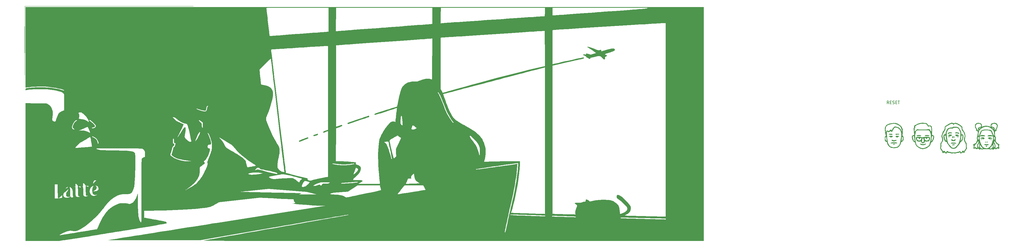
<source format=gbr>
%TF.GenerationSoftware,KiCad,Pcbnew,(5.99.0-12118-g897269f33f)*%
%TF.CreationDate,2021-10-27T19:42:23-04:00*%
%TF.ProjectId,latte,6c617474-652e-46b6-9963-61645f706362,rev?*%
%TF.SameCoordinates,Original*%
%TF.FileFunction,Legend,Top*%
%TF.FilePolarity,Positive*%
%FSLAX46Y46*%
G04 Gerber Fmt 4.6, Leading zero omitted, Abs format (unit mm)*
G04 Created by KiCad (PCBNEW (5.99.0-12118-g897269f33f)) date 2021-10-27 19:42:23*
%MOMM*%
%LPD*%
G01*
G04 APERTURE LIST*
%ADD10C,0.150000*%
G04 APERTURE END LIST*
D10*
%TO.C,JP1*%
X289567619Y-93927380D02*
X289234285Y-93451190D01*
X288996190Y-93927380D02*
X288996190Y-92927380D01*
X289377142Y-92927380D01*
X289472380Y-92975000D01*
X289520000Y-93022619D01*
X289567619Y-93117857D01*
X289567619Y-93260714D01*
X289520000Y-93355952D01*
X289472380Y-93403571D01*
X289377142Y-93451190D01*
X288996190Y-93451190D01*
X289996190Y-93403571D02*
X290329523Y-93403571D01*
X290472380Y-93927380D02*
X289996190Y-93927380D01*
X289996190Y-92927380D01*
X290472380Y-92927380D01*
X290853333Y-93879761D02*
X290996190Y-93927380D01*
X291234285Y-93927380D01*
X291329523Y-93879761D01*
X291377142Y-93832142D01*
X291424761Y-93736904D01*
X291424761Y-93641666D01*
X291377142Y-93546428D01*
X291329523Y-93498809D01*
X291234285Y-93451190D01*
X291043809Y-93403571D01*
X290948571Y-93355952D01*
X290900952Y-93308333D01*
X290853333Y-93213095D01*
X290853333Y-93117857D01*
X290900952Y-93022619D01*
X290948571Y-92975000D01*
X291043809Y-92927380D01*
X291281904Y-92927380D01*
X291424761Y-92975000D01*
X291853333Y-93403571D02*
X292186666Y-93403571D01*
X292329523Y-93927380D02*
X291853333Y-93927380D01*
X291853333Y-92927380D01*
X292329523Y-92927380D01*
X292615238Y-92927380D02*
X293186666Y-92927380D01*
X292900952Y-93927380D02*
X292900952Y-92927380D01*
%TO.C,G\u002A\u002A\u002A*%
G36*
X3603885Y-93717205D02*
G01*
X7091180Y-93736410D01*
X7486213Y-93930400D01*
X8024056Y-94270469D01*
X8478863Y-94719943D01*
X8847370Y-95274644D01*
X9126315Y-95930396D01*
X9177722Y-96095973D01*
X9264006Y-96538673D01*
X9298369Y-97061130D01*
X9281436Y-97614633D01*
X9213835Y-98150471D01*
X9147498Y-98449667D01*
X9059337Y-98889599D01*
X9061923Y-99234464D01*
X9160632Y-99498632D01*
X9360841Y-99696476D01*
X9667926Y-99842364D01*
X9668610Y-99842600D01*
X9880203Y-99899159D01*
X10036763Y-99889016D01*
X10157278Y-99795569D01*
X10260732Y-99602218D01*
X10366111Y-99292363D01*
X10390000Y-99211836D01*
X10525863Y-98781227D01*
X10682675Y-98339026D01*
X10846602Y-97920311D01*
X11003808Y-97560161D01*
X11140457Y-97293658D01*
X11158129Y-97264246D01*
X11341303Y-97041480D01*
X17929776Y-97041480D01*
X17999873Y-97220873D01*
X18016259Y-97248523D01*
X18122864Y-97534425D01*
X18159867Y-97906724D01*
X18125935Y-98330970D01*
X18068692Y-98604972D01*
X17977077Y-98958154D01*
X18512733Y-99002826D01*
X19080390Y-99078668D01*
X19634441Y-99205369D01*
X20147424Y-99373121D01*
X20591878Y-99572118D01*
X20940345Y-99792556D01*
X21081985Y-99920284D01*
X21219486Y-100031865D01*
X21300623Y-100023206D01*
X21320427Y-99902998D01*
X21273926Y-99679935D01*
X21254514Y-99618551D01*
X21165480Y-99413447D01*
X21517422Y-99413447D01*
X21561074Y-99519517D01*
X21733207Y-99657448D01*
X21812699Y-99706293D01*
X21990756Y-99830556D01*
X22233770Y-100027198D01*
X22509803Y-100269224D01*
X22786913Y-100529637D01*
X22787369Y-100530082D01*
X23059465Y-100800299D01*
X23244423Y-100998289D01*
X23358036Y-101144934D01*
X23416100Y-101261116D01*
X23434412Y-101367715D01*
X23434708Y-101385858D01*
X23380425Y-101581845D01*
X23212498Y-101727600D01*
X22923055Y-101828315D01*
X22705236Y-101866939D01*
X22462393Y-101917151D01*
X22347546Y-101987294D01*
X22350511Y-102084189D01*
X22358940Y-102098979D01*
X22448798Y-102157454D01*
X22621586Y-102155904D01*
X22895628Y-102093426D01*
X22981923Y-102068235D01*
X23288826Y-101936473D01*
X23529444Y-101756536D01*
X23677563Y-101552326D01*
X23712218Y-101402418D01*
X23655766Y-101186078D01*
X23484665Y-100914877D01*
X23196297Y-100585406D01*
X22788046Y-100194252D01*
X22778938Y-100186044D01*
X22419251Y-99873261D01*
X22107433Y-99623986D01*
X21856672Y-99447682D01*
X21680151Y-99353812D01*
X21604505Y-99343171D01*
X21517422Y-99413447D01*
X21165480Y-99413447D01*
X21035917Y-99114977D01*
X20716823Y-98587414D01*
X20577683Y-98403985D01*
X49493912Y-98403985D01*
X49979705Y-98911722D01*
X50196629Y-99136777D01*
X50386549Y-99330788D01*
X50523258Y-99467136D01*
X50569595Y-99510859D01*
X50761880Y-99648541D01*
X51057789Y-99821242D01*
X51430962Y-100015302D01*
X51855041Y-100217063D01*
X52303666Y-100412868D01*
X52337520Y-100426913D01*
X52645517Y-100555862D01*
X52904758Y-100667523D01*
X53089324Y-100750511D01*
X53173293Y-100793437D01*
X53174864Y-100794776D01*
X53153907Y-100863422D01*
X53077452Y-101041458D01*
X52952379Y-101314280D01*
X52785569Y-101667287D01*
X52583900Y-102085875D01*
X52354252Y-102555442D01*
X52168401Y-102931068D01*
X51830562Y-103614694D01*
X51557618Y-104176350D01*
X51349509Y-104616731D01*
X51206175Y-104936526D01*
X51127557Y-105136428D01*
X51113593Y-105217130D01*
X51164224Y-105179322D01*
X51279390Y-105023698D01*
X51459030Y-104750949D01*
X51703086Y-104361766D01*
X52011496Y-103856843D01*
X52100898Y-103708876D01*
X52451392Y-103135522D01*
X52743897Y-102675537D01*
X52985438Y-102319660D01*
X53183039Y-102058629D01*
X53343726Y-101883184D01*
X53474522Y-101784064D01*
X53582453Y-101752006D01*
X53585210Y-101751984D01*
X53691093Y-101769542D01*
X53752338Y-101845925D01*
X53792741Y-102016692D01*
X53802030Y-102076003D01*
X53816282Y-102323837D01*
X53805690Y-102672356D01*
X53773804Y-103086381D01*
X53724175Y-103530735D01*
X53660353Y-103970239D01*
X53585888Y-104369715D01*
X53558087Y-104493066D01*
X53433159Y-105017426D01*
X53635589Y-105323039D01*
X53828042Y-105572001D01*
X54086272Y-105850078D01*
X54377175Y-106126775D01*
X54667648Y-106371596D01*
X54924586Y-106554046D01*
X55040302Y-106617071D01*
X55238847Y-106704584D01*
X55358071Y-106736752D01*
X55445649Y-106714234D01*
X55539892Y-106644607D01*
X56906887Y-106644607D01*
X56934150Y-106632562D01*
X57034590Y-106537516D01*
X57187824Y-106378996D01*
X57220145Y-106344472D01*
X57438611Y-106070965D01*
X57682465Y-105698679D01*
X57930994Y-105259755D01*
X57980522Y-105164690D01*
X58220172Y-104680970D01*
X58413498Y-104255822D01*
X58555376Y-103902655D01*
X58640683Y-103634879D01*
X58664294Y-103465904D01*
X58647741Y-103418493D01*
X58558180Y-103419244D01*
X58410015Y-103507288D01*
X58365341Y-103543298D01*
X58274688Y-103640274D01*
X58172695Y-103792792D01*
X58051452Y-104016302D01*
X57903053Y-104326257D01*
X57719590Y-104738107D01*
X57541751Y-105152530D01*
X57365111Y-105568588D01*
X57206053Y-105942916D01*
X57072797Y-106256190D01*
X56973567Y-106489087D01*
X56916584Y-106622282D01*
X56906887Y-106644607D01*
X55539892Y-106644607D01*
X55549259Y-106637687D01*
X55565742Y-106624328D01*
X55719342Y-106499950D01*
X55532446Y-105565994D01*
X55339592Y-104626349D01*
X55154334Y-103771339D01*
X54978530Y-103008003D01*
X54814033Y-102343381D01*
X54662701Y-101784513D01*
X54526389Y-101338437D01*
X54406953Y-101012194D01*
X54306250Y-100812823D01*
X54266926Y-100765829D01*
X54144086Y-100698915D01*
X53926615Y-100617272D01*
X53655487Y-100535752D01*
X53573184Y-100514382D01*
X52991085Y-100334512D01*
X52425635Y-100085241D01*
X51852940Y-99753212D01*
X51344468Y-99392679D01*
X58241804Y-99392679D01*
X58266930Y-99483909D01*
X58278844Y-99518514D01*
X58363054Y-99661621D01*
X58523127Y-99858809D01*
X58729137Y-100074305D01*
X58799488Y-100140930D01*
X59036406Y-100372551D01*
X59169364Y-100536796D01*
X59207917Y-100646154D01*
X59203150Y-100668499D01*
X59176372Y-100842525D01*
X59189395Y-101083786D01*
X59233772Y-101358008D01*
X59301054Y-101630914D01*
X59382792Y-101868228D01*
X59470540Y-102035675D01*
X59555734Y-102098979D01*
X59568574Y-102033721D01*
X59579366Y-101854506D01*
X59587197Y-101586170D01*
X59591153Y-101253548D01*
X59591453Y-101127803D01*
X59591453Y-100156627D01*
X58987263Y-99766859D01*
X58669097Y-99562758D01*
X58451347Y-99428856D01*
X58318134Y-99359587D01*
X58253579Y-99349383D01*
X58241804Y-99392679D01*
X51344468Y-99392679D01*
X51249110Y-99325065D01*
X50795429Y-98961287D01*
X50527290Y-98742817D01*
X50329276Y-98599573D01*
X50168721Y-98513515D01*
X50012960Y-98466601D01*
X49858544Y-98443874D01*
X49493912Y-98403985D01*
X20577683Y-98403985D01*
X20323363Y-98068715D01*
X19881664Y-97591733D01*
X19417855Y-97189319D01*
X19200256Y-97035677D01*
X18961744Y-96886186D01*
X18791539Y-96802468D01*
X18644643Y-96770129D01*
X18476059Y-96774773D01*
X18407392Y-96782037D01*
X18123762Y-96833718D01*
X17967814Y-96916313D01*
X17929776Y-97041480D01*
X11341303Y-97041480D01*
X11394227Y-96977116D01*
X11727732Y-96696256D01*
X12118643Y-96447542D01*
X12526962Y-96256852D01*
X12868639Y-96157645D01*
X13094186Y-96115226D01*
X13094186Y-95572526D01*
X57476613Y-95572526D01*
X57485038Y-95632608D01*
X57584283Y-95709012D01*
X57785561Y-95807372D01*
X58100081Y-95933319D01*
X58446371Y-96059716D01*
X59094621Y-96271233D01*
X59633000Y-96405388D01*
X60066325Y-96462993D01*
X60399415Y-96444861D01*
X60523789Y-96409998D01*
X60739396Y-96254222D01*
X60897140Y-95974123D01*
X60995870Y-95572058D01*
X61016592Y-95399545D01*
X61046632Y-95133218D01*
X61083582Y-94971051D01*
X61140433Y-94878535D01*
X61230175Y-94821166D01*
X61235206Y-94818853D01*
X61356393Y-94722889D01*
X61366607Y-94619700D01*
X61277674Y-94552946D01*
X61180947Y-94578027D01*
X61037168Y-94671694D01*
X61004987Y-94698257D01*
X60904989Y-94799228D01*
X60836404Y-94919583D01*
X60786403Y-95095098D01*
X60742155Y-95361547D01*
X60726866Y-95473743D01*
X60677051Y-95776807D01*
X60620387Y-96004356D01*
X60564301Y-96128031D01*
X60552797Y-96138470D01*
X60380283Y-96184619D01*
X60103678Y-96183963D01*
X59747809Y-96141142D01*
X59337497Y-96060792D01*
X58897568Y-95947551D01*
X58452845Y-95806057D01*
X58139461Y-95687602D01*
X57852138Y-95576212D01*
X57664407Y-95520602D01*
X57550796Y-95516348D01*
X57485834Y-95559030D01*
X57476613Y-95572526D01*
X13094186Y-95572526D01*
X13094186Y-93397134D01*
X13094660Y-92691602D01*
X13094359Y-92110902D01*
X13090692Y-91641080D01*
X13081070Y-91268183D01*
X13062906Y-90978255D01*
X13033609Y-90757344D01*
X12990591Y-90591496D01*
X12931263Y-90466756D01*
X12853035Y-90369170D01*
X12753320Y-90284785D01*
X12629528Y-90199647D01*
X12482894Y-90102398D01*
X12246393Y-89959240D01*
X11989774Y-89844942D01*
X11671662Y-89743564D01*
X11324513Y-89656233D01*
X10339331Y-89446205D01*
X9306217Y-89267111D01*
X8479158Y-89148905D01*
X7955889Y-89093457D01*
X7340637Y-89050887D01*
X6653299Y-89020836D01*
X5913770Y-89002941D01*
X5141946Y-88996843D01*
X4357725Y-89002180D01*
X3581001Y-89018591D01*
X2831672Y-89045716D01*
X2129632Y-89083194D01*
X1494779Y-89130663D01*
X947008Y-89187763D01*
X506215Y-89254134D01*
X305724Y-89297157D01*
X190417Y-89318448D01*
X135178Y-89284564D01*
X117913Y-89163846D01*
X116590Y-89026130D01*
X126415Y-88825021D01*
X167788Y-88721511D01*
X258557Y-88675078D01*
X272737Y-88671620D01*
X509208Y-88628974D01*
X860301Y-88581542D01*
X1302019Y-88531649D01*
X1810370Y-88481622D01*
X2361359Y-88433787D01*
X2930992Y-88390470D01*
X3495274Y-88353999D01*
X3624158Y-88346692D01*
X4908446Y-88308531D01*
X6225377Y-88330751D01*
X7547552Y-88410515D01*
X8847572Y-88544988D01*
X10098040Y-88731333D01*
X11271555Y-88966714D01*
X12340718Y-89248294D01*
X12344530Y-89249443D01*
X12673532Y-89344910D01*
X12892219Y-89396758D01*
X13021328Y-89407093D01*
X13081593Y-89378020D01*
X13094186Y-89325548D01*
X13027847Y-89249658D01*
X12838935Y-89159656D01*
X12542601Y-89058633D01*
X12154000Y-88949682D01*
X11688284Y-88835896D01*
X11160606Y-88720367D01*
X10586120Y-88606187D01*
X9979978Y-88496448D01*
X9357334Y-88394242D01*
X8733341Y-88302662D01*
X8123152Y-88224800D01*
X7541921Y-88163749D01*
X7299377Y-88143018D01*
X6825593Y-88115961D01*
X6249749Y-88099450D01*
X5600905Y-88092944D01*
X4908121Y-88095905D01*
X4200455Y-88107795D01*
X3506967Y-88128074D01*
X2856715Y-88156205D01*
X2278760Y-88191649D01*
X1802160Y-88233867D01*
X1689358Y-88247012D01*
X1322597Y-88292783D01*
X965486Y-88337359D01*
X663707Y-88375036D01*
X492227Y-88396454D01*
X116590Y-88443387D01*
X116590Y-82385987D01*
X78576074Y-82385987D01*
X78806377Y-84591253D01*
X78864398Y-85145916D01*
X78919414Y-85670117D01*
X78969343Y-86144148D01*
X79012102Y-86548302D01*
X79045609Y-86862871D01*
X79067782Y-87068149D01*
X79073596Y-87120393D01*
X79110512Y-87444266D01*
X79535272Y-87490762D01*
X80345704Y-87622544D01*
X81066069Y-87833644D01*
X81495535Y-88015073D01*
X82040164Y-88325563D01*
X82460984Y-88683784D01*
X82768747Y-89103434D01*
X82974207Y-89598215D01*
X83065974Y-90016033D01*
X83098650Y-90498690D01*
X83067398Y-91091327D01*
X82975084Y-91782252D01*
X82824570Y-92559775D01*
X82618721Y-93412204D01*
X82360400Y-94327848D01*
X82052471Y-95295017D01*
X81697799Y-96302018D01*
X81299247Y-97337161D01*
X81231559Y-97504711D01*
X81050062Y-97953282D01*
X80917632Y-98303132D01*
X80832559Y-98584712D01*
X80793129Y-98828475D01*
X80797631Y-99064875D01*
X80844353Y-99324364D01*
X80931582Y-99637396D01*
X81057607Y-100034422D01*
X81084624Y-100118227D01*
X81366830Y-100925686D01*
X81716889Y-101816017D01*
X82120849Y-102759963D01*
X82564758Y-103728268D01*
X83034664Y-104691675D01*
X83516615Y-105620929D01*
X83996659Y-106486771D01*
X84460845Y-107259947D01*
X84577544Y-107442694D01*
X84831123Y-107860508D01*
X85030537Y-108258192D01*
X85176951Y-108653471D01*
X85271532Y-109064074D01*
X85315444Y-109507726D01*
X85309852Y-110002154D01*
X85255923Y-110565085D01*
X85154822Y-111214246D01*
X85007714Y-111967361D01*
X84906048Y-112439416D01*
X84797629Y-112945206D01*
X84719561Y-113350864D01*
X84667089Y-113690539D01*
X84635459Y-113998385D01*
X84619918Y-114308552D01*
X84616241Y-114521383D01*
X84616580Y-114882926D01*
X84627491Y-115139305D01*
X84653451Y-115324020D01*
X84698939Y-115470572D01*
X84760026Y-115597066D01*
X84941309Y-115859238D01*
X85203584Y-116146297D01*
X85506776Y-116415260D01*
X85564505Y-116459869D01*
X85734945Y-116560105D01*
X85965731Y-116659307D01*
X86225708Y-116748910D01*
X86483721Y-116820345D01*
X86708615Y-116865047D01*
X86869234Y-116874449D01*
X86934425Y-116839984D01*
X86934623Y-116836606D01*
X86923834Y-116754494D01*
X86894488Y-116564210D01*
X86851118Y-116294448D01*
X86800350Y-115986470D01*
X86780669Y-115847866D01*
X86745656Y-115577406D01*
X86696027Y-115181100D01*
X86632495Y-114664957D01*
X86555777Y-114034988D01*
X86466588Y-113297204D01*
X86365643Y-112457614D01*
X86253657Y-111522230D01*
X86131345Y-110497060D01*
X85999422Y-109388117D01*
X85858604Y-108201409D01*
X85709606Y-106942947D01*
X85553142Y-105618741D01*
X85389929Y-104234802D01*
X85220681Y-102797141D01*
X85046113Y-101311766D01*
X84866941Y-99784689D01*
X84683880Y-98221920D01*
X84532624Y-96928760D01*
X84348206Y-95351732D01*
X84167851Y-93810798D01*
X83992229Y-92311641D01*
X83822014Y-90859946D01*
X83657874Y-89461398D01*
X83500482Y-88121681D01*
X83350508Y-86846480D01*
X83208624Y-85641480D01*
X83075502Y-84512365D01*
X82951811Y-83464819D01*
X82838223Y-82504528D01*
X82735411Y-81637176D01*
X82644043Y-80868446D01*
X82564793Y-80204025D01*
X82498330Y-79649597D01*
X82445327Y-79210846D01*
X82406453Y-78893456D01*
X82382382Y-78703113D01*
X82373921Y-78645119D01*
X82321020Y-78685355D01*
X82181036Y-78813651D01*
X81964701Y-79019597D01*
X81682749Y-79292779D01*
X81345910Y-79622784D01*
X80964918Y-79999202D01*
X80550505Y-80411619D01*
X80462373Y-80499689D01*
X78576074Y-82385987D01*
X116590Y-82385987D01*
X116590Y-75604209D01*
X82461213Y-75604209D01*
X82467304Y-75675316D01*
X82489274Y-75877725D01*
X82526343Y-76204947D01*
X82577731Y-76650490D01*
X82642659Y-77207862D01*
X82720350Y-77870573D01*
X82810022Y-78632130D01*
X82910898Y-79486042D01*
X83022197Y-80425819D01*
X83143142Y-81444969D01*
X83272952Y-82537000D01*
X83410848Y-83695422D01*
X83556053Y-84913742D01*
X83707785Y-86185471D01*
X83865267Y-87504115D01*
X84027718Y-88863185D01*
X84194361Y-90256189D01*
X84364415Y-91676635D01*
X84537102Y-93118032D01*
X84711642Y-94573889D01*
X84887257Y-96037714D01*
X85063167Y-97503017D01*
X85238593Y-98963305D01*
X85412755Y-100412088D01*
X85584876Y-101842875D01*
X85754175Y-103249173D01*
X85919873Y-104624492D01*
X86081192Y-105962341D01*
X86237352Y-107256227D01*
X86387574Y-108499660D01*
X86531079Y-109686149D01*
X86667088Y-110809202D01*
X86794821Y-111862327D01*
X86913500Y-112839035D01*
X87022345Y-113732832D01*
X87120578Y-114537228D01*
X87207418Y-115245732D01*
X87282087Y-115851852D01*
X87343806Y-116349098D01*
X87391796Y-116730976D01*
X87425277Y-116990998D01*
X87443471Y-117122670D01*
X87446487Y-117138348D01*
X87520467Y-117163517D01*
X87716498Y-117219280D01*
X88022035Y-117302334D01*
X88424534Y-117409379D01*
X88911450Y-117537114D01*
X89470238Y-117682236D01*
X90088353Y-117841445D01*
X90753252Y-118011439D01*
X91080709Y-118094723D01*
X94669879Y-119006047D01*
X94726143Y-119290556D01*
X94777968Y-119479008D01*
X94864510Y-119579110D01*
X95030293Y-119640964D01*
X95039799Y-119643510D01*
X95369534Y-119704595D01*
X95706622Y-119705571D01*
X96089503Y-119643362D01*
X96525187Y-119524625D01*
X96909368Y-119413518D01*
X97349965Y-119296893D01*
X97767133Y-119195648D01*
X97869651Y-119172732D01*
X98102761Y-119123790D01*
X98421983Y-119059394D01*
X98805218Y-118983745D01*
X99230370Y-118901045D01*
X99675339Y-118815495D01*
X100118028Y-118731296D01*
X100536338Y-118652651D01*
X100908173Y-118583762D01*
X101211432Y-118528829D01*
X101424020Y-118492054D01*
X101523836Y-118477640D01*
X101525743Y-118477578D01*
X101532648Y-118409588D01*
X101539285Y-118211625D01*
X101545594Y-117892512D01*
X101550008Y-117570898D01*
X110127173Y-117570898D01*
X110144435Y-117603419D01*
X110242134Y-117556520D01*
X110399893Y-117446178D01*
X110597332Y-117288372D01*
X110814072Y-117099080D01*
X111029737Y-116894280D01*
X111156444Y-116763883D01*
X111422708Y-116450912D01*
X111575328Y-116196436D01*
X111619013Y-115986438D01*
X111558470Y-115806901D01*
X111501742Y-115735764D01*
X111336288Y-115597075D01*
X111150117Y-115493598D01*
X110985332Y-115443757D01*
X110884360Y-115465599D01*
X110843611Y-115550373D01*
X110768206Y-115741860D01*
X110667472Y-116015130D01*
X110550737Y-116345249D01*
X110497676Y-116499252D01*
X110377569Y-116849818D01*
X110271391Y-117158239D01*
X110188172Y-117398403D01*
X110136939Y-117544196D01*
X110127173Y-117570898D01*
X101550008Y-117570898D01*
X101551515Y-117461073D01*
X101556989Y-116926134D01*
X101561955Y-116296517D01*
X101566356Y-115581047D01*
X101570129Y-114788548D01*
X101572753Y-114057071D01*
X102976306Y-114057071D01*
X103028105Y-114122759D01*
X103198248Y-114192615D01*
X103476639Y-114264402D01*
X103853187Y-114335887D01*
X104317798Y-114404835D01*
X104860378Y-114469010D01*
X105420666Y-114521995D01*
X105877825Y-114548082D01*
X106419940Y-114559180D01*
X107010212Y-114556287D01*
X107611844Y-114540404D01*
X108188037Y-114512531D01*
X108701995Y-114473667D01*
X109116919Y-114424811D01*
X109142273Y-114420890D01*
X109605182Y-114342034D01*
X109942154Y-114270317D01*
X110165622Y-114202011D01*
X110288021Y-114133386D01*
X110322054Y-114067028D01*
X110301259Y-114003132D01*
X110224243Y-113975705D01*
X110069062Y-113984852D01*
X109813771Y-114030681D01*
X109628065Y-114070387D01*
X109395991Y-114111308D01*
X109063481Y-114156541D01*
X108668613Y-114201523D01*
X108249465Y-114241694D01*
X108083578Y-114255390D01*
X107290818Y-114292099D01*
X106416276Y-114288520D01*
X105510290Y-114246910D01*
X104623193Y-114169528D01*
X103846000Y-114065295D01*
X103544057Y-114022246D01*
X103285959Y-113996257D01*
X103107317Y-113990361D01*
X103052941Y-113997784D01*
X102976306Y-114057071D01*
X101572753Y-114057071D01*
X101573217Y-113927844D01*
X101574944Y-113249463D01*
X104214130Y-113249463D01*
X104925879Y-113218319D01*
X105336381Y-113211404D01*
X105866444Y-113220193D01*
X106497833Y-113243747D01*
X107212313Y-113281124D01*
X107991648Y-113331384D01*
X108817603Y-113393587D01*
X109576016Y-113458130D01*
X110877246Y-113574876D01*
X110877246Y-114210329D01*
X111324811Y-114370844D01*
X111789770Y-114577887D01*
X112170569Y-114829880D01*
X112442381Y-115109750D01*
X112480131Y-115165422D01*
X112589853Y-115463786D01*
X112597514Y-115832558D01*
X112505470Y-116250704D01*
X112316077Y-116697188D01*
X112306505Y-116715348D01*
X112125365Y-117000117D01*
X111858904Y-117345147D01*
X111530605Y-117724521D01*
X111163949Y-118112321D01*
X110782417Y-118482630D01*
X110409492Y-118809530D01*
X110408171Y-118810616D01*
X110207614Y-118985875D01*
X110096816Y-119119225D01*
X110051050Y-119247231D01*
X110044459Y-119348457D01*
X110044459Y-119587503D01*
X111416995Y-119587503D01*
X111906642Y-119589267D01*
X112276499Y-119595455D01*
X112545541Y-119607409D01*
X112732743Y-119626471D01*
X112857078Y-119653985D01*
X112937521Y-119691293D01*
X112943771Y-119695537D01*
X113059117Y-119809633D01*
X113098011Y-119902134D01*
X113091028Y-119950947D01*
X113057888Y-120001283D01*
X112980304Y-120066061D01*
X112839990Y-120158205D01*
X112618657Y-120290633D01*
X112298020Y-120476268D01*
X112230524Y-120515080D01*
X111675333Y-120834176D01*
X115311010Y-120835430D01*
X118946686Y-120836683D01*
X118940637Y-120777719D01*
X127679967Y-120777719D01*
X127693110Y-120799180D01*
X127738976Y-120814300D01*
X127830220Y-120823214D01*
X127979497Y-120826057D01*
X128199465Y-120822964D01*
X128502778Y-120814071D01*
X128902092Y-120799512D01*
X129410063Y-120779422D01*
X130039346Y-120753936D01*
X130308356Y-120743049D01*
X132285642Y-120663186D01*
X131742666Y-120325048D01*
X131444261Y-120120178D01*
X131185621Y-119907550D01*
X131007114Y-119720634D01*
X130996466Y-119706366D01*
X130793839Y-119341063D01*
X130624193Y-118856468D01*
X130492729Y-118269276D01*
X130439987Y-117919644D01*
X130360496Y-117299807D01*
X130088304Y-117515388D01*
X129893826Y-117704278D01*
X129698194Y-117948208D01*
X129607775Y-118086695D01*
X129484966Y-118319754D01*
X129430692Y-118506732D01*
X129428803Y-118711517D01*
X129434526Y-118772066D01*
X129469613Y-119101711D01*
X128935042Y-119103780D01*
X128400470Y-119105849D01*
X128072996Y-119849818D01*
X127939356Y-120155147D01*
X127823860Y-120422206D01*
X127739611Y-120620493D01*
X127701227Y-120715235D01*
X127686891Y-120749783D01*
X127679967Y-120777719D01*
X118940637Y-120777719D01*
X118902187Y-120402940D01*
X118877970Y-120167878D01*
X118843689Y-119836437D01*
X118803662Y-119450291D01*
X118762203Y-119051112D01*
X118756639Y-118997612D01*
X118615521Y-117508234D01*
X118503634Y-116042611D01*
X118499524Y-115971497D01*
X151152841Y-115971497D01*
X151233207Y-116023253D01*
X151313031Y-116018650D01*
X151518857Y-115995902D01*
X151839301Y-115956597D01*
X152262975Y-115902321D01*
X152778495Y-115834662D01*
X153374475Y-115755208D01*
X154039530Y-115665547D01*
X154762273Y-115567266D01*
X155531320Y-115461953D01*
X156335284Y-115351195D01*
X157162780Y-115236579D01*
X158002423Y-115119694D01*
X158842826Y-115002127D01*
X159672605Y-114885466D01*
X160480373Y-114771297D01*
X161254746Y-114661209D01*
X161984337Y-114556789D01*
X162657761Y-114459625D01*
X163263632Y-114371305D01*
X163790565Y-114293415D01*
X164227174Y-114227544D01*
X164562074Y-114175279D01*
X164783878Y-114138207D01*
X164863305Y-114122716D01*
X165030511Y-114084391D01*
X164982817Y-114875428D01*
X164898505Y-115966840D01*
X164771657Y-117171656D01*
X164605315Y-118472179D01*
X164402521Y-119850710D01*
X164166316Y-121289554D01*
X163899742Y-122771011D01*
X163605841Y-124277385D01*
X163287653Y-125790979D01*
X162948221Y-127294094D01*
X162604536Y-128713459D01*
X162543215Y-128967116D01*
X162460526Y-129322772D01*
X162359590Y-129766038D01*
X162243531Y-130282527D01*
X162115469Y-130857849D01*
X161978526Y-131477616D01*
X161835824Y-132127440D01*
X161690484Y-132792931D01*
X161545629Y-133459702D01*
X161404380Y-134113363D01*
X161269859Y-134739527D01*
X161145188Y-135323804D01*
X161033488Y-135851806D01*
X160937881Y-136309144D01*
X160861489Y-136681431D01*
X160807433Y-136954276D01*
X160778836Y-137113293D01*
X160775060Y-137145770D01*
X160830048Y-137201518D01*
X160896508Y-137201855D01*
X160926618Y-137178679D01*
X160961990Y-137113520D01*
X161004970Y-136996776D01*
X161057906Y-136818841D01*
X161123145Y-136570112D01*
X161203036Y-136240983D01*
X161299924Y-135821852D01*
X161416159Y-135303113D01*
X161554086Y-134675163D01*
X161716054Y-133928396D01*
X161860347Y-133258378D01*
X162024082Y-132499970D01*
X162072176Y-132279182D01*
X199638448Y-132279182D01*
X199673085Y-132398771D01*
X199725197Y-132431739D01*
X199804999Y-132434256D01*
X200014413Y-132440149D01*
X200344297Y-132449173D01*
X200785512Y-132461086D01*
X201328918Y-132475645D01*
X201965375Y-132492606D01*
X202685743Y-132511727D01*
X203480881Y-132532765D01*
X204341651Y-132555475D01*
X205258912Y-132579616D01*
X206223523Y-132604945D01*
X207202929Y-132630604D01*
X208203176Y-132656864D01*
X209163781Y-132682245D01*
X210075725Y-132706501D01*
X210929992Y-132729383D01*
X211717562Y-132750645D01*
X212429419Y-132770040D01*
X213056545Y-132787322D01*
X213589923Y-132802242D01*
X214020534Y-132814555D01*
X214339362Y-132824012D01*
X214537388Y-132830368D01*
X214605586Y-132833363D01*
X214670020Y-132820547D01*
X214727034Y-132800570D01*
X214826172Y-132714752D01*
X214811799Y-132611595D01*
X214692490Y-132539791D01*
X214680661Y-132537242D01*
X214590219Y-132531401D01*
X214370787Y-132522910D01*
X214032144Y-132512021D01*
X213584068Y-132498987D01*
X213036337Y-132484059D01*
X212398730Y-132467489D01*
X211681023Y-132449531D01*
X210892997Y-132430436D01*
X210044428Y-132410457D01*
X209145094Y-132389846D01*
X208204775Y-132368855D01*
X207862218Y-132361343D01*
X206893203Y-132339935D01*
X205950170Y-132318599D01*
X205044139Y-132297611D01*
X204186128Y-132277249D01*
X203387154Y-132257790D01*
X202658236Y-132239512D01*
X202010392Y-132222693D01*
X201454639Y-132207608D01*
X201001997Y-132194536D01*
X200663483Y-132183754D01*
X200450116Y-132175540D01*
X200419186Y-132174004D01*
X200081553Y-132156937D01*
X199858673Y-132151164D01*
X199726736Y-132159895D01*
X199661933Y-132186335D01*
X199640455Y-132233693D01*
X199638448Y-132279182D01*
X162072176Y-132279182D01*
X162187525Y-131749640D01*
X162290917Y-131279083D01*
X162665746Y-131279083D01*
X162696094Y-131321543D01*
X162781480Y-131339384D01*
X163004052Y-131360323D01*
X163362236Y-131384284D01*
X163854457Y-131411194D01*
X164479141Y-131440977D01*
X165234712Y-131473558D01*
X166119596Y-131508863D01*
X167132218Y-131546817D01*
X168271003Y-131587345D01*
X168348635Y-131590042D01*
X169220382Y-131620311D01*
X170055065Y-131649350D01*
X170841846Y-131676778D01*
X171569886Y-131702216D01*
X172228348Y-131725282D01*
X172806395Y-131745596D01*
X173293188Y-131762778D01*
X173677889Y-131776447D01*
X173949661Y-131786222D01*
X174097666Y-131791724D01*
X174119178Y-131792614D01*
X174239831Y-131771107D01*
X176667410Y-131771107D01*
X176719473Y-131841770D01*
X176886246Y-131874514D01*
X176962355Y-131877832D01*
X177092212Y-131881131D01*
X177345174Y-131887867D01*
X177705601Y-131897613D01*
X178157853Y-131909941D01*
X178686291Y-131924425D01*
X179275276Y-131940637D01*
X179909167Y-131958150D01*
X180380251Y-131971205D01*
X181255535Y-131995432D01*
X182002269Y-132015878D01*
X182630647Y-132032676D01*
X183150860Y-132045959D01*
X183573101Y-132055862D01*
X183907564Y-132062518D01*
X184164442Y-132066062D01*
X184353926Y-132066627D01*
X184486210Y-132064348D01*
X184571486Y-132059357D01*
X184619948Y-132051789D01*
X184641788Y-132041778D01*
X184647200Y-132029458D01*
X184647221Y-132027257D01*
X184642072Y-131979862D01*
X184621664Y-131939249D01*
X184575427Y-131904546D01*
X184492791Y-131874883D01*
X184363185Y-131849386D01*
X184176039Y-131827186D01*
X183920784Y-131807410D01*
X183586849Y-131789187D01*
X183163664Y-131771645D01*
X182640658Y-131753912D01*
X182007263Y-131735117D01*
X181252906Y-131714388D01*
X180662200Y-131698657D01*
X179941281Y-131680255D01*
X179261810Y-131664230D01*
X178636477Y-131650791D01*
X178077971Y-131640148D01*
X177598983Y-131632511D01*
X177212201Y-131628089D01*
X176930315Y-131627092D01*
X176766015Y-131629730D01*
X176728069Y-131633615D01*
X176672388Y-131728464D01*
X176667410Y-131771107D01*
X174239831Y-131771107D01*
X174285658Y-131762938D01*
X174353298Y-131694619D01*
X174366982Y-131578467D01*
X174351423Y-131544558D01*
X174273902Y-131532630D01*
X174070203Y-131517657D01*
X173752789Y-131500028D01*
X173334125Y-131480132D01*
X172826676Y-131458359D01*
X172242906Y-131435098D01*
X171595279Y-131410738D01*
X170896261Y-131385667D01*
X170158315Y-131360277D01*
X169393906Y-131334955D01*
X168615499Y-131310090D01*
X167835558Y-131286073D01*
X167066547Y-131263291D01*
X166320932Y-131242135D01*
X165611176Y-131222994D01*
X164949745Y-131206256D01*
X164349102Y-131192311D01*
X163821712Y-131181548D01*
X163380040Y-131174357D01*
X163036550Y-131171126D01*
X162803707Y-131172244D01*
X162693975Y-131178101D01*
X162687233Y-131180358D01*
X162665746Y-131279083D01*
X162290917Y-131279083D01*
X162346897Y-131024309D01*
X162498416Y-130340895D01*
X162638302Y-129716319D01*
X162762776Y-129167500D01*
X162868057Y-128711357D01*
X162950365Y-128364809D01*
X162984317Y-128227667D01*
X163374319Y-126616414D01*
X163743260Y-124947192D01*
X164086094Y-123248326D01*
X164397775Y-121548144D01*
X164673254Y-119874971D01*
X164907486Y-118257134D01*
X165095423Y-116722960D01*
X165178303Y-115913707D01*
X165234134Y-115278303D01*
X165269024Y-114771554D01*
X165283036Y-114384916D01*
X165276232Y-114109844D01*
X165248677Y-113937793D01*
X165200434Y-113860219D01*
X165193580Y-113856976D01*
X165109468Y-113860321D01*
X164899668Y-113882718D01*
X164575405Y-113922534D01*
X164147901Y-113978136D01*
X163628381Y-114047889D01*
X163028068Y-114130160D01*
X162358186Y-114223316D01*
X161629958Y-114325722D01*
X160854608Y-114435747D01*
X160043361Y-114551755D01*
X159207438Y-114672113D01*
X158358065Y-114795188D01*
X157506465Y-114919347D01*
X156663861Y-115042954D01*
X155841477Y-115164378D01*
X155050537Y-115281985D01*
X154302264Y-115394140D01*
X153607882Y-115499211D01*
X152978615Y-115595563D01*
X152425686Y-115681563D01*
X151960319Y-115755578D01*
X151593737Y-115815975D01*
X151337165Y-115861118D01*
X151201826Y-115889376D01*
X151183513Y-115896099D01*
X151152841Y-115971497D01*
X118499524Y-115971497D01*
X118420973Y-114612268D01*
X118367529Y-113228733D01*
X118343296Y-111903530D01*
X118348267Y-110648187D01*
X118382434Y-109474229D01*
X118445792Y-108393183D01*
X118538332Y-107416574D01*
X118623900Y-106811529D01*
X120420988Y-106811529D01*
X120470654Y-106866177D01*
X120591669Y-106933330D01*
X120609428Y-106941918D01*
X120779177Y-107059391D01*
X120947406Y-107228603D01*
X120968434Y-107255148D01*
X121167956Y-107569176D01*
X121384689Y-108004252D01*
X121612748Y-108544561D01*
X121846247Y-109174289D01*
X122079299Y-109877622D01*
X122306017Y-110638745D01*
X122507298Y-111389612D01*
X122611863Y-111800908D01*
X122688674Y-112096784D01*
X122744657Y-112296213D01*
X122786738Y-112418172D01*
X122821842Y-112481634D01*
X122856894Y-112505575D01*
X122898820Y-112508969D01*
X122915778Y-112508815D01*
X123009766Y-112495767D01*
X123022054Y-112484410D01*
X123008307Y-112413281D01*
X122969186Y-112221641D01*
X122907874Y-111924810D01*
X122827552Y-111538107D01*
X122731401Y-111076851D01*
X122622604Y-110556360D01*
X122506743Y-110003400D01*
X122383629Y-109415163D01*
X122265818Y-108849771D01*
X122157306Y-108326590D01*
X122062092Y-107864987D01*
X121984171Y-107484331D01*
X121927541Y-107203988D01*
X121899503Y-107061000D01*
X121848183Y-106808535D01*
X121803209Y-106664722D01*
X121748536Y-106601233D01*
X121668115Y-106589742D01*
X121634076Y-106592444D01*
X121159346Y-106641747D01*
X120811849Y-106684495D01*
X120580409Y-106724500D01*
X120453847Y-106765574D01*
X120420988Y-106811529D01*
X118623900Y-106811529D01*
X118660048Y-106555930D01*
X118713385Y-106282335D01*
X122176314Y-106282335D01*
X122188700Y-106414196D01*
X122219871Y-106609043D01*
X122272043Y-106877992D01*
X122347430Y-107232159D01*
X122448249Y-107682661D01*
X122576715Y-108240612D01*
X122735043Y-108917129D01*
X122818486Y-109271092D01*
X123003923Y-110050644D01*
X123161659Y-110700842D01*
X123293380Y-111227979D01*
X123400773Y-111638353D01*
X123485524Y-111938259D01*
X123549319Y-112133992D01*
X123593844Y-112231849D01*
X123615006Y-112245184D01*
X123707810Y-112179562D01*
X123873401Y-112053157D01*
X124076820Y-111892683D01*
X124087381Y-111884224D01*
X124300443Y-111701852D01*
X124414644Y-111569418D01*
X124448569Y-111462887D01*
X124444015Y-111422998D01*
X124396723Y-111145454D01*
X124353935Y-110780284D01*
X124318992Y-110373075D01*
X124295235Y-109969410D01*
X124286006Y-109614876D01*
X124293426Y-109368788D01*
X124321501Y-109134398D01*
X124371866Y-108926558D01*
X124459087Y-108705434D01*
X124597729Y-108431193D01*
X124712147Y-108223706D01*
X124845487Y-107977250D01*
X125005787Y-107667351D01*
X125183090Y-107314808D01*
X125367438Y-106940421D01*
X125548874Y-106564989D01*
X125717443Y-106209311D01*
X125863187Y-105894186D01*
X125976149Y-105640415D01*
X126046372Y-105468795D01*
X126063899Y-105400126D01*
X126063851Y-105400086D01*
X125995296Y-105360292D01*
X125840256Y-105275114D01*
X125668217Y-105182290D01*
X125430626Y-105031966D01*
X125219060Y-104859467D01*
X125139841Y-104774297D01*
X149086675Y-104774297D01*
X149164696Y-105004186D01*
X149332315Y-105326147D01*
X149590911Y-105742603D01*
X149941861Y-106255981D01*
X150297849Y-106748705D01*
X150572559Y-107128875D01*
X150834170Y-107503838D01*
X151065211Y-107847576D01*
X151248213Y-108134070D01*
X151365704Y-108337299D01*
X151369583Y-108344880D01*
X151484862Y-108602027D01*
X151624906Y-108960070D01*
X151778531Y-109385847D01*
X151934553Y-109846191D01*
X152081787Y-110307939D01*
X152209049Y-110737926D01*
X152305155Y-111102988D01*
X152317437Y-111155536D01*
X152412492Y-111571929D01*
X152448154Y-111086137D01*
X152458564Y-110835687D01*
X152462227Y-110487995D01*
X152459204Y-110084453D01*
X152449555Y-109666451D01*
X152445927Y-109559361D01*
X152429473Y-109150448D01*
X152411042Y-108849263D01*
X152385372Y-108624775D01*
X152347196Y-108445953D01*
X152291252Y-108281767D01*
X152212275Y-108101186D01*
X152190714Y-108054957D01*
X151841361Y-107421891D01*
X151377829Y-106759758D01*
X150815917Y-106088174D01*
X150171427Y-105426757D01*
X149796543Y-105082417D01*
X149524588Y-104846024D01*
X149336075Y-104693949D01*
X149213660Y-104615081D01*
X149140001Y-104598304D01*
X149097756Y-104632506D01*
X149096876Y-104634054D01*
X149086675Y-104774297D01*
X125139841Y-104774297D01*
X125122139Y-104755265D01*
X124998632Y-104612737D01*
X124901346Y-104533632D01*
X124882226Y-104527940D01*
X124807063Y-104562724D01*
X124635317Y-104658564D01*
X124387940Y-104802691D01*
X124085884Y-104982335D01*
X123750103Y-105184729D01*
X123401550Y-105397104D01*
X123061176Y-105606690D01*
X122749935Y-105800718D01*
X122488779Y-105966421D01*
X122298662Y-106091029D01*
X122200535Y-106161773D01*
X122199035Y-106163107D01*
X122180498Y-106202344D01*
X122176314Y-106282335D01*
X118713385Y-106282335D01*
X118764524Y-106020017D01*
X118854995Y-105717884D01*
X119007808Y-105324160D01*
X119210712Y-104864299D01*
X119451451Y-104363757D01*
X119717772Y-103847989D01*
X119997421Y-103342452D01*
X120278146Y-102872600D01*
X120284548Y-102862366D01*
X120649069Y-102304945D01*
X129502584Y-102304945D01*
X129506561Y-102355717D01*
X129625401Y-102481965D01*
X129846250Y-102539324D01*
X130150529Y-102527634D01*
X130519659Y-102446734D01*
X130760033Y-102366590D01*
X131037756Y-102258770D01*
X131195618Y-102176376D01*
X131244748Y-102098944D01*
X131196280Y-102006012D01*
X131061343Y-101877119D01*
X131037628Y-101856303D01*
X130814341Y-101672347D01*
X130567713Y-101487172D01*
X130324836Y-101318862D01*
X130112804Y-101185501D01*
X129958709Y-101105175D01*
X129893121Y-101092339D01*
X129845456Y-101176933D01*
X129798868Y-101341165D01*
X129792642Y-101372338D01*
X129735571Y-101590078D01*
X129646637Y-101846610D01*
X129608525Y-101940471D01*
X129535286Y-102144404D01*
X129502584Y-102304945D01*
X120649069Y-102304945D01*
X120678045Y-102260635D01*
X121078845Y-101696861D01*
X121474925Y-101185157D01*
X121854267Y-100739639D01*
X122204849Y-100374421D01*
X122514650Y-100103618D01*
X122675279Y-100002194D01*
X125808178Y-100002194D01*
X125809879Y-100066673D01*
X125828185Y-100334190D01*
X125862251Y-100511449D01*
X125930609Y-100646960D01*
X126051794Y-100789234D01*
X126108285Y-100847728D01*
X126266599Y-101000781D01*
X126388656Y-101102362D01*
X126435363Y-101127394D01*
X126489823Y-101068474D01*
X126535074Y-100945237D01*
X126550002Y-100797133D01*
X126548238Y-100558224D01*
X126532213Y-100248733D01*
X126504357Y-99888880D01*
X126467102Y-99498886D01*
X126422878Y-99098975D01*
X126374116Y-98709366D01*
X126323247Y-98350282D01*
X126272703Y-98041944D01*
X126224913Y-97804574D01*
X126182309Y-97658393D01*
X126147322Y-97623622D01*
X126137773Y-97640285D01*
X126078553Y-97853501D01*
X126015177Y-98168806D01*
X125952565Y-98549785D01*
X125895639Y-98960026D01*
X125849318Y-99363117D01*
X125818525Y-99722644D01*
X125808178Y-100002194D01*
X122675279Y-100002194D01*
X122771650Y-99941344D01*
X122772613Y-99940906D01*
X123095174Y-99843619D01*
X123447087Y-99815006D01*
X123771321Y-99856362D01*
X123927687Y-99914695D01*
X124071331Y-99976326D01*
X124128124Y-99960104D01*
X124132460Y-99932045D01*
X124140398Y-99825597D01*
X124162487Y-99603555D01*
X124196171Y-99288115D01*
X124238898Y-98901471D01*
X124288111Y-98465819D01*
X124341258Y-98003354D01*
X124395783Y-97536270D01*
X124449132Y-97086764D01*
X124498750Y-96677030D01*
X124542084Y-96329263D01*
X124576578Y-96065658D01*
X124581803Y-96027769D01*
X124620942Y-95736100D01*
X124649425Y-95501948D01*
X124663802Y-95355091D01*
X124663752Y-95320275D01*
X124595277Y-95336875D01*
X124405672Y-95392952D01*
X124105799Y-95485060D01*
X123706520Y-95609749D01*
X123218699Y-95763572D01*
X122653199Y-95943080D01*
X122020881Y-96144827D01*
X121332609Y-96365363D01*
X120599245Y-96601240D01*
X119831651Y-96849011D01*
X119049662Y-97102316D01*
X118577955Y-97253986D01*
X118150778Y-97388663D01*
X117785462Y-97501099D01*
X117499337Y-97586048D01*
X117309732Y-97638261D01*
X117233978Y-97652492D01*
X117233582Y-97652218D01*
X117196070Y-97569404D01*
X117159307Y-97445078D01*
X117148578Y-97409377D01*
X117141657Y-97377675D01*
X117147264Y-97346808D01*
X117174118Y-97313612D01*
X117230937Y-97274923D01*
X117326442Y-97227575D01*
X117469351Y-97168405D01*
X117668382Y-97094249D01*
X117932257Y-97001941D01*
X118269692Y-96888318D01*
X118689409Y-96750215D01*
X119200124Y-96584468D01*
X119810559Y-96387913D01*
X120529432Y-96157385D01*
X121365462Y-95889720D01*
X122039892Y-95673815D01*
X122619836Y-95487687D01*
X123157504Y-95314297D01*
X123638756Y-95158266D01*
X124049453Y-95024215D01*
X124375457Y-94916767D01*
X124602628Y-94840543D01*
X124716827Y-94800165D01*
X124727579Y-94795275D01*
X124747936Y-94721212D01*
X124786501Y-94534665D01*
X124838568Y-94260045D01*
X124899432Y-93921762D01*
X124931630Y-93736740D01*
X125138197Y-92600066D01*
X125344802Y-91594332D01*
X125553859Y-90711701D01*
X125750716Y-90005568D01*
X138362642Y-90005568D01*
X138394250Y-90159043D01*
X138518080Y-90413513D01*
X138602145Y-90557935D01*
X138774170Y-90871362D01*
X138983416Y-91300173D01*
X139222893Y-91828182D01*
X139485615Y-92439205D01*
X139764594Y-93117055D01*
X140052844Y-93845547D01*
X140294725Y-94478655D01*
X140480382Y-94964240D01*
X140674251Y-95456863D01*
X140863269Y-95924345D01*
X141034377Y-96334507D01*
X141174513Y-96655168D01*
X141205423Y-96722393D01*
X141540575Y-97399497D01*
X141906387Y-98066744D01*
X142286615Y-98697987D01*
X142665018Y-99267081D01*
X143025353Y-99747879D01*
X143241267Y-99999662D01*
X143416051Y-100181788D01*
X143528309Y-100271886D01*
X143603309Y-100285428D01*
X143653148Y-100251855D01*
X143632238Y-100182468D01*
X143539647Y-100034114D01*
X143393080Y-99834012D01*
X143325828Y-99748713D01*
X142729229Y-98932656D01*
X142153066Y-97998637D01*
X141608639Y-96967193D01*
X141107249Y-95858859D01*
X140895214Y-95331551D01*
X140589410Y-94542714D01*
X140326759Y-93869596D01*
X140101457Y-93298037D01*
X139907703Y-92813878D01*
X139739694Y-92402961D01*
X139591628Y-92051125D01*
X139457703Y-91744212D01*
X139332116Y-91468062D01*
X139209064Y-91208517D01*
X139186921Y-91162848D01*
X138946827Y-90684980D01*
X138909802Y-90618031D01*
X140177762Y-90618031D01*
X140191198Y-90686043D01*
X140245387Y-90865532D01*
X140333722Y-91137507D01*
X140449598Y-91482978D01*
X140586407Y-91882953D01*
X140737544Y-92318442D01*
X140896401Y-92770454D01*
X141056372Y-93219999D01*
X141210852Y-93648084D01*
X141353232Y-94035720D01*
X141476908Y-94363916D01*
X141516064Y-94465099D01*
X141946697Y-95524451D01*
X142358284Y-96448413D01*
X142751854Y-97238931D01*
X143128436Y-97897952D01*
X143489058Y-98427425D01*
X143807027Y-98801186D01*
X144040930Y-99031472D01*
X144287520Y-99251433D01*
X144560210Y-99469843D01*
X144872411Y-99695478D01*
X145237535Y-99937112D01*
X145668994Y-100203520D01*
X146180199Y-100503475D01*
X146784562Y-100845753D01*
X147495495Y-101239128D01*
X147728065Y-101366505D01*
X148787078Y-101963187D01*
X149722046Y-102530169D01*
X150542222Y-103076436D01*
X151256860Y-103610972D01*
X151875212Y-104142761D01*
X152406531Y-104680788D01*
X152860072Y-105234035D01*
X153245087Y-105811487D01*
X153570829Y-106422128D01*
X153846552Y-107074943D01*
X153971227Y-107428017D01*
X154151269Y-108011586D01*
X154277269Y-108534302D01*
X154357302Y-109046678D01*
X154399438Y-109599227D01*
X154411667Y-110183951D01*
X154394496Y-110924621D01*
X154334346Y-111574069D01*
X154224980Y-112174919D01*
X154060159Y-112769797D01*
X154011904Y-112915688D01*
X153841466Y-113416796D01*
X154792553Y-113376889D01*
X155204049Y-113361754D01*
X155734773Y-113345575D01*
X156365163Y-113328718D01*
X157075657Y-113311550D01*
X157846692Y-113294435D01*
X158658706Y-113277739D01*
X159492136Y-113261829D01*
X160327420Y-113247069D01*
X161144995Y-113233826D01*
X161925300Y-113222466D01*
X162648772Y-113213353D01*
X163295848Y-113206855D01*
X163846966Y-113203336D01*
X164103504Y-113202804D01*
X165910579Y-113202804D01*
X165910565Y-113671246D01*
X165903756Y-113940088D01*
X165884669Y-114321100D01*
X165855294Y-114788391D01*
X165817623Y-115316069D01*
X165773646Y-115878242D01*
X165725355Y-116449019D01*
X165674740Y-117002508D01*
X165623791Y-117512816D01*
X165594385Y-117783132D01*
X165384341Y-119443823D01*
X165126198Y-121148272D01*
X164825747Y-122867719D01*
X164488781Y-124573403D01*
X164121091Y-126236564D01*
X163728467Y-127828443D01*
X163316702Y-129320278D01*
X163177142Y-129787249D01*
X163084324Y-130095662D01*
X163010180Y-130350139D01*
X162962121Y-130524647D01*
X162947558Y-130593154D01*
X162947666Y-130593269D01*
X163016478Y-130596601D01*
X163211354Y-130604040D01*
X163519636Y-130615161D01*
X163928665Y-130629542D01*
X164425781Y-130646760D01*
X164998326Y-130666392D01*
X165633640Y-130688015D01*
X166319065Y-130711205D01*
X167041941Y-130735540D01*
X167789609Y-130760596D01*
X168549410Y-130785951D01*
X169308685Y-130811181D01*
X170054775Y-130835863D01*
X170775021Y-130859574D01*
X171456764Y-130881892D01*
X172087345Y-130902392D01*
X172654104Y-130920653D01*
X173144383Y-130936250D01*
X173545522Y-130948761D01*
X173844862Y-130957762D01*
X173908803Y-130959599D01*
X174238448Y-130968924D01*
X174238448Y-81639328D01*
X173388311Y-81865312D01*
X173243996Y-81903502D01*
X172971656Y-81975389D01*
X172577493Y-82079340D01*
X172067707Y-82213722D01*
X171448502Y-82376901D01*
X170726076Y-82567244D01*
X169906633Y-82783119D01*
X168996373Y-83022891D01*
X168001497Y-83284927D01*
X166928207Y-83567594D01*
X165782705Y-83869260D01*
X164571190Y-84188289D01*
X163299866Y-84523050D01*
X161974932Y-84871909D01*
X160602591Y-85233233D01*
X159189043Y-85605388D01*
X157740491Y-85986742D01*
X156368229Y-86347994D01*
X154904444Y-86733364D01*
X153476124Y-87109461D01*
X152089067Y-87474756D01*
X150749073Y-87827720D01*
X149461940Y-88166822D01*
X148233466Y-88490534D01*
X147069450Y-88797326D01*
X145975691Y-89085670D01*
X144957986Y-89354036D01*
X144022136Y-89600894D01*
X143173938Y-89824715D01*
X142419190Y-90023970D01*
X141763692Y-90197130D01*
X141213242Y-90342665D01*
X140773639Y-90459046D01*
X140450680Y-90544744D01*
X140250166Y-90598230D01*
X140177893Y-90617973D01*
X140177762Y-90618031D01*
X138909802Y-90618031D01*
X138751375Y-90331563D01*
X138596967Y-90096900D01*
X138480006Y-89975296D01*
X138423575Y-89954170D01*
X138362642Y-90005568D01*
X125750716Y-90005568D01*
X125767786Y-89944336D01*
X125989000Y-89284400D01*
X126219915Y-88724054D01*
X126462950Y-88255463D01*
X126720520Y-87870789D01*
X126753134Y-87829124D01*
X127182434Y-87396228D01*
X127717954Y-87030884D01*
X128341291Y-86739536D01*
X129034046Y-86528625D01*
X129777817Y-86404594D01*
X130554203Y-86373883D01*
X130866887Y-86388959D01*
X131175473Y-86406561D01*
X131389800Y-86401671D01*
X131553285Y-86369403D01*
X131709344Y-86304871D01*
X131736830Y-86291071D01*
X132034380Y-86157717D01*
X132425786Y-86008374D01*
X132869339Y-85856828D01*
X133323329Y-85716863D01*
X133746046Y-85602266D01*
X133987162Y-85547323D01*
X134503529Y-85471382D01*
X135014576Y-85449596D01*
X135485666Y-85480499D01*
X135882163Y-85562624D01*
X136069022Y-85635465D01*
X136247064Y-85719546D01*
X136363279Y-85766825D01*
X136386735Y-85770889D01*
X136389419Y-85700900D01*
X136393193Y-85503491D01*
X136397944Y-85190034D01*
X136403561Y-84771903D01*
X136409930Y-84260469D01*
X136416940Y-83667106D01*
X136424477Y-83003185D01*
X136432430Y-82280080D01*
X136440685Y-81509164D01*
X136449130Y-80701808D01*
X136457654Y-79869385D01*
X136466142Y-79023269D01*
X136474484Y-78174830D01*
X136482565Y-77335443D01*
X136490275Y-76516480D01*
X136497500Y-75729313D01*
X136504127Y-74985315D01*
X136510046Y-74295859D01*
X136515142Y-73672316D01*
X136519303Y-73126060D01*
X136522417Y-72668464D01*
X136524372Y-72310899D01*
X136525055Y-72064739D01*
X136524353Y-71941356D01*
X136523644Y-71928904D01*
X136454173Y-71931916D01*
X136253669Y-71944353D01*
X135929542Y-71965688D01*
X135489198Y-71995394D01*
X134940046Y-72032944D01*
X134289494Y-72077811D01*
X133544951Y-72129469D01*
X132713824Y-72187390D01*
X131803522Y-72251048D01*
X130821452Y-72319917D01*
X129775024Y-72393468D01*
X128671645Y-72471175D01*
X127518723Y-72552512D01*
X126323666Y-72636952D01*
X125093883Y-72723967D01*
X123836782Y-72813031D01*
X122559771Y-72903617D01*
X121270258Y-72995198D01*
X119975651Y-73087248D01*
X118683359Y-73179239D01*
X117400789Y-73270644D01*
X116135350Y-73360938D01*
X114894449Y-73449592D01*
X113685496Y-73536080D01*
X112515898Y-73619876D01*
X111393064Y-73700451D01*
X110324400Y-73777281D01*
X109317317Y-73849837D01*
X108379221Y-73917593D01*
X107517522Y-73980021D01*
X106739626Y-74036596D01*
X106052943Y-74086790D01*
X105464880Y-74130077D01*
X104982846Y-74165929D01*
X104614249Y-74193820D01*
X104366496Y-74213223D01*
X104246997Y-74223610D01*
X104236770Y-74225064D01*
X104234644Y-74295599D01*
X104232747Y-74498306D01*
X104231083Y-74826558D01*
X104229652Y-75273731D01*
X104228458Y-75833199D01*
X104227503Y-76498335D01*
X104226788Y-77262514D01*
X104226317Y-78119111D01*
X104226091Y-79061499D01*
X104226112Y-80083052D01*
X104226384Y-81177146D01*
X104226907Y-82337154D01*
X104227685Y-83556450D01*
X104228719Y-84828408D01*
X104230012Y-86146404D01*
X104231566Y-87503810D01*
X104232128Y-87952649D01*
X104249650Y-101658070D01*
X105151836Y-101327857D01*
X105565793Y-101177966D01*
X105867115Y-101075489D01*
X106072926Y-101018569D01*
X106200350Y-101005351D01*
X106266511Y-101033979D01*
X106288533Y-101102596D01*
X106283965Y-101205155D01*
X106271186Y-101289082D01*
X106238931Y-101356699D01*
X106167482Y-101418991D01*
X106037121Y-101486939D01*
X105828129Y-101571526D01*
X105520788Y-101683735D01*
X105255934Y-101777748D01*
X104249650Y-102133781D01*
X104214130Y-113249463D01*
X101574944Y-113249463D01*
X101575559Y-113007760D01*
X101577095Y-112037118D01*
X101577766Y-111024744D01*
X101577792Y-110781868D01*
X101577792Y-103086616D01*
X100844482Y-103356185D01*
X100545275Y-103464209D01*
X100293021Y-103551606D01*
X100116692Y-103608573D01*
X100047717Y-103625754D01*
X99975386Y-103567915D01*
X99936386Y-103436208D01*
X99939362Y-103293353D01*
X99989574Y-103204044D01*
X100091172Y-103157886D01*
X100293304Y-103078378D01*
X100565236Y-102977273D01*
X100831754Y-102881921D01*
X101577792Y-102619615D01*
X101577792Y-88514215D01*
X101577750Y-86866533D01*
X101577592Y-85352053D01*
X101577271Y-83965182D01*
X101576737Y-82700325D01*
X101575942Y-81551886D01*
X101574839Y-80514271D01*
X101573379Y-79581885D01*
X101571515Y-78749134D01*
X101569197Y-78010423D01*
X101566378Y-77360156D01*
X101563009Y-76792740D01*
X101559043Y-76302579D01*
X101554431Y-75884079D01*
X101549125Y-75531645D01*
X101543077Y-75239682D01*
X101536239Y-75002596D01*
X101528563Y-74814791D01*
X101519999Y-74670673D01*
X101510501Y-74564647D01*
X101500020Y-74491119D01*
X101488508Y-74444493D01*
X101475916Y-74419175D01*
X101462197Y-74409570D01*
X101456344Y-74408874D01*
X101361053Y-74413148D01*
X101138824Y-74425535D01*
X100799324Y-74445427D01*
X100352221Y-74472216D01*
X99807182Y-74505294D01*
X99173876Y-74544051D01*
X98461968Y-74587881D01*
X97681128Y-74636173D01*
X96841022Y-74688321D01*
X95951317Y-74743715D01*
X95021682Y-74801747D01*
X94061783Y-74861810D01*
X93081289Y-74923294D01*
X92089867Y-74985591D01*
X91097183Y-75048093D01*
X90112907Y-75110191D01*
X89146704Y-75171278D01*
X88208243Y-75230744D01*
X87307191Y-75287982D01*
X86453216Y-75342382D01*
X85655984Y-75393338D01*
X84925164Y-75440239D01*
X84270423Y-75482479D01*
X83701429Y-75519448D01*
X83227849Y-75550539D01*
X82859349Y-75575142D01*
X82605599Y-75592650D01*
X82476265Y-75602454D01*
X82461213Y-75604209D01*
X116590Y-75604209D01*
X116590Y-71649165D01*
X139330798Y-71649165D01*
X139330798Y-88904796D01*
X139652184Y-89533581D01*
X139794920Y-89796936D01*
X139923733Y-90006065D01*
X140021428Y-90134546D01*
X140061448Y-90162366D01*
X140146873Y-90143833D01*
X140349579Y-90091186D01*
X140653509Y-90008858D01*
X141042606Y-89901279D01*
X141500812Y-89772881D01*
X142012070Y-89628094D01*
X142429269Y-89508950D01*
X144833246Y-88826231D01*
X147346135Y-88124433D01*
X149945901Y-87409340D01*
X152610510Y-86686732D01*
X155317929Y-85962393D01*
X158046124Y-85242104D01*
X160773059Y-84531648D01*
X163476701Y-83836807D01*
X166135017Y-83163362D01*
X168725971Y-82517097D01*
X171227531Y-81903793D01*
X173423011Y-81375555D01*
X174238448Y-81181313D01*
X174238448Y-81028735D01*
X176806207Y-81028735D01*
X176806207Y-130947739D01*
X178280934Y-130992711D01*
X178749115Y-131005972D01*
X179320715Y-131020536D01*
X179960369Y-131035599D01*
X180632714Y-131050359D01*
X181302386Y-131064012D01*
X181934022Y-131075754D01*
X181941727Y-131075889D01*
X182487148Y-131086195D01*
X182994510Y-131097255D01*
X183445369Y-131108552D01*
X183821278Y-131119569D01*
X184103793Y-131129791D01*
X184274468Y-131138700D01*
X184310376Y-131142220D01*
X184492959Y-131170345D01*
X184457772Y-130731984D01*
X184457378Y-130235824D01*
X184526210Y-129732253D01*
X184654784Y-129272183D01*
X184782038Y-128991055D01*
X184960058Y-128628240D01*
X185034753Y-128338855D01*
X185002567Y-128099832D01*
X184859940Y-127888102D01*
X184603315Y-127680599D01*
X184577199Y-127663123D01*
X184405646Y-127523166D01*
X184310361Y-127391580D01*
X184301289Y-127350959D01*
X184310668Y-127299339D01*
X184353018Y-127263563D01*
X184449659Y-127240755D01*
X184621910Y-127228039D01*
X184891091Y-127222541D01*
X185262010Y-127221383D01*
X185683926Y-127217679D01*
X186000579Y-127204233D01*
X186245363Y-127177540D01*
X186451671Y-127134097D01*
X186632638Y-127077575D01*
X186939393Y-126982278D01*
X187287462Y-126891812D01*
X187493639Y-126847141D01*
X187944732Y-126760514D01*
X187944732Y-126442019D01*
X187953374Y-126242388D01*
X187975213Y-126106598D01*
X187987758Y-126080019D01*
X188077010Y-126076984D01*
X188253484Y-126128140D01*
X188483521Y-126219471D01*
X188733462Y-126336958D01*
X188969648Y-126466584D01*
X189072155Y-126531630D01*
X189373677Y-126735124D01*
X190220680Y-126565028D01*
X191364231Y-126366323D01*
X192453998Y-126244721D01*
X193548077Y-126195175D01*
X194398830Y-126202052D01*
X195128024Y-126232936D01*
X195741445Y-126285183D01*
X196261333Y-126365414D01*
X196709927Y-126480253D01*
X197109467Y-126636321D01*
X197482193Y-126840241D01*
X197850344Y-127098635D01*
X198106018Y-127305953D01*
X198546449Y-127721399D01*
X198880855Y-128128845D01*
X199098397Y-128514202D01*
X199152332Y-128666156D01*
X199179806Y-128802583D01*
X199217750Y-129043865D01*
X199261947Y-129356835D01*
X199308185Y-129708329D01*
X199352249Y-130065182D01*
X199389925Y-130394229D01*
X199416999Y-130662304D01*
X199429255Y-130836242D01*
X199429508Y-130847476D01*
X199489508Y-130895033D01*
X199668389Y-130879269D01*
X199967861Y-130799924D01*
X200168195Y-130734682D01*
X200767307Y-130495268D01*
X201243802Y-130227663D01*
X201594286Y-129935108D01*
X201815370Y-129620842D01*
X201903663Y-129288104D01*
X201892603Y-129087402D01*
X201794695Y-128815231D01*
X201588746Y-128483055D01*
X201285632Y-128102449D01*
X200896228Y-127684989D01*
X200431408Y-127242251D01*
X199902050Y-126785809D01*
X199319027Y-126327239D01*
X199252897Y-126277768D01*
X198966198Y-126061843D01*
X198716531Y-125869114D01*
X198526902Y-125717682D01*
X198420314Y-125625650D01*
X198409199Y-125613877D01*
X198332073Y-125437546D01*
X198301870Y-125191002D01*
X198317072Y-124929917D01*
X198376162Y-124709966D01*
X198436395Y-124616410D01*
X198617423Y-124530446D01*
X198873996Y-124550657D01*
X199198307Y-124672232D01*
X199582549Y-124890361D01*
X200018916Y-125200235D01*
X200499601Y-125597044D01*
X201016797Y-126075978D01*
X201354669Y-126414417D01*
X201854630Y-126940268D01*
X202256741Y-127390412D01*
X202569414Y-127778438D01*
X202801062Y-128117931D01*
X202960096Y-128422479D01*
X203054929Y-128705669D01*
X203093974Y-128981087D01*
X203089776Y-129216830D01*
X202994369Y-129729045D01*
X202790718Y-130181045D01*
X202471277Y-130582773D01*
X202028503Y-130944170D01*
X201574158Y-131214221D01*
X201328010Y-131346099D01*
X201140972Y-131451370D01*
X201037833Y-131515791D01*
X201026426Y-131528886D01*
X201101104Y-131532394D01*
X201302745Y-131539023D01*
X201619559Y-131548469D01*
X202039752Y-131560428D01*
X202551534Y-131574597D01*
X203143113Y-131590673D01*
X203802696Y-131608352D01*
X204518492Y-131627331D01*
X205278710Y-131647307D01*
X206071556Y-131667976D01*
X206885241Y-131689034D01*
X207707970Y-131710179D01*
X208527954Y-131731107D01*
X209333400Y-131751515D01*
X210112516Y-131771099D01*
X210853511Y-131789555D01*
X211544592Y-131806582D01*
X212173968Y-131821874D01*
X212729847Y-131835129D01*
X213200437Y-131846043D01*
X213573947Y-131854314D01*
X213838584Y-131859636D01*
X213951972Y-131861437D01*
X214767410Y-131871110D01*
X214767410Y-66705536D01*
X214473089Y-66705536D01*
X214378821Y-66709837D01*
X214153028Y-66722448D01*
X213802705Y-66742931D01*
X213334848Y-66770849D01*
X212756455Y-66805765D01*
X212074520Y-66847240D01*
X211296041Y-66894837D01*
X210428013Y-66948118D01*
X209477432Y-67006646D01*
X208451295Y-67069983D01*
X207356598Y-67137692D01*
X206200336Y-67209334D01*
X204989507Y-67284473D01*
X203731106Y-67362671D01*
X202432130Y-67443489D01*
X201099574Y-67526491D01*
X199740435Y-67611239D01*
X198361710Y-67697295D01*
X196970393Y-67784222D01*
X195573482Y-67871582D01*
X194177972Y-67958937D01*
X192790859Y-68045849D01*
X191419141Y-68131882D01*
X190069813Y-68216598D01*
X188749870Y-68299558D01*
X187466311Y-68380326D01*
X186226129Y-68458463D01*
X185036322Y-68533532D01*
X183903887Y-68605096D01*
X182835818Y-68672717D01*
X181839112Y-68735957D01*
X180920766Y-68794378D01*
X180087775Y-68847544D01*
X179347136Y-68895015D01*
X178705845Y-68936356D01*
X178170898Y-68971128D01*
X177749291Y-68998893D01*
X177448020Y-69019214D01*
X177274082Y-69031653D01*
X177239951Y-69034492D01*
X176806207Y-69076146D01*
X176806207Y-74835408D01*
X176806325Y-75863987D01*
X176806801Y-76762457D01*
X176807820Y-77539507D01*
X176809567Y-78203826D01*
X176812225Y-78764103D01*
X176815979Y-79229027D01*
X176821014Y-79607286D01*
X176827514Y-79907571D01*
X176835663Y-80138569D01*
X176845646Y-80308969D01*
X176857648Y-80427461D01*
X176871853Y-80502733D01*
X176888445Y-80543475D01*
X176907608Y-80558375D01*
X176927656Y-80556732D01*
X177037026Y-80528328D01*
X177268558Y-80472545D01*
X177608988Y-80392415D01*
X178045052Y-80290969D01*
X178563486Y-80171240D01*
X179151027Y-80036260D01*
X179794410Y-79889061D01*
X180480372Y-79732675D01*
X181195650Y-79570134D01*
X181926979Y-79404470D01*
X182661096Y-79238715D01*
X183384737Y-79075900D01*
X184084638Y-78919059D01*
X184392838Y-78850229D01*
X184994187Y-78717520D01*
X185555262Y-78596458D01*
X186061201Y-78490043D01*
X186497140Y-78401280D01*
X186848218Y-78333170D01*
X187099574Y-78288715D01*
X187236344Y-78270918D01*
X187255542Y-78271899D01*
X187345237Y-78365668D01*
X187351851Y-78504616D01*
X187283719Y-78629478D01*
X187198694Y-78676157D01*
X187101001Y-78698356D01*
X186881851Y-78747699D01*
X186555239Y-78821047D01*
X186135164Y-78915262D01*
X185635620Y-79027208D01*
X185070606Y-79153745D01*
X184454117Y-79291737D01*
X183815497Y-79434613D01*
X183079509Y-79599540D01*
X182312545Y-79771965D01*
X181540297Y-79946075D01*
X180788455Y-80116058D01*
X180082711Y-80276102D01*
X179448757Y-80420394D01*
X178912284Y-80543121D01*
X178697328Y-80592575D01*
X176806207Y-81028735D01*
X174238448Y-81028735D01*
X174238448Y-75262004D01*
X174237859Y-74368920D01*
X174236151Y-73516740D01*
X174233410Y-72715525D01*
X174229725Y-71975335D01*
X174225183Y-71306229D01*
X174219872Y-70718269D01*
X174213878Y-70221515D01*
X174207290Y-69826027D01*
X174200195Y-69541865D01*
X174192680Y-69379090D01*
X174186974Y-69342694D01*
X174107734Y-69347195D01*
X173897222Y-69360379D01*
X173562666Y-69381771D01*
X173111289Y-69410895D01*
X172550316Y-69447276D01*
X171886972Y-69490436D01*
X171128483Y-69539902D01*
X170282072Y-69595196D01*
X169354965Y-69655844D01*
X168354387Y-69721368D01*
X167287562Y-69791295D01*
X166161716Y-69865146D01*
X164984074Y-69942448D01*
X163761859Y-70022723D01*
X162502298Y-70105497D01*
X161212615Y-70190293D01*
X159900035Y-70276635D01*
X158571782Y-70364049D01*
X157235082Y-70452057D01*
X155897160Y-70540185D01*
X154565241Y-70627955D01*
X153246548Y-70714894D01*
X151948308Y-70800524D01*
X150677745Y-70884370D01*
X149442084Y-70965956D01*
X148248550Y-71044806D01*
X147104368Y-71120445D01*
X146016763Y-71192396D01*
X144992959Y-71260184D01*
X144040181Y-71323334D01*
X143165655Y-71381368D01*
X142376605Y-71433812D01*
X141680256Y-71480190D01*
X141083833Y-71520025D01*
X140594561Y-71552843D01*
X140219665Y-71578167D01*
X139966370Y-71595521D01*
X139841900Y-71604429D01*
X139833940Y-71605081D01*
X139330798Y-71649165D01*
X116590Y-71649165D01*
X116590Y-61656539D01*
X80896037Y-61656539D01*
X80903636Y-61743926D01*
X80925788Y-61954655D01*
X80960883Y-62274825D01*
X81007310Y-62690533D01*
X81063460Y-63187878D01*
X81127722Y-63752957D01*
X81198487Y-64371869D01*
X81274145Y-65030710D01*
X81353085Y-65715578D01*
X81433698Y-66412573D01*
X81514373Y-67107790D01*
X81593501Y-67787329D01*
X81669471Y-68437286D01*
X81740674Y-69043761D01*
X81805499Y-69592850D01*
X81862336Y-70070651D01*
X81909576Y-70463263D01*
X81945609Y-70756782D01*
X81968824Y-70937308D01*
X81977051Y-70990918D01*
X82058354Y-71071786D01*
X82092406Y-71077667D01*
X82171219Y-71072630D01*
X82380368Y-71057914D01*
X82711773Y-71034111D01*
X83157352Y-71001815D01*
X83709024Y-70961618D01*
X84358708Y-70914113D01*
X85098323Y-70859892D01*
X85919788Y-70799548D01*
X86815023Y-70733675D01*
X87775946Y-70662864D01*
X88794475Y-70587709D01*
X89862531Y-70508802D01*
X90972032Y-70426736D01*
X91515485Y-70386503D01*
X92649109Y-70302477D01*
X93749677Y-70220744D01*
X94808708Y-70141942D01*
X95817721Y-70066708D01*
X96768234Y-69995680D01*
X97651766Y-69929495D01*
X98459835Y-69868792D01*
X99183959Y-69814207D01*
X99815657Y-69766378D01*
X100346447Y-69725943D01*
X100767847Y-69693540D01*
X101071377Y-69669806D01*
X101248554Y-69655378D01*
X101283408Y-69652231D01*
X101717713Y-69609122D01*
X101717150Y-69483316D01*
X104213804Y-69483316D01*
X104474623Y-69447391D01*
X104567326Y-69438924D01*
X104792179Y-69420600D01*
X105142918Y-69392895D01*
X105613281Y-69356283D01*
X106197004Y-69311241D01*
X106887825Y-69258243D01*
X107679481Y-69197766D01*
X108565708Y-69130283D01*
X109278544Y-69076146D01*
X109540243Y-69056271D01*
X110596824Y-68976205D01*
X111729187Y-68890560D01*
X112931070Y-68799812D01*
X114196208Y-68704437D01*
X115518340Y-68604908D01*
X116891203Y-68501702D01*
X118308532Y-68395294D01*
X119764066Y-68286160D01*
X120558393Y-68226661D01*
X122029319Y-68116430D01*
X123464042Y-68008733D01*
X124856390Y-67904043D01*
X126200190Y-67802829D01*
X127489268Y-67705562D01*
X128717452Y-67612711D01*
X129878568Y-67524748D01*
X130966444Y-67442142D01*
X131974906Y-67365364D01*
X132897782Y-67294885D01*
X133728899Y-67231174D01*
X134462084Y-67174703D01*
X135091163Y-67125940D01*
X135609964Y-67085358D01*
X136012314Y-67053425D01*
X136292039Y-67030613D01*
X136442967Y-67017392D01*
X136468909Y-67014358D01*
X136491860Y-66979479D01*
X136510206Y-66883523D01*
X136518271Y-66786936D01*
X139329096Y-66786936D01*
X139833089Y-66743176D01*
X139947384Y-66734550D01*
X140193970Y-66716958D01*
X140566657Y-66690824D01*
X141059255Y-66656572D01*
X141665577Y-66614625D01*
X142379431Y-66565408D01*
X143194630Y-66509344D01*
X144104984Y-66446857D01*
X145104302Y-66378371D01*
X146186397Y-66304310D01*
X147345079Y-66225098D01*
X148574158Y-66141159D01*
X149867445Y-66052916D01*
X151218751Y-65960793D01*
X152621887Y-65865215D01*
X154070663Y-65766605D01*
X155558890Y-65665386D01*
X157080378Y-65561984D01*
X157147944Y-65557394D01*
X158665619Y-65454331D01*
X160147604Y-65353768D01*
X161587882Y-65256111D01*
X162980439Y-65161763D01*
X164319259Y-65071130D01*
X165598328Y-64984619D01*
X166811629Y-64902633D01*
X167953148Y-64825578D01*
X169016870Y-64753860D01*
X169996779Y-64687884D01*
X170886860Y-64628055D01*
X171681098Y-64574778D01*
X172373478Y-64528458D01*
X172957985Y-64489502D01*
X173428603Y-64458313D01*
X173779318Y-64435298D01*
X174004113Y-64420861D01*
X174096974Y-64415408D01*
X174098627Y-64415372D01*
X174145607Y-64410206D01*
X174180685Y-64382926D01*
X174205596Y-64315863D01*
X174222077Y-64191343D01*
X174224703Y-64137776D01*
X174231864Y-63991697D01*
X174236695Y-63699253D01*
X174238305Y-63296339D01*
X174238448Y-62992558D01*
X174238448Y-61570017D01*
X176806207Y-61570017D01*
X176806207Y-64137776D01*
X176997054Y-64133919D01*
X177083333Y-64128615D01*
X177301762Y-64113734D01*
X177646056Y-64089726D01*
X178109930Y-64057043D01*
X178687101Y-64016134D01*
X179371281Y-63967450D01*
X180156188Y-63911441D01*
X181035535Y-63848557D01*
X182003039Y-63779249D01*
X183052413Y-63703967D01*
X184177374Y-63623162D01*
X185371636Y-63537284D01*
X186628914Y-63446783D01*
X187942924Y-63352110D01*
X189307381Y-63253714D01*
X190715999Y-63152047D01*
X192162494Y-63047559D01*
X192734898Y-63006187D01*
X194464709Y-62881112D01*
X196061479Y-62765566D01*
X197530607Y-62659111D01*
X198877492Y-62561307D01*
X200107533Y-62471719D01*
X201226129Y-62389907D01*
X202238678Y-62315434D01*
X203150581Y-62247862D01*
X203967234Y-62186754D01*
X204694038Y-62131670D01*
X205336391Y-62082173D01*
X205899692Y-62037825D01*
X206389340Y-61998189D01*
X206810734Y-61962827D01*
X207169273Y-61931299D01*
X207470355Y-61903169D01*
X207719379Y-61877999D01*
X207921745Y-61855351D01*
X208082851Y-61834786D01*
X208208096Y-61815868D01*
X208302879Y-61798157D01*
X208372598Y-61781216D01*
X208422654Y-61764607D01*
X208458443Y-61747893D01*
X208485367Y-61730634D01*
X208488450Y-61728363D01*
X208695005Y-61574414D01*
X192750606Y-61572215D01*
X176806207Y-61570017D01*
X174238448Y-61570017D01*
X174238448Y-61569745D01*
X156801972Y-61587230D01*
X139365497Y-61604716D01*
X139347297Y-64195826D01*
X139329096Y-66786936D01*
X136518271Y-66786936D01*
X136524224Y-66715636D01*
X136534193Y-66464964D01*
X136540389Y-66120653D01*
X136543088Y-65671850D01*
X136542569Y-65107699D01*
X136539108Y-64417347D01*
X136538308Y-64295789D01*
X136520142Y-61604716D01*
X104249650Y-61604716D01*
X104213804Y-69483316D01*
X101717150Y-69483316D01*
X101699802Y-65606919D01*
X101681890Y-61604716D01*
X91289404Y-61587140D01*
X89837258Y-61584890D01*
X88518304Y-61583305D01*
X87326935Y-61582425D01*
X86257548Y-61582286D01*
X85304536Y-61582926D01*
X84462295Y-61584382D01*
X83725219Y-61586692D01*
X83087704Y-61589892D01*
X82544144Y-61594022D01*
X82088934Y-61599117D01*
X81716469Y-61605216D01*
X81421143Y-61612355D01*
X81197352Y-61620573D01*
X81039491Y-61629906D01*
X80941953Y-61640392D01*
X80899135Y-61652069D01*
X80896037Y-61656539D01*
X116590Y-61656539D01*
X116590Y-61361820D01*
X227536809Y-61361820D01*
X227536809Y-140060181D01*
X143477382Y-140058070D01*
X138922934Y-140057911D01*
X134506360Y-140057664D01*
X130226737Y-140057330D01*
X126083142Y-140056906D01*
X122074651Y-140056393D01*
X118200341Y-140055790D01*
X114459289Y-140055095D01*
X110850571Y-140054308D01*
X107373264Y-140053428D01*
X104026444Y-140052454D01*
X100809189Y-140051386D01*
X97720575Y-140050222D01*
X94759678Y-140048962D01*
X91925575Y-140047605D01*
X89217344Y-140046150D01*
X86634059Y-140044596D01*
X84174799Y-140042943D01*
X81838639Y-140041189D01*
X79624657Y-140039334D01*
X77531929Y-140037377D01*
X75559531Y-140035317D01*
X73706541Y-140033153D01*
X71972034Y-140030885D01*
X70355089Y-140028511D01*
X68854780Y-140026031D01*
X67470185Y-140023444D01*
X66200381Y-140020749D01*
X65044444Y-140017946D01*
X64001451Y-140015033D01*
X63070478Y-140012010D01*
X62250603Y-140008875D01*
X61540901Y-140005629D01*
X60940449Y-140002270D01*
X60448325Y-139998797D01*
X60063604Y-139995209D01*
X59785363Y-139991507D01*
X59612680Y-139987688D01*
X59544630Y-139983752D01*
X59543619Y-139982864D01*
X59689505Y-139938501D01*
X59764682Y-139946376D01*
X59861909Y-139949085D01*
X59881915Y-139928598D01*
X59951111Y-139912666D01*
X60152153Y-139873662D01*
X60480169Y-139812450D01*
X60930288Y-139729896D01*
X61497639Y-139626865D01*
X62177349Y-139504223D01*
X62964547Y-139362836D01*
X63854361Y-139203568D01*
X64841920Y-139027286D01*
X65922352Y-138834853D01*
X67090785Y-138627137D01*
X68342347Y-138405003D01*
X69672167Y-138169315D01*
X71075373Y-137920940D01*
X72547094Y-137660742D01*
X74082458Y-137389588D01*
X75676593Y-137108342D01*
X77324627Y-136817870D01*
X79021689Y-136519038D01*
X80762907Y-136212710D01*
X82543410Y-135899753D01*
X84086879Y-135628683D01*
X85897486Y-135310665D01*
X87673184Y-134998479D01*
X89409087Y-134692993D01*
X91100312Y-134395076D01*
X92741977Y-134105595D01*
X94329196Y-133825419D01*
X95857088Y-133555416D01*
X97320767Y-133296455D01*
X98715351Y-133049404D01*
X100035956Y-132815131D01*
X101277698Y-132594505D01*
X102435693Y-132388394D01*
X103505059Y-132197666D01*
X104480911Y-132023189D01*
X105358366Y-131865832D01*
X106132541Y-131726464D01*
X106798551Y-131605952D01*
X107351513Y-131505165D01*
X107786544Y-131424970D01*
X108098760Y-131366238D01*
X108283277Y-131329835D01*
X108336052Y-131317112D01*
X108346240Y-131243287D01*
X108288769Y-131207583D01*
X108212766Y-131216240D01*
X108004911Y-131248150D01*
X107670044Y-131302475D01*
X107213004Y-131378376D01*
X106638632Y-131475017D01*
X105951767Y-131591558D01*
X105157247Y-131727163D01*
X104259914Y-131880994D01*
X103264607Y-132052213D01*
X102176165Y-132239981D01*
X100999427Y-132443462D01*
X99739234Y-132661816D01*
X98400426Y-132894208D01*
X96987840Y-133139798D01*
X95506318Y-133397749D01*
X93960699Y-133667223D01*
X92355822Y-133947382D01*
X90696528Y-134237389D01*
X88987655Y-134536405D01*
X87234043Y-134843593D01*
X85440532Y-135158115D01*
X83611962Y-135479133D01*
X83444096Y-135508620D01*
X58712748Y-139853144D01*
X43173003Y-139845645D01*
X41408030Y-139844683D01*
X39777130Y-139843548D01*
X38275575Y-139842210D01*
X36898642Y-139840637D01*
X35641602Y-139838800D01*
X34499732Y-139836669D01*
X33468305Y-139834213D01*
X32542595Y-139831402D01*
X31717877Y-139828205D01*
X30989424Y-139824592D01*
X30352512Y-139820534D01*
X29802414Y-139815999D01*
X29334404Y-139810958D01*
X28943757Y-139805380D01*
X28625746Y-139799235D01*
X28375647Y-139792492D01*
X28188734Y-139785121D01*
X28060279Y-139777093D01*
X27985559Y-139768376D01*
X27959847Y-139758941D01*
X27978417Y-139748757D01*
X27980251Y-139748272D01*
X28069596Y-139732010D01*
X28291999Y-139694773D01*
X28643416Y-139637203D01*
X29119802Y-139559943D01*
X29717111Y-139463635D01*
X30431298Y-139348923D01*
X31258318Y-139216448D01*
X32194125Y-139066853D01*
X33234675Y-138900781D01*
X34375923Y-138718875D01*
X35613822Y-138521776D01*
X36944329Y-138310128D01*
X38363397Y-138084573D01*
X39866983Y-137845754D01*
X41451039Y-137594312D01*
X43111522Y-137330892D01*
X44844386Y-137056135D01*
X46645586Y-136770684D01*
X48511077Y-136475182D01*
X50436813Y-136170271D01*
X52418750Y-135856594D01*
X54452842Y-135534792D01*
X56535044Y-135205510D01*
X58661311Y-134869390D01*
X60827597Y-134527073D01*
X63029858Y-134179203D01*
X64525450Y-133943033D01*
X100723654Y-128227667D01*
X98739111Y-128191460D01*
X98053883Y-128174373D01*
X97342017Y-128147067D01*
X96582675Y-128108321D01*
X95755018Y-128056914D01*
X94838206Y-127991623D01*
X93811400Y-127911226D01*
X93440770Y-127880833D01*
X92674889Y-127817066D01*
X92036016Y-127762850D01*
X91512790Y-127716820D01*
X91093852Y-127677615D01*
X90767840Y-127643872D01*
X90523396Y-127614228D01*
X90349157Y-127587319D01*
X90233765Y-127561784D01*
X90165859Y-127536259D01*
X90134078Y-127509381D01*
X90126972Y-127483297D01*
X90169091Y-127379515D01*
X90217807Y-127360181D01*
X90342709Y-127321769D01*
X90440812Y-127263535D01*
X90509624Y-127202414D01*
X90516517Y-127137516D01*
X90450294Y-127035861D01*
X90308702Y-126874362D01*
X90153631Y-126687383D01*
X90079744Y-126541199D01*
X90065000Y-126383820D01*
X90070181Y-126311718D01*
X90077271Y-126136056D01*
X90042528Y-126059490D01*
X89955309Y-126044602D01*
X89865455Y-126041980D01*
X89647637Y-126033474D01*
X89312545Y-126019553D01*
X88870869Y-126000683D01*
X88333296Y-125977335D01*
X87710517Y-125949975D01*
X87013219Y-125919072D01*
X86252094Y-125885094D01*
X85437829Y-125848509D01*
X84581113Y-125809785D01*
X84228065Y-125793762D01*
X78641453Y-125539922D01*
X71821973Y-126270380D01*
X65002492Y-127000838D01*
X64118694Y-127516931D01*
X63632070Y-127800284D01*
X63245985Y-128022270D01*
X62941600Y-128192333D01*
X62700079Y-128319919D01*
X62502584Y-128414471D01*
X62330279Y-128485435D01*
X62164324Y-128542255D01*
X61985884Y-128594375D01*
X61950056Y-128604241D01*
X61394804Y-128734554D01*
X60701970Y-128859263D01*
X59872659Y-128978291D01*
X58907977Y-129091565D01*
X57809029Y-129199008D01*
X56576920Y-129300546D01*
X55212757Y-129396103D01*
X53717644Y-129485604D01*
X52092688Y-129568973D01*
X50338992Y-129646136D01*
X48457664Y-129717016D01*
X46449808Y-129781539D01*
X44316530Y-129839630D01*
X43525606Y-129858777D01*
X42887685Y-129873543D01*
X42280457Y-129887234D01*
X41720739Y-129899495D01*
X41225350Y-129909974D01*
X40811107Y-129918319D01*
X40494827Y-129924178D01*
X40293328Y-129927196D01*
X40246508Y-129927533D01*
X39882164Y-129927940D01*
X39882164Y-131071700D01*
X39882736Y-131493817D01*
X39886252Y-131797501D01*
X39895405Y-132003117D01*
X39912893Y-132131027D01*
X39941411Y-132201598D01*
X39983654Y-132235193D01*
X40038311Y-132251261D01*
X40136532Y-132270489D01*
X40357275Y-132311667D01*
X40686449Y-132372228D01*
X41109963Y-132449602D01*
X41613724Y-132541222D01*
X42183639Y-132644519D01*
X42805618Y-132756924D01*
X43456207Y-132874186D01*
X44119562Y-132994384D01*
X44747796Y-133109741D01*
X45326320Y-133217470D01*
X45840548Y-133314784D01*
X46275890Y-133398897D01*
X46617759Y-133467024D01*
X46851566Y-133516378D01*
X46960852Y-133543523D01*
X47238630Y-133672029D01*
X47401590Y-133823911D01*
X47442480Y-133986618D01*
X47354052Y-134147597D01*
X47325197Y-134174266D01*
X47244202Y-134196756D01*
X47033262Y-134240082D01*
X46699470Y-134303081D01*
X46249925Y-134384588D01*
X45691721Y-134483437D01*
X45031955Y-134598464D01*
X44277723Y-134728505D01*
X43436122Y-134872394D01*
X42514248Y-135028966D01*
X41519196Y-135197057D01*
X40458063Y-135375502D01*
X39337945Y-135563136D01*
X38165939Y-135758794D01*
X36949140Y-135961312D01*
X35694645Y-136169524D01*
X34409549Y-136382266D01*
X33100950Y-136598374D01*
X31775943Y-136816681D01*
X30441624Y-137036025D01*
X29105090Y-137255238D01*
X27773437Y-137473158D01*
X26453760Y-137688619D01*
X25153157Y-137900456D01*
X23878723Y-138107504D01*
X22637554Y-138308599D01*
X21436747Y-138502576D01*
X20283398Y-138688270D01*
X19184603Y-138864517D01*
X18147458Y-139030150D01*
X17179060Y-139184006D01*
X16286504Y-139324920D01*
X15476886Y-139451728D01*
X14757304Y-139563263D01*
X14134853Y-139658361D01*
X13616629Y-139735859D01*
X13209729Y-139794590D01*
X12921248Y-139833390D01*
X12758283Y-139851094D01*
X12734798Y-139852117D01*
X12412995Y-139862791D01*
X12206825Y-139897362D01*
X12097816Y-139956082D01*
X12066077Y-139974616D01*
X12004649Y-139990855D01*
X11905021Y-140004948D01*
X11758687Y-140017040D01*
X11557137Y-140027278D01*
X11291865Y-140035808D01*
X10954361Y-140042778D01*
X10536118Y-140048333D01*
X10028628Y-140052621D01*
X9423382Y-140055788D01*
X8711872Y-140057980D01*
X7885590Y-140059344D01*
X6936028Y-140060027D01*
X6055154Y-140060181D01*
X116590Y-140060181D01*
X116590Y-138157963D01*
X11428612Y-138157963D01*
X11485663Y-138168402D01*
X11584759Y-138151987D01*
X11674986Y-138135674D01*
X11892277Y-138098917D01*
X12226664Y-138043343D01*
X12668178Y-137970582D01*
X13206853Y-137882262D01*
X13832721Y-137780012D01*
X14535813Y-137665459D01*
X15306161Y-137540232D01*
X16133799Y-137405960D01*
X17008759Y-137264272D01*
X17921071Y-137116794D01*
X17942707Y-137113300D01*
X18851965Y-136966248D01*
X19721391Y-136825245D01*
X20541314Y-136691881D01*
X21302064Y-136567747D01*
X21993969Y-136454434D01*
X22607359Y-136353534D01*
X23132563Y-136266636D01*
X23559910Y-136195334D01*
X23879729Y-136141216D01*
X24082350Y-136105875D01*
X24158101Y-136090901D01*
X24158388Y-136090712D01*
X24188328Y-136022255D01*
X24260336Y-135849956D01*
X24364164Y-135598533D01*
X24489562Y-135292705D01*
X24512339Y-135236957D01*
X24968385Y-134189537D01*
X25462792Y-133181398D01*
X25984602Y-132231080D01*
X26522857Y-131357128D01*
X27066599Y-130578085D01*
X27604871Y-129912492D01*
X27759280Y-129742378D01*
X28162701Y-129362689D01*
X28668508Y-128967709D01*
X29244799Y-128577247D01*
X29859671Y-128211107D01*
X30481223Y-127889094D01*
X31077552Y-127631015D01*
X31276699Y-127558671D01*
X31563040Y-127464059D01*
X31795233Y-127400392D01*
X32015000Y-127361697D01*
X32264062Y-127341999D01*
X32584142Y-127335326D01*
X32838175Y-127335113D01*
X33353926Y-127346338D01*
X33782767Y-127380545D01*
X34175413Y-127442716D01*
X34374788Y-127486026D01*
X34680868Y-127554881D01*
X34894245Y-127590898D01*
X35056615Y-127595895D01*
X35209678Y-127571690D01*
X35364701Y-127529189D01*
X35700180Y-127391228D01*
X36015067Y-127175529D01*
X36327121Y-126866038D01*
X36654103Y-126446702D01*
X36803891Y-126228357D01*
X36936202Y-126008512D01*
X37090023Y-125720472D01*
X37252151Y-125393127D01*
X37409382Y-125055369D01*
X37548513Y-124736089D01*
X37656341Y-124464176D01*
X37719661Y-124268523D01*
X37730798Y-124200166D01*
X37763992Y-124092459D01*
X37782847Y-124074398D01*
X37793864Y-124133927D01*
X37802906Y-124317445D01*
X37809810Y-124610156D01*
X37814412Y-124997263D01*
X37816548Y-125463970D01*
X37816054Y-125995480D01*
X37812765Y-126576996D01*
X37811827Y-126690111D01*
X37807897Y-127799668D01*
X37817195Y-128782323D01*
X37840595Y-129649422D01*
X37878970Y-130412310D01*
X37933196Y-131082332D01*
X38004145Y-131670834D01*
X38092691Y-132189160D01*
X38199709Y-132648658D01*
X38295616Y-132970631D01*
X38402047Y-133230717D01*
X38540423Y-133483615D01*
X38689136Y-133697613D01*
X38826578Y-133841000D01*
X38917768Y-133883678D01*
X38925511Y-133815266D01*
X38932884Y-133613980D01*
X38939854Y-133285740D01*
X38946386Y-132836470D01*
X38952444Y-132272091D01*
X38957995Y-131598527D01*
X38963003Y-130821699D01*
X38967435Y-129947530D01*
X38971254Y-128981941D01*
X38974427Y-127930856D01*
X38976919Y-126800197D01*
X38978695Y-125595885D01*
X38979721Y-124323843D01*
X38979913Y-123529862D01*
X72239597Y-123529862D01*
X72256754Y-123536445D01*
X72384641Y-123538956D01*
X72642699Y-123544377D01*
X73022338Y-123552519D01*
X73514964Y-123563194D01*
X74111987Y-123576213D01*
X74804815Y-123591387D01*
X75584856Y-123608527D01*
X76443519Y-123627443D01*
X77372212Y-123647948D01*
X78362343Y-123669852D01*
X79405320Y-123692967D01*
X80492552Y-123717103D01*
X81615448Y-123742072D01*
X82042000Y-123751567D01*
X83177822Y-123776768D01*
X84282346Y-123801098D01*
X85346878Y-123824373D01*
X86362723Y-123846411D01*
X87321186Y-123867029D01*
X88213570Y-123886045D01*
X89031182Y-123903275D01*
X89765326Y-123918536D01*
X90407307Y-123931646D01*
X90948430Y-123942422D01*
X91380000Y-123950681D01*
X91693321Y-123956240D01*
X91879699Y-123958916D01*
X91913994Y-123959139D01*
X92242187Y-123972204D01*
X92436349Y-124009628D01*
X92495636Y-124069776D01*
X92419205Y-124151016D01*
X92206213Y-124251712D01*
X92087492Y-124295367D01*
X91688448Y-124434469D01*
X94707300Y-124434572D01*
X97726153Y-124434676D01*
X97073538Y-124258605D01*
X102244043Y-124258605D01*
X102414059Y-124323110D01*
X102535409Y-124346614D01*
X102770352Y-124373079D01*
X103093777Y-124400384D01*
X103480574Y-124426407D01*
X103902656Y-124448888D01*
X104831061Y-124516028D01*
X105631681Y-124625794D01*
X106309159Y-124779255D01*
X106868138Y-124977477D01*
X107313262Y-125221529D01*
X107337901Y-125238677D01*
X107505906Y-125346059D01*
X107633473Y-125407961D01*
X107658696Y-125413608D01*
X107740911Y-125400851D01*
X107945026Y-125362984D01*
X108256973Y-125302786D01*
X108662686Y-125223035D01*
X109148097Y-125126510D01*
X109699138Y-125015990D01*
X110301742Y-124894254D01*
X110781646Y-124796737D01*
X112158950Y-124515048D01*
X113071748Y-124326669D01*
X124834481Y-124326669D01*
X124871230Y-124367805D01*
X125007979Y-124359424D01*
X125109859Y-124342214D01*
X125336779Y-124305177D01*
X125676698Y-124250242D01*
X126117573Y-124179340D01*
X126647364Y-124094399D01*
X127254027Y-123997351D01*
X127925522Y-123890124D01*
X128649807Y-123774649D01*
X129414840Y-123652855D01*
X129684350Y-123609990D01*
X130455534Y-123486853D01*
X131186149Y-123369202D01*
X131864668Y-123258959D01*
X132479568Y-123158041D01*
X133019324Y-123068369D01*
X133472413Y-122991863D01*
X133827310Y-122930442D01*
X134072491Y-122886025D01*
X134196431Y-122860533D01*
X134209319Y-122856228D01*
X134197606Y-122782430D01*
X134129356Y-122613097D01*
X134015889Y-122373776D01*
X133875553Y-122103053D01*
X133493046Y-121391875D01*
X127219727Y-121391875D01*
X126040426Y-122824059D01*
X125725984Y-123207303D01*
X125441138Y-123557104D01*
X125197721Y-123858717D01*
X125007564Y-124097400D01*
X124882500Y-124258411D01*
X124834481Y-124326669D01*
X113071748Y-124326669D01*
X113421548Y-124254479D01*
X114567328Y-124015494D01*
X115594179Y-123798557D01*
X116499988Y-123604132D01*
X117282644Y-123432683D01*
X117940035Y-123284675D01*
X118470048Y-123160571D01*
X118870573Y-123060835D01*
X119139497Y-122985932D01*
X119274707Y-122936325D01*
X119287545Y-122927770D01*
X119292553Y-122843824D01*
X119256356Y-122671625D01*
X119204559Y-122502257D01*
X119118829Y-122207991D01*
X119049160Y-121892998D01*
X119027384Y-121756219D01*
X118980925Y-121391875D01*
X111485037Y-121391875D01*
X108201715Y-123447791D01*
X105739890Y-123639078D01*
X105001575Y-123698190D01*
X104387875Y-123751811D01*
X103884820Y-123802085D01*
X103478438Y-123851155D01*
X103154756Y-123901165D01*
X102899804Y-123954258D01*
X102699609Y-124012576D01*
X102540200Y-124078265D01*
X102414059Y-124149289D01*
X102244043Y-124258605D01*
X97073538Y-124258605D01*
X96095278Y-123994677D01*
X94464404Y-123554679D01*
X81625606Y-122577331D01*
X76698284Y-123052865D01*
X75901904Y-123130458D01*
X75158464Y-123204330D01*
X74477523Y-123273442D01*
X73868638Y-123336752D01*
X73341368Y-123393221D01*
X72905270Y-123441807D01*
X72569904Y-123481469D01*
X72344827Y-123511168D01*
X72239597Y-123529862D01*
X38979913Y-123529862D01*
X38979978Y-123262199D01*
X38979965Y-123092148D01*
X53553748Y-123092148D01*
X53588448Y-123126847D01*
X53623147Y-123092148D01*
X53588448Y-123057448D01*
X53553748Y-123092148D01*
X38979965Y-123092148D01*
X38979955Y-122969897D01*
X53761945Y-122969897D01*
X53774224Y-122976536D01*
X53880633Y-122926370D01*
X54086421Y-122816541D01*
X54396835Y-122644187D01*
X54817125Y-122406450D01*
X55254022Y-122156937D01*
X55881776Y-121787265D01*
X56126992Y-121631386D01*
X92776284Y-121631386D01*
X92813256Y-121747040D01*
X92912868Y-121836248D01*
X93024269Y-121897612D01*
X93149897Y-121917592D01*
X93320142Y-121892690D01*
X93565393Y-121819408D01*
X93810429Y-121732923D01*
X94001540Y-121650429D01*
X94187504Y-121536761D01*
X94287495Y-121457123D01*
X96663420Y-121457123D01*
X96703329Y-121508140D01*
X96846264Y-121529868D01*
X97060311Y-121525503D01*
X97313553Y-121498245D01*
X97574074Y-121451293D01*
X97809961Y-121387843D01*
X97959757Y-121327216D01*
X98216302Y-121223111D01*
X98491331Y-121149125D01*
X98548465Y-121139654D01*
X98753134Y-121124333D01*
X98887059Y-121162797D01*
X99013920Y-121274256D01*
X99021441Y-121282328D01*
X99192153Y-121466432D01*
X99488766Y-121114666D01*
X99785380Y-120762900D01*
X100673972Y-120771609D01*
X101079113Y-120771969D01*
X101373176Y-120759693D01*
X101583732Y-120728563D01*
X101716274Y-120680385D01*
X105910514Y-120680385D01*
X105926379Y-120715935D01*
X106016660Y-120744855D01*
X106236986Y-120758606D01*
X106579473Y-120757523D01*
X107036238Y-120741939D01*
X107599397Y-120712189D01*
X108261065Y-120668608D01*
X109013359Y-120611529D01*
X109662765Y-120557442D01*
X110278967Y-120501400D01*
X110762736Y-120450779D01*
X111120293Y-120404748D01*
X111357862Y-120362475D01*
X111481666Y-120323129D01*
X111496807Y-120312508D01*
X111543526Y-120251542D01*
X111531429Y-120207560D01*
X111448946Y-120180345D01*
X111284505Y-120169680D01*
X111026537Y-120175347D01*
X110663471Y-120197129D01*
X110183737Y-120234809D01*
X109683715Y-120278445D01*
X109143111Y-120324791D01*
X108582112Y-120369107D01*
X108037197Y-120408776D01*
X107544842Y-120441184D01*
X107141527Y-120463717D01*
X107029254Y-120468741D01*
X106578096Y-120492203D01*
X106253164Y-120522292D01*
X106041936Y-120561815D01*
X105931892Y-120613577D01*
X105910514Y-120680385D01*
X101716274Y-120680385D01*
X101738351Y-120672360D01*
X101864605Y-120584865D01*
X101972585Y-120478712D01*
X102124482Y-120316192D01*
X100654006Y-120318506D01*
X100124417Y-120320981D01*
X99706349Y-120329028D01*
X99372540Y-120346392D01*
X99095724Y-120376817D01*
X98848638Y-120424045D01*
X98604017Y-120491821D01*
X98334598Y-120583888D01*
X98107847Y-120668114D01*
X97801684Y-120794282D01*
X97485062Y-120942481D01*
X97185490Y-121097683D01*
X96930479Y-121244863D01*
X96747538Y-121368992D01*
X96664176Y-121455045D01*
X96663420Y-121457123D01*
X94287495Y-121457123D01*
X94394818Y-121371645D01*
X94649982Y-121134805D01*
X94847194Y-120939682D01*
X95137392Y-120639412D01*
X95323035Y-120426128D01*
X95405901Y-120297608D01*
X95397070Y-120253424D01*
X95292904Y-120222972D01*
X95085522Y-120165814D01*
X94805975Y-120090412D01*
X94516829Y-120013546D01*
X93736467Y-119807457D01*
X93501175Y-120082343D01*
X93275675Y-120385466D01*
X93068360Y-120734695D01*
X92903203Y-121084015D01*
X92804177Y-121387410D01*
X92794336Y-121439042D01*
X92776284Y-121631386D01*
X56126992Y-121631386D01*
X56406594Y-121453649D01*
X56853223Y-121137722D01*
X57246413Y-120821118D01*
X57610909Y-120485469D01*
X57887674Y-120202398D01*
X58614975Y-119347977D01*
X59170665Y-118553143D01*
X81755277Y-118553143D01*
X81788189Y-118653622D01*
X81924138Y-118767694D01*
X82143544Y-118892211D01*
X82354859Y-118984573D01*
X82625706Y-119083174D01*
X82793356Y-119135898D01*
X82917422Y-119169554D01*
X83039274Y-119194027D01*
X83177236Y-119209068D01*
X83349631Y-119214429D01*
X83574784Y-119209861D01*
X83871018Y-119195117D01*
X84256657Y-119169946D01*
X84750024Y-119134102D01*
X85150830Y-119103926D01*
X85745870Y-119061074D01*
X86375279Y-119019662D01*
X87002389Y-118981832D01*
X87590534Y-118949724D01*
X88103046Y-118925478D01*
X88400755Y-118914214D01*
X88897842Y-118899528D01*
X89285172Y-118897664D01*
X89591744Y-118917952D01*
X89846555Y-118969719D01*
X90078603Y-119062293D01*
X90316884Y-119205001D01*
X90590397Y-119407171D01*
X90928139Y-119678132D01*
X91027999Y-119759332D01*
X91301872Y-119977086D01*
X91541905Y-120158739D01*
X91725640Y-120287962D01*
X91830620Y-120348425D01*
X91841507Y-120350891D01*
X91914314Y-120292172D01*
X92010566Y-120141011D01*
X92077884Y-120001282D01*
X92251749Y-119702053D01*
X92490582Y-119422843D01*
X92539433Y-119377786D01*
X92717781Y-119203999D01*
X92777964Y-119100309D01*
X92755309Y-119070302D01*
X92529821Y-118998586D01*
X92191196Y-118901108D01*
X91761508Y-118783460D01*
X91262831Y-118651232D01*
X90717238Y-118510014D01*
X90146802Y-118365397D01*
X89573599Y-118222971D01*
X89019701Y-118088327D01*
X88507182Y-117967054D01*
X88058116Y-117864745D01*
X87694577Y-117786988D01*
X87663311Y-117780685D01*
X87157143Y-117688754D01*
X86737942Y-117638891D01*
X86360478Y-117630867D01*
X85979523Y-117664453D01*
X85549846Y-117739420D01*
X85407847Y-117769262D01*
X85095192Y-117831598D01*
X84684192Y-117906016D01*
X84214023Y-117985829D01*
X83723862Y-118064345D01*
X83343101Y-118121812D01*
X82772186Y-118211254D01*
X82333856Y-118295314D01*
X82022201Y-118377785D01*
X81831311Y-118462463D01*
X81755277Y-118553143D01*
X59170665Y-118553143D01*
X59284333Y-118390558D01*
X59799672Y-117497018D01*
X74789814Y-117497018D01*
X74851702Y-117547312D01*
X75010847Y-117604177D01*
X75154158Y-117638674D01*
X75389345Y-117687022D01*
X75586036Y-117728793D01*
X75657300Y-117744687D01*
X75837755Y-117763064D01*
X76126210Y-117765165D01*
X76493062Y-117752891D01*
X76908711Y-117728141D01*
X77343554Y-117692814D01*
X77767988Y-117648812D01*
X78152411Y-117598034D01*
X78292325Y-117575571D01*
X78646402Y-117512284D01*
X78977875Y-117448345D01*
X79247180Y-117391660D01*
X79402707Y-117353665D01*
X79682437Y-117274037D01*
X79196645Y-117181252D01*
X78731184Y-117113459D01*
X78181450Y-117066875D01*
X77590445Y-117042344D01*
X77001169Y-117040708D01*
X76456623Y-117062811D01*
X75999807Y-117109495D01*
X75948153Y-117117570D01*
X75507319Y-117200994D01*
X75160503Y-117289423D01*
X74920753Y-117378582D01*
X74801117Y-117464197D01*
X74789814Y-117497018D01*
X59799672Y-117497018D01*
X59900664Y-117321910D01*
X60438025Y-116198328D01*
X77010579Y-116198328D01*
X77067961Y-116210628D01*
X77211409Y-116178487D01*
X77270825Y-116159050D01*
X77803153Y-116029233D01*
X78290786Y-116029082D01*
X78502656Y-116072879D01*
X79677485Y-116396133D01*
X80722274Y-116677145D01*
X81639051Y-116916369D01*
X82429842Y-117114257D01*
X83096676Y-117271263D01*
X83641579Y-117387842D01*
X84066580Y-117464446D01*
X84373706Y-117501529D01*
X84564984Y-117499544D01*
X84642442Y-117458946D01*
X84644459Y-117446893D01*
X84582662Y-117336313D01*
X84414242Y-117202185D01*
X84164653Y-117063629D01*
X84086732Y-117027976D01*
X83874248Y-116953161D01*
X83535518Y-116858237D01*
X83081251Y-116745641D01*
X82522156Y-116617809D01*
X81868940Y-116477179D01*
X81132313Y-116326189D01*
X80322983Y-116167275D01*
X80208481Y-116145298D01*
X79745973Y-116055948D01*
X79399476Y-115985519D01*
X79148530Y-115927623D01*
X78972677Y-115875869D01*
X78851456Y-115823866D01*
X78764409Y-115765224D01*
X78691076Y-115693554D01*
X78663607Y-115662779D01*
X78430418Y-115460132D01*
X78188006Y-115388522D01*
X77909879Y-115441264D01*
X77861300Y-115460378D01*
X77701082Y-115550482D01*
X77505550Y-115692367D01*
X77307144Y-115857894D01*
X77138300Y-116018926D01*
X77031458Y-116147324D01*
X77010579Y-116198328D01*
X60438025Y-116198328D01*
X60468885Y-116133802D01*
X60804680Y-115319470D01*
X60971592Y-114886118D01*
X61090384Y-114559481D01*
X61165783Y-114317929D01*
X61202514Y-114139832D01*
X61205303Y-114003560D01*
X61178875Y-113887484D01*
X61138469Y-113791681D01*
X61105772Y-113718266D01*
X61086673Y-113645759D01*
X61085957Y-113557323D01*
X61108407Y-113436122D01*
X61158808Y-113265319D01*
X61241945Y-113028078D01*
X61362602Y-112707564D01*
X61525563Y-112286939D01*
X61674180Y-111906498D01*
X61919282Y-111275859D01*
X62117159Y-110753724D01*
X62272871Y-110320023D01*
X62391475Y-109954688D01*
X62478031Y-109637647D01*
X62537596Y-109348831D01*
X62575229Y-109068171D01*
X62595988Y-108775596D01*
X62604933Y-108451036D01*
X62606832Y-108206082D01*
X62598606Y-107627783D01*
X62567874Y-107154656D01*
X62512199Y-106754534D01*
X62487566Y-106631306D01*
X62359685Y-106111132D01*
X62203367Y-105590083D01*
X62067800Y-105204229D01*
X65069075Y-105204229D01*
X65108988Y-105268170D01*
X65232153Y-105412745D01*
X65373554Y-105570895D01*
X65813168Y-106083276D01*
X66194461Y-106576334D01*
X66505799Y-107032892D01*
X66735549Y-107435774D01*
X66872079Y-107767802D01*
X66879757Y-107794956D01*
X66978354Y-108057644D01*
X67135950Y-108309928D01*
X67364310Y-108561658D01*
X67675200Y-108822686D01*
X68080385Y-109102861D01*
X68591631Y-109412033D01*
X69220701Y-109760053D01*
X69237901Y-109769263D01*
X69864248Y-110115716D01*
X70495992Y-110486113D01*
X71117470Y-110869714D01*
X71713020Y-111255780D01*
X72266981Y-111633572D01*
X72763690Y-111992351D01*
X73187486Y-112321376D01*
X73522707Y-112609910D01*
X73753690Y-112847211D01*
X73786478Y-112888206D01*
X73946254Y-113180391D01*
X74035184Y-113501267D01*
X74072661Y-113685314D01*
X74135793Y-113939249D01*
X74215865Y-114233682D01*
X74304157Y-114539220D01*
X74391951Y-114826472D01*
X74470529Y-115066045D01*
X74531173Y-115228549D01*
X74564200Y-115284771D01*
X74638103Y-115272869D01*
X74827509Y-115239668D01*
X75111406Y-115188930D01*
X75468780Y-115124413D01*
X75878618Y-115049878D01*
X75957904Y-115035402D01*
X76375362Y-114957995D01*
X76744266Y-114887418D01*
X77043548Y-114827880D01*
X77252141Y-114783590D01*
X77348981Y-114758757D01*
X77352926Y-114756670D01*
X77349360Y-114676401D01*
X77256415Y-114554817D01*
X77104788Y-114420222D01*
X76925173Y-114300922D01*
X76791292Y-114238773D01*
X76579965Y-114144953D01*
X76308172Y-113991625D01*
X75969921Y-113774468D01*
X75559217Y-113489160D01*
X75070069Y-113131382D01*
X74496481Y-112696811D01*
X73832462Y-112181127D01*
X73072017Y-111580009D01*
X72777246Y-111344856D01*
X72408802Y-111045985D01*
X72093172Y-110777802D01*
X71806392Y-110516851D01*
X71524502Y-110239678D01*
X71223538Y-109922828D01*
X70879539Y-109542847D01*
X70521781Y-109137145D01*
X69342000Y-107789347D01*
X67398830Y-106602369D01*
X66918902Y-106309265D01*
X66467059Y-106033426D01*
X66059544Y-105784757D01*
X65712600Y-105573167D01*
X65442468Y-105408562D01*
X65265390Y-105300850D01*
X65212765Y-105268976D01*
X65105854Y-105208604D01*
X65069075Y-105204229D01*
X62067800Y-105204229D01*
X62027688Y-105090062D01*
X61841722Y-104632973D01*
X61654547Y-104240719D01*
X61475238Y-103935204D01*
X61312870Y-103738332D01*
X61276821Y-103709248D01*
X61068546Y-103560943D01*
X61331687Y-104096491D01*
X61487358Y-104434234D01*
X61652236Y-104824924D01*
X61793037Y-105189375D01*
X61804725Y-105221929D01*
X61927462Y-105563876D01*
X62059580Y-105927275D01*
X62175439Y-106241672D01*
X62191016Y-106283420D01*
X62294896Y-106627585D01*
X62353525Y-106964991D01*
X62363501Y-107258558D01*
X62321419Y-107471205D01*
X62303246Y-107505999D01*
X62194302Y-107571683D01*
X61984843Y-107616099D01*
X61877923Y-107625734D01*
X61567052Y-107676777D01*
X61359087Y-107797905D01*
X61228051Y-108007689D01*
X61192735Y-108115563D01*
X61163330Y-108388351D01*
X61224128Y-108615853D01*
X61362823Y-108765871D01*
X61454809Y-108801194D01*
X61712949Y-108866550D01*
X61862278Y-108945180D01*
X61931860Y-109066368D01*
X61950754Y-109259399D01*
X61951016Y-109301192D01*
X61919836Y-109612291D01*
X61831844Y-110016114D01*
X61695359Y-110482819D01*
X61518702Y-110982564D01*
X61399195Y-111280365D01*
X61192233Y-111706398D01*
X60934966Y-112134692D01*
X60652346Y-112529657D01*
X60369327Y-112855699D01*
X60167976Y-113036519D01*
X60001987Y-113167636D01*
X59932577Y-113248711D01*
X59944557Y-113311994D01*
X60007895Y-113376345D01*
X60139574Y-113569771D01*
X60192794Y-113806279D01*
X60153800Y-114021769D01*
X60148599Y-114031938D01*
X60061455Y-114125948D01*
X59883341Y-114272025D01*
X59641316Y-114449203D01*
X59397941Y-114613557D01*
X59120374Y-114798705D01*
X58880213Y-114967451D01*
X58705268Y-115099717D01*
X58627559Y-115169730D01*
X58588198Y-115256004D01*
X58559286Y-115415976D01*
X58539376Y-115666642D01*
X58527019Y-116024998D01*
X58521480Y-116413903D01*
X58516497Y-116841239D01*
X58507099Y-117162417D01*
X58488960Y-117410079D01*
X58457754Y-117616865D01*
X58409155Y-117815415D01*
X58338836Y-118038369D01*
X58285496Y-118194325D01*
X58062217Y-118734488D01*
X57765764Y-119265676D01*
X57387564Y-119797432D01*
X56919044Y-120339299D01*
X56351633Y-120900818D01*
X55676758Y-121491534D01*
X54885847Y-122120988D01*
X54490634Y-122418802D01*
X54223089Y-122618220D01*
X53997604Y-122787729D01*
X53836801Y-122910222D01*
X53763301Y-122968589D01*
X53761945Y-122969897D01*
X38979955Y-122969897D01*
X38979866Y-121825250D01*
X38979683Y-120520564D01*
X38979659Y-119341606D01*
X38980023Y-118281840D01*
X38981005Y-117334731D01*
X38982835Y-116493745D01*
X38985741Y-115752347D01*
X38989954Y-115104002D01*
X38995703Y-114542174D01*
X39003217Y-114060329D01*
X39012727Y-113651931D01*
X39024461Y-113310447D01*
X39038649Y-113029340D01*
X39055521Y-112802076D01*
X39075306Y-112622119D01*
X39098234Y-112482936D01*
X39124535Y-112377990D01*
X39154437Y-112300747D01*
X39188171Y-112244672D01*
X39225966Y-112203231D01*
X39268052Y-112169887D01*
X39314658Y-112138106D01*
X39366013Y-112101353D01*
X39372183Y-112096552D01*
X39561211Y-111985410D01*
X39800078Y-111890902D01*
X39864326Y-111872739D01*
X40169688Y-111795848D01*
X40154479Y-111120300D01*
X48677106Y-111120300D01*
X48733274Y-111255761D01*
X48862040Y-111390412D01*
X49072114Y-111557440D01*
X49190679Y-111648301D01*
X49889099Y-112108074D01*
X50695949Y-112500394D01*
X51595438Y-112819728D01*
X52571774Y-113060543D01*
X53609167Y-113217305D01*
X53692546Y-113225873D01*
X53929746Y-113242506D01*
X54230358Y-113253632D01*
X54565226Y-113259409D01*
X54905192Y-113259992D01*
X55221096Y-113255539D01*
X55483782Y-113246206D01*
X55664091Y-113232149D01*
X55732325Y-113214921D01*
X55681658Y-113186492D01*
X55517717Y-113150459D01*
X55265501Y-113111276D01*
X54950009Y-113073400D01*
X54921393Y-113070416D01*
X54298677Y-112996481D01*
X53639956Y-112901118D01*
X52982410Y-112790857D01*
X52363215Y-112672230D01*
X51819551Y-112551766D01*
X51506481Y-112470591D01*
X50893487Y-112273490D01*
X50373938Y-112047267D01*
X49902654Y-111769802D01*
X49552874Y-111514129D01*
X49056644Y-111123725D01*
X49216374Y-110619139D01*
X49302178Y-110322786D01*
X49398476Y-109950787D01*
X49489899Y-109563863D01*
X49528544Y-109385864D01*
X49612458Y-109008521D01*
X49684400Y-108749069D01*
X49752548Y-108588071D01*
X49825077Y-108506090D01*
X49908047Y-108483678D01*
X50052617Y-108415776D01*
X50177432Y-108216052D01*
X50279380Y-107890482D01*
X50318560Y-107695409D01*
X50410779Y-107165099D01*
X50216687Y-107165099D01*
X50058694Y-107140573D01*
X49975913Y-107089565D01*
X49953722Y-106990211D01*
X49933606Y-106787811D01*
X49918661Y-106518112D01*
X49914303Y-106378226D01*
X49888444Y-105962149D01*
X49834353Y-105660361D01*
X49754113Y-105480783D01*
X49664968Y-105430126D01*
X49637720Y-105496258D01*
X49616513Y-105681735D01*
X49602795Y-105967181D01*
X49598011Y-106326798D01*
X49598011Y-107223469D01*
X49809753Y-107269976D01*
X49937895Y-107307484D01*
X49996491Y-107373546D01*
X50007457Y-107510632D01*
X50000600Y-107639834D01*
X49976162Y-107846290D01*
X49917782Y-107965135D01*
X49796043Y-108047483D01*
X49754585Y-108067285D01*
X49588558Y-108193208D01*
X49444630Y-108414492D01*
X49316020Y-108745191D01*
X49195946Y-109199356D01*
X49185260Y-109247066D01*
X49127523Y-109475518D01*
X49038918Y-109788259D01*
X48933141Y-110138129D01*
X48857094Y-110377171D01*
X48747726Y-110714193D01*
X48684826Y-110950840D01*
X48677106Y-111120300D01*
X40154479Y-111120300D01*
X40147374Y-110804730D01*
X40137591Y-110413961D01*
X40125440Y-110134254D01*
X40105953Y-109937900D01*
X40074162Y-109797187D01*
X40025098Y-109684406D01*
X39953791Y-109571845D01*
X39916863Y-109519170D01*
X39733342Y-109310697D01*
X39515155Y-109130799D01*
X39431071Y-109079749D01*
X39386348Y-109057239D01*
X39338017Y-109037171D01*
X39278213Y-109019388D01*
X39199073Y-109003731D01*
X39092735Y-108990043D01*
X38951336Y-108978167D01*
X38767011Y-108967944D01*
X38531899Y-108959218D01*
X38238135Y-108951831D01*
X37877857Y-108945624D01*
X37443202Y-108940441D01*
X36926307Y-108936124D01*
X36319308Y-108932515D01*
X35614342Y-108929456D01*
X34803546Y-108926791D01*
X33879058Y-108924361D01*
X32833013Y-108922009D01*
X31657550Y-108919577D01*
X31415497Y-108919086D01*
X30209882Y-108916763D01*
X29135747Y-108915016D01*
X28185774Y-108913938D01*
X27352645Y-108913618D01*
X26629044Y-108914147D01*
X26007652Y-108915616D01*
X25481152Y-108918116D01*
X25042227Y-108921737D01*
X24683558Y-108926570D01*
X24397830Y-108932706D01*
X24177724Y-108940234D01*
X24015922Y-108949247D01*
X23905108Y-108959834D01*
X23837963Y-108972086D01*
X23807171Y-108986094D01*
X23805413Y-109001949D01*
X23816317Y-109013242D01*
X24038050Y-109153014D01*
X24330564Y-109269559D01*
X24720788Y-109372439D01*
X24974134Y-109424256D01*
X25129147Y-109448952D01*
X25326037Y-109470927D01*
X25575602Y-109490574D01*
X25888639Y-109508286D01*
X26275946Y-109524456D01*
X26748321Y-109539477D01*
X27316562Y-109553742D01*
X27991467Y-109567644D01*
X28783834Y-109581576D01*
X29680524Y-109595576D01*
X30454780Y-109608186D01*
X31210963Y-109622542D01*
X31933510Y-109638215D01*
X32606857Y-109654776D01*
X33215440Y-109671798D01*
X33743695Y-109688851D01*
X34176059Y-109705508D01*
X34496967Y-109721339D01*
X34656136Y-109732503D01*
X35300001Y-109804158D01*
X35816748Y-109895169D01*
X36217214Y-110009617D01*
X36512236Y-110151578D01*
X36712650Y-110325133D01*
X36829293Y-110534359D01*
X36835308Y-110552689D01*
X36863571Y-110714708D01*
X36888345Y-110998109D01*
X36909441Y-111385516D01*
X36926670Y-111859551D01*
X36939842Y-112402840D01*
X36948769Y-112998004D01*
X36953262Y-113627669D01*
X36953131Y-114274456D01*
X36948187Y-114920991D01*
X36938241Y-115549896D01*
X36923105Y-116143795D01*
X36902588Y-116685311D01*
X36902159Y-116694677D01*
X36860207Y-117602896D01*
X36823566Y-118384011D01*
X36791459Y-119049581D01*
X36763110Y-119611165D01*
X36737743Y-120080324D01*
X36714581Y-120468615D01*
X36692850Y-120787600D01*
X36671771Y-121048838D01*
X36650569Y-121263888D01*
X36628468Y-121444309D01*
X36604691Y-121601662D01*
X36578463Y-121747507D01*
X36555001Y-121864594D01*
X36372538Y-122548485D01*
X36131178Y-123131378D01*
X35836004Y-123604226D01*
X35492094Y-123957983D01*
X35308326Y-124084521D01*
X35192810Y-124149299D01*
X35082436Y-124198003D01*
X34954547Y-124233770D01*
X34786482Y-124259741D01*
X34555583Y-124279054D01*
X34239191Y-124294847D01*
X33814646Y-124310260D01*
X33636262Y-124316147D01*
X33117406Y-124335910D01*
X32710816Y-124358887D01*
X32389964Y-124387840D01*
X32128318Y-124425532D01*
X31899349Y-124474725D01*
X31767160Y-124510751D01*
X31015699Y-124775824D01*
X30288357Y-125128929D01*
X29576326Y-125577272D01*
X28870795Y-126128061D01*
X28162956Y-126788503D01*
X27443999Y-127565805D01*
X26705115Y-128467172D01*
X26333089Y-128956356D01*
X25775403Y-129680475D01*
X25197089Y-130377572D01*
X24573795Y-131075044D01*
X23881165Y-131800289D01*
X23217725Y-132461000D01*
X22156944Y-133458438D01*
X21146495Y-134328382D01*
X20184776Y-135072056D01*
X19270183Y-135690682D01*
X18401113Y-136185482D01*
X18200866Y-136285107D01*
X17690475Y-136515582D01*
X17258099Y-136669344D01*
X16870320Y-136752432D01*
X16493723Y-136770889D01*
X16094892Y-136730752D01*
X15914914Y-136698313D01*
X15573786Y-136638504D01*
X15304887Y-136615289D01*
X15047227Y-136626307D01*
X14822040Y-136656023D01*
X14226938Y-136782279D01*
X13605996Y-136984482D01*
X12956194Y-137258915D01*
X12716748Y-137376641D01*
X12440696Y-137523540D01*
X12154257Y-137684183D01*
X11883651Y-137843139D01*
X11655095Y-137984977D01*
X11494808Y-138094267D01*
X11429009Y-138155576D01*
X11428612Y-138157963D01*
X116590Y-138157963D01*
X116590Y-120975481D01*
X9971235Y-120975481D01*
X9971235Y-125783150D01*
X10474377Y-125739531D01*
X10782827Y-125714268D01*
X11161795Y-125685346D01*
X11543283Y-125657906D01*
X11652700Y-125650419D01*
X11970032Y-125628320D01*
X12176621Y-125599946D01*
X12299817Y-125545006D01*
X12366964Y-125443209D01*
X12405409Y-125274262D01*
X12434896Y-125070017D01*
X12470758Y-124845921D01*
X12506555Y-124660906D01*
X12516613Y-124618924D01*
X12490872Y-124595193D01*
X12380337Y-124667381D01*
X12193908Y-124829004D01*
X12077800Y-124938640D01*
X11769777Y-125227914D01*
X11535561Y-125427578D01*
X11356098Y-125551177D01*
X11212330Y-125612255D01*
X11111890Y-125625208D01*
X11062083Y-125620463D01*
X11024241Y-125594376D01*
X10995927Y-125529168D01*
X10974704Y-125407060D01*
X10958138Y-125210274D01*
X10943791Y-124921032D01*
X10929227Y-124521553D01*
X10925769Y-124416277D01*
X12792477Y-124416277D01*
X12807041Y-124756998D01*
X12875230Y-124957760D01*
X13056434Y-125247865D01*
X13305621Y-125434272D01*
X13638476Y-125524976D01*
X14002993Y-125532569D01*
X14367737Y-125486047D01*
X14674399Y-125380448D01*
X14807193Y-125311709D01*
X15153678Y-125116940D01*
X15303713Y-125266976D01*
X15519002Y-125390065D01*
X15790266Y-125408318D01*
X16039160Y-125337026D01*
X16155178Y-125272732D01*
X16154536Y-125218715D01*
X16101843Y-125174511D01*
X16057133Y-125119546D01*
X16022772Y-125015516D01*
X15996134Y-124842370D01*
X15974598Y-124580058D01*
X15955539Y-124208531D01*
X15946595Y-123987966D01*
X15929182Y-123568036D01*
X15911276Y-123260257D01*
X15888540Y-123038036D01*
X15856634Y-122874781D01*
X15811218Y-122743898D01*
X15747954Y-122618795D01*
X15713413Y-122558841D01*
X15444754Y-122205588D01*
X15128382Y-121974678D01*
X14979417Y-121914926D01*
X14817381Y-121864576D01*
X14944718Y-122058676D01*
X14988925Y-122141126D01*
X15022551Y-122249078D01*
X15047477Y-122402654D01*
X15065584Y-122621976D01*
X15078753Y-122927165D01*
X15088865Y-123338342D01*
X15094517Y-123661171D01*
X15116979Y-125069564D01*
X14933851Y-125139189D01*
X14751220Y-125181870D01*
X14509751Y-125206455D01*
X14417710Y-125208815D01*
X14108086Y-125156092D01*
X13874703Y-125009233D01*
X13738144Y-124785195D01*
X13711422Y-124626810D01*
X13712331Y-124303081D01*
X13749853Y-124039567D01*
X13838716Y-123796974D01*
X13993649Y-123536008D01*
X14229379Y-123217375D01*
X14249262Y-123191927D01*
X14434496Y-122916767D01*
X14537398Y-122677985D01*
X14551657Y-122496411D01*
X14488636Y-122402159D01*
X14453177Y-122424372D01*
X14462045Y-122502217D01*
X14431255Y-122646853D01*
X14283828Y-122843742D01*
X14027926Y-123084401D01*
X13671716Y-123360347D01*
X13560347Y-123439142D01*
X13167615Y-123760709D01*
X12912163Y-124085301D01*
X12792477Y-124416277D01*
X10925769Y-124416277D01*
X10919317Y-124219880D01*
X10904495Y-123712450D01*
X10891669Y-123178081D01*
X10881689Y-122659961D01*
X10877229Y-122334450D01*
X13591499Y-122334450D01*
X13591625Y-122364104D01*
X13684076Y-122341279D01*
X13864775Y-122292228D01*
X13996371Y-122259432D01*
X13996503Y-122259361D01*
X14273967Y-122259361D01*
X14308666Y-122294060D01*
X14343366Y-122259361D01*
X14308666Y-122224662D01*
X14273967Y-122259361D01*
X13996503Y-122259361D01*
X14108300Y-122199241D01*
X14214034Y-122094073D01*
X14287395Y-121981269D01*
X14302210Y-121898168D01*
X14263991Y-121877667D01*
X14118179Y-121920486D01*
X13927609Y-122026932D01*
X13747147Y-122163983D01*
X13683912Y-122226780D01*
X13591499Y-122334450D01*
X10877229Y-122334450D01*
X10875405Y-122201279D01*
X10873603Y-121895017D01*
X10873596Y-121861075D01*
X14512263Y-121861075D01*
X14580479Y-121872188D01*
X14670490Y-121859429D01*
X14671565Y-121835739D01*
X14642086Y-121830481D01*
X16390634Y-121830481D01*
X16616180Y-121858471D01*
X16841727Y-121886461D01*
X16845863Y-123079195D01*
X16851240Y-123645898D01*
X16864712Y-124091421D01*
X16888882Y-124433275D01*
X16926354Y-124688968D01*
X16979729Y-124876011D01*
X17051610Y-125011913D01*
X17144599Y-125114185D01*
X17148891Y-125117907D01*
X17387158Y-125239908D01*
X17695434Y-125279508D01*
X18030251Y-125234232D01*
X18197234Y-125177656D01*
X18374000Y-125092269D01*
X18430041Y-125038788D01*
X18362573Y-125025164D01*
X18244461Y-125042776D01*
X18020419Y-125026867D01*
X17922826Y-124965918D01*
X18507300Y-124965918D01*
X18542000Y-125000618D01*
X18576699Y-124965918D01*
X18542000Y-124931219D01*
X18507300Y-124965918D01*
X17922826Y-124965918D01*
X17904210Y-124954292D01*
X17855708Y-124904942D01*
X17818295Y-124839353D01*
X17789770Y-124738865D01*
X17767934Y-124584818D01*
X17750588Y-124358552D01*
X17735532Y-124041406D01*
X17720568Y-123614722D01*
X17711307Y-123317694D01*
X17665216Y-121808268D01*
X17907436Y-121808268D01*
X18193824Y-121876463D01*
X18363178Y-121987935D01*
X18576699Y-122167601D01*
X18576699Y-121658423D01*
X18134665Y-121705761D01*
X17692630Y-121753099D01*
X17667823Y-121620868D01*
X19027792Y-121620868D01*
X19210734Y-121649016D01*
X19296311Y-121672244D01*
X19361594Y-121723389D01*
X19409290Y-121819246D01*
X19442106Y-121976609D01*
X19462750Y-122212274D01*
X19473928Y-122543036D01*
X19478350Y-122985688D01*
X19478885Y-123312466D01*
X19482766Y-123821780D01*
X19497635Y-124211492D01*
X19528334Y-124500659D01*
X19579702Y-124708340D01*
X19656582Y-124853595D01*
X19763813Y-124955481D01*
X19906237Y-125033058D01*
X19917119Y-125037839D01*
X20112294Y-125110395D01*
X20279340Y-125129393D01*
X20474187Y-125094175D01*
X20680922Y-125028821D01*
X20913739Y-124940278D01*
X21018758Y-124878381D01*
X20994003Y-124846100D01*
X20837500Y-124846403D01*
X20800101Y-124849674D01*
X20652625Y-124856636D01*
X20538175Y-124835904D01*
X20452587Y-124772362D01*
X20391698Y-124650895D01*
X20351344Y-124456389D01*
X20327360Y-124173730D01*
X20315583Y-123787801D01*
X20312557Y-123379144D01*
X21646594Y-123379144D01*
X21702232Y-123788961D01*
X21840863Y-124165771D01*
X22062678Y-124487779D01*
X22367871Y-124733194D01*
X22577906Y-124829990D01*
X22919314Y-124914632D01*
X23233624Y-124899928D01*
X23576675Y-124782524D01*
X23608120Y-124768088D01*
X23823887Y-124653698D01*
X23997116Y-124537634D01*
X24059213Y-124480446D01*
X24119129Y-124402052D01*
X24098411Y-124392654D01*
X23977938Y-124450461D01*
X23941211Y-124469402D01*
X23641357Y-124566778D01*
X23332021Y-124571840D01*
X23050678Y-124492317D01*
X22834805Y-124335941D01*
X22760364Y-124225801D01*
X22590369Y-123762623D01*
X22540282Y-123430405D01*
X22763241Y-123430405D01*
X22794109Y-123443855D01*
X22935923Y-123408132D01*
X22951663Y-123403631D01*
X23182470Y-123354983D01*
X23399465Y-123334657D01*
X23789686Y-123284025D01*
X24135665Y-123144961D01*
X24409566Y-122934476D01*
X24583551Y-122669577D01*
X24608411Y-122595989D01*
X24628223Y-122284487D01*
X24521044Y-121992066D01*
X24298631Y-121734120D01*
X23972742Y-121526044D01*
X23714819Y-121426008D01*
X23612995Y-121398630D01*
X23606138Y-121419588D01*
X23699187Y-121506529D01*
X23749519Y-121550005D01*
X23871218Y-121672107D01*
X23932699Y-121801687D01*
X23953656Y-121992340D01*
X23955115Y-122109465D01*
X23920800Y-122435215D01*
X23804706Y-122688382D01*
X23587108Y-122897761D01*
X23299112Y-123067095D01*
X23079289Y-123186750D01*
X22899055Y-123301075D01*
X22823505Y-123361228D01*
X22763241Y-123430405D01*
X22540282Y-123430405D01*
X22511266Y-123237947D01*
X22503322Y-122988050D01*
X22533863Y-122481673D01*
X22624863Y-122058268D01*
X22771350Y-121737222D01*
X22850276Y-121635347D01*
X22946237Y-121512210D01*
X22931300Y-121468630D01*
X22804351Y-121504436D01*
X22606528Y-121597678D01*
X22250101Y-121845646D01*
X21975701Y-122169569D01*
X21783522Y-122547655D01*
X21673755Y-122958111D01*
X21646594Y-123379144D01*
X20312557Y-123379144D01*
X20311849Y-123283488D01*
X20311672Y-123076706D01*
X20311672Y-121600071D01*
X20495968Y-121600071D01*
X20670322Y-121641834D01*
X20867910Y-121745101D01*
X20907731Y-121773569D01*
X21084330Y-121900006D01*
X21177190Y-121932648D01*
X21208027Y-121867948D01*
X21200905Y-121725687D01*
X21179158Y-121504308D01*
X20745125Y-121522411D01*
X20501085Y-121526627D01*
X20361665Y-121508520D01*
X20293464Y-121460433D01*
X20278404Y-121426574D01*
X23087628Y-121426574D01*
X23122328Y-121461274D01*
X23157027Y-121426574D01*
X23122328Y-121391875D01*
X23087628Y-121426574D01*
X20278404Y-121426574D01*
X20272876Y-121414145D01*
X20119330Y-121072914D01*
X19883796Y-120823688D01*
X19831182Y-120786196D01*
X19716867Y-120716341D01*
X22815503Y-120716341D01*
X22825513Y-120768101D01*
X22837502Y-120758966D01*
X22918686Y-120666453D01*
X23065702Y-120497847D01*
X23253467Y-120281936D01*
X23359301Y-120160044D01*
X23795911Y-119656902D01*
X23528518Y-119657965D01*
X23327434Y-119674452D01*
X23177286Y-119713668D01*
X23160978Y-119722391D01*
X23095421Y-119815811D01*
X23011568Y-120006571D01*
X22925247Y-120257473D01*
X22906572Y-120320250D01*
X22843618Y-120560098D01*
X22815503Y-120716341D01*
X19716867Y-120716341D01*
X19633354Y-120665308D01*
X19508855Y-120634709D01*
X19441137Y-120707273D01*
X19413653Y-120895875D01*
X19409486Y-121114279D01*
X19407238Y-121368110D01*
X19392560Y-121514085D01*
X19353551Y-121583147D01*
X19278311Y-121606236D01*
X19218639Y-121610470D01*
X19027792Y-121620868D01*
X17667823Y-121620868D01*
X17646722Y-121508389D01*
X17562249Y-121304502D01*
X17405929Y-121100035D01*
X17216036Y-120933441D01*
X17030845Y-120843171D01*
X16978110Y-120836683D01*
X16906370Y-120850407D01*
X16865268Y-120911302D01*
X16846496Y-121048951D01*
X16841750Y-121292938D01*
X16841727Y-121322476D01*
X16841727Y-121808268D01*
X16616180Y-121819375D01*
X16390634Y-121830481D01*
X14642086Y-121830481D01*
X14578682Y-121819172D01*
X14538550Y-121830260D01*
X14512263Y-121861075D01*
X10873596Y-121861075D01*
X10873421Y-120975481D01*
X9971235Y-120975481D01*
X116590Y-120975481D01*
X116590Y-108707450D01*
X16773514Y-108707450D01*
X16781649Y-108748982D01*
X16843894Y-108760803D01*
X16877702Y-108761274D01*
X16988025Y-108755891D01*
X17220244Y-108740556D01*
X17557906Y-108716488D01*
X17984558Y-108684909D01*
X18483748Y-108647036D01*
X19039025Y-108604092D01*
X19633935Y-108557294D01*
X19709020Y-108551333D01*
X20299715Y-108503725D01*
X20845879Y-108458419D01*
X21332303Y-108416775D01*
X21743777Y-108380152D01*
X22065091Y-108349909D01*
X22281037Y-108327405D01*
X22376403Y-108314000D01*
X22379535Y-108312718D01*
X22377345Y-108239169D01*
X22355079Y-108052480D01*
X22316536Y-107776239D01*
X22265520Y-107434035D01*
X22205831Y-107049455D01*
X22141272Y-106646089D01*
X22075643Y-106247524D01*
X22012748Y-105877349D01*
X21956387Y-105559152D01*
X21910362Y-105316521D01*
X21878475Y-105173045D01*
X21869176Y-105146104D01*
X21785231Y-105084548D01*
X21772099Y-105083132D01*
X21696958Y-105117529D01*
X21523185Y-105213168D01*
X21270463Y-105358716D01*
X20958472Y-105542841D01*
X20613763Y-105750048D01*
X20217167Y-105987245D01*
X19816599Y-106221166D01*
X19444755Y-106433109D01*
X19134333Y-106604372D01*
X18965125Y-106693046D01*
X18651400Y-106867868D01*
X18350306Y-107075229D01*
X18040034Y-107333758D01*
X17698776Y-107662081D01*
X17304722Y-108078826D01*
X17173351Y-108223432D01*
X16959407Y-108462791D01*
X16829447Y-108618092D01*
X16773514Y-108707450D01*
X116590Y-108707450D01*
X116590Y-104961831D01*
X22454953Y-104961831D01*
X22578957Y-105066711D01*
X22826959Y-105209176D01*
X22976871Y-105284144D01*
X23413249Y-105525229D01*
X23724791Y-105767493D01*
X23809427Y-105857280D01*
X23986589Y-106108387D01*
X24147157Y-106412680D01*
X24269679Y-106721565D01*
X24332705Y-106986448D01*
X24336809Y-107052037D01*
X24368730Y-107228526D01*
X24459124Y-107289495D01*
X24505968Y-107280528D01*
X24549397Y-107201454D01*
X24568086Y-107035943D01*
X24567144Y-106972612D01*
X24498042Y-106624208D01*
X24332893Y-106241417D01*
X24092431Y-105864868D01*
X23869076Y-105604819D01*
X23647795Y-105412969D01*
X23374560Y-105222898D01*
X23086786Y-105055927D01*
X22821884Y-104933383D01*
X22617268Y-104876588D01*
X22588582Y-104874990D01*
X22457358Y-104897077D01*
X22454953Y-104961831D01*
X116590Y-104961831D01*
X116590Y-102935142D01*
X18085767Y-102935142D01*
X18153352Y-102948288D01*
X18344773Y-102926842D01*
X18416551Y-102915547D01*
X19012538Y-102875602D01*
X19665190Y-102932956D01*
X20339298Y-103080868D01*
X20999655Y-103312598D01*
X21352656Y-103477667D01*
X21555404Y-103582174D01*
X21701500Y-103657416D01*
X21754844Y-103684815D01*
X21757078Y-103631560D01*
X21737258Y-103486305D01*
X21728347Y-103434907D01*
X21639761Y-103089373D01*
X21497721Y-102689376D01*
X21326331Y-102295557D01*
X21149697Y-101968561D01*
X21138400Y-101950739D01*
X20929628Y-101625396D01*
X20048109Y-102042683D01*
X19671475Y-102217917D01*
X19285609Y-102392245D01*
X18934210Y-102546227D01*
X18660978Y-102660425D01*
X18646098Y-102666351D01*
X18330131Y-102796354D01*
X18144024Y-102885224D01*
X18085767Y-102935142D01*
X116590Y-102935142D01*
X116590Y-101830758D01*
X15703649Y-101830758D01*
X15778080Y-102093700D01*
X15832195Y-102188720D01*
X15989632Y-102366809D01*
X16181774Y-102499938D01*
X16373385Y-102572981D01*
X16529226Y-102570813D01*
X16597646Y-102517289D01*
X16567744Y-102449781D01*
X16443093Y-102360333D01*
X16377065Y-102326305D01*
X16124571Y-102142525D01*
X15988246Y-101885494D01*
X15968123Y-101557976D01*
X16064240Y-101162735D01*
X16276632Y-100702534D01*
X16354369Y-100566741D01*
X16583316Y-100197548D01*
X16769416Y-99938972D01*
X16927433Y-99775357D01*
X17072132Y-99691046D01*
X17199979Y-99670017D01*
X17349520Y-99633924D01*
X17393615Y-99551809D01*
X17336338Y-99462914D01*
X17181760Y-99406484D01*
X17172507Y-99405328D01*
X16982312Y-99449430D01*
X16761326Y-99612437D01*
X16521329Y-99881148D01*
X16274102Y-100242361D01*
X16031424Y-100682874D01*
X16030004Y-100685733D01*
X15827353Y-101143931D01*
X15719320Y-101519887D01*
X15703649Y-101830758D01*
X116590Y-101830758D01*
X116590Y-93697999D01*
X3603885Y-93717205D01*
G37*
G36*
X98111149Y-104010194D02*
G01*
X98128326Y-104145477D01*
X98125906Y-104238813D01*
X98086152Y-104311893D01*
X97984929Y-104382343D01*
X97798099Y-104467792D01*
X97552656Y-104565890D01*
X97214458Y-104694065D01*
X96981426Y-104768112D01*
X96831597Y-104789609D01*
X96743011Y-104760137D01*
X96693705Y-104681276D01*
X96678157Y-104628807D01*
X96653719Y-104489837D01*
X96659485Y-104429836D01*
X96742657Y-104388952D01*
X96918644Y-104318731D01*
X97154596Y-104230765D01*
X97417660Y-104136640D01*
X97674986Y-104047948D01*
X97893720Y-103976276D01*
X98041013Y-103933215D01*
X98085135Y-103926904D01*
X98111149Y-104010194D01*
G37*
G36*
X89993949Y-127448702D02*
G01*
X90023723Y-127497545D01*
X90022874Y-127498979D01*
X89929253Y-127548586D01*
X89771786Y-127568377D01*
X89635405Y-127549255D01*
X89605632Y-127500412D01*
X89606481Y-127498979D01*
X89700101Y-127449371D01*
X89857568Y-127429580D01*
X89993949Y-127448702D01*
G37*
G36*
X94821184Y-105181382D02*
G01*
X94893832Y-105270984D01*
X94915497Y-105387100D01*
X94906768Y-105445940D01*
X94870079Y-105502247D01*
X94789682Y-105564081D01*
X94649825Y-105639502D01*
X94434760Y-105736570D01*
X94128735Y-105863343D01*
X93716001Y-106027882D01*
X93487259Y-106117966D01*
X93066269Y-106281700D01*
X92685238Y-106426619D01*
X92364259Y-106545347D01*
X92123427Y-106630506D01*
X91982833Y-106674720D01*
X91958305Y-106679306D01*
X91847523Y-106623255D01*
X91817643Y-106575208D01*
X91803250Y-106423093D01*
X91815076Y-106373700D01*
X91888824Y-106319792D01*
X92070419Y-106227893D01*
X92337114Y-106107025D01*
X92666160Y-105966209D01*
X93034812Y-105814469D01*
X93420323Y-105660827D01*
X93799946Y-105514304D01*
X94150933Y-105383922D01*
X94450538Y-105278705D01*
X94676015Y-105207673D01*
X94804615Y-105179850D01*
X94821184Y-105181382D01*
G37*
G36*
X-139802Y-88767105D02*
G01*
X-136204Y-88973507D01*
X-132775Y-89309045D01*
X-129521Y-89768888D01*
X-126449Y-90348208D01*
X-123566Y-91042172D01*
X-120878Y-91845950D01*
X-118392Y-92754713D01*
X-116113Y-93763628D01*
X-114049Y-94867866D01*
X-112206Y-96062596D01*
X-110591Y-97342988D01*
X-109209Y-98704210D01*
X-108068Y-100141433D01*
X-107174Y-101649825D01*
X-106533Y-103224557D01*
X-106152Y-104860797D01*
X-106037Y-106553716D01*
X-106195Y-108298482D01*
X-106632Y-110090264D01*
X-107355Y-111924234D01*
X-108371Y-113795559D01*
X-108864Y-114559645D01*
X-126307Y-140372476D01*
X-161006Y-114507502D01*
X-163398Y-112621676D01*
X-165472Y-110771760D01*
X-167232Y-108962553D01*
X-168680Y-107198855D01*
X-169820Y-105485466D01*
X-170655Y-103827186D01*
X-171189Y-102228815D01*
X-171425Y-100695151D01*
X-171365Y-99230996D01*
X-171013Y-97841149D01*
X-170373Y-96530409D01*
X-169448Y-95303577D01*
X-168240Y-94165452D01*
X-166754Y-93120835D01*
X-164992Y-92174524D01*
X-162957Y-91331319D01*
X-160653Y-90596022D01*
X-158084Y-89973430D01*
X-155252Y-89468345D01*
X-152160Y-89085565D01*
X-148812Y-88829891D01*
X-145211Y-88706122D01*
X-143563Y-88694671D01*
X-139802Y-88767105D01*
G37*
G36*
X115309758Y-97957380D02*
G01*
X115330860Y-98105767D01*
X115323869Y-98263471D01*
X115234845Y-98346110D01*
X115179978Y-98366840D01*
X115081829Y-98399782D01*
X114865446Y-98472990D01*
X114543987Y-98581995D01*
X114130610Y-98722328D01*
X113638471Y-98889519D01*
X113080728Y-99079101D01*
X112470540Y-99286605D01*
X111821063Y-99507560D01*
X111645618Y-99567263D01*
X110991497Y-99789273D01*
X110375866Y-99997072D01*
X109811463Y-100186442D01*
X109311024Y-100353162D01*
X108887286Y-100493012D01*
X108552988Y-100601775D01*
X108320866Y-100675230D01*
X108203657Y-100709157D01*
X108193023Y-100711000D01*
X108123849Y-100649297D01*
X108101289Y-100509175D01*
X108113876Y-100392328D01*
X108172243Y-100311428D01*
X108307299Y-100240142D01*
X108500333Y-100169221D01*
X108951483Y-100013655D01*
X109463721Y-99838056D01*
X110022986Y-99647156D01*
X110615219Y-99445690D01*
X111226359Y-99238392D01*
X111842346Y-99029997D01*
X112449120Y-98825238D01*
X113032621Y-98628850D01*
X113578788Y-98445567D01*
X114073563Y-98280123D01*
X114502884Y-98137253D01*
X114852691Y-98021690D01*
X115108924Y-97938168D01*
X115257524Y-97891423D01*
X115289947Y-97883083D01*
X115309758Y-97957380D01*
G37*
G36*
X188837207Y-74720049D02*
G01*
X189094630Y-74789941D01*
X189439105Y-74899878D01*
X189879048Y-75052359D01*
X190422878Y-75249886D01*
X191079011Y-75494959D01*
X191796371Y-75767354D01*
X192058634Y-75845294D01*
X192292900Y-75850982D01*
X192565294Y-75783922D01*
X192632004Y-75761089D01*
X192897683Y-75690411D01*
X193068915Y-75708534D01*
X193163844Y-75823096D01*
X193197878Y-75999268D01*
X193219049Y-76264214D01*
X194954022Y-75747774D01*
X195498735Y-75586978D01*
X195929373Y-75463674D01*
X196264250Y-75373676D01*
X196521684Y-75312797D01*
X196719990Y-75276850D01*
X196877485Y-75261650D01*
X197012485Y-75263009D01*
X197058714Y-75266708D01*
X197401007Y-75331755D01*
X197635359Y-75443367D01*
X197755142Y-75589357D01*
X197753731Y-75757537D01*
X197624499Y-75935719D01*
X197481078Y-76043479D01*
X197326245Y-76134660D01*
X197151868Y-76221677D01*
X196938098Y-76311989D01*
X196665090Y-76413057D01*
X196312997Y-76532337D01*
X195861972Y-76677291D01*
X195457164Y-76804128D01*
X195066526Y-76927270D01*
X194789684Y-77020203D01*
X194607314Y-77092024D01*
X194500096Y-77151830D01*
X194448707Y-77208716D01*
X194433826Y-77271779D01*
X194433530Y-77286028D01*
X194458555Y-77405012D01*
X194551900Y-77418187D01*
X194565233Y-77414931D01*
X194761079Y-77421852D01*
X194917303Y-77525907D01*
X194988102Y-77694829D01*
X194988721Y-77713287D01*
X194960688Y-77841012D01*
X194854063Y-77934248D01*
X194711125Y-77998968D01*
X194538204Y-78076763D01*
X194457819Y-78163912D01*
X194434675Y-78313233D01*
X194433530Y-78414341D01*
X194408864Y-78729212D01*
X194333938Y-78916442D01*
X194207355Y-78976236D01*
X194027722Y-78908801D01*
X193793643Y-78714343D01*
X193623793Y-78533740D01*
X193340555Y-78226832D01*
X193108969Y-78017513D01*
X192899989Y-77890447D01*
X192684566Y-77830298D01*
X192433652Y-77821730D01*
X192293363Y-77831322D01*
X192065566Y-77861031D01*
X191737895Y-77916412D01*
X191345486Y-77990922D01*
X190923475Y-78078019D01*
X190674440Y-78132749D01*
X190253714Y-78228292D01*
X189948927Y-78301278D01*
X189740498Y-78359148D01*
X189608851Y-78409346D01*
X189534405Y-78459313D01*
X189497583Y-78516490D01*
X189479044Y-78587120D01*
X189397153Y-78738364D01*
X189246228Y-78782867D01*
X189045553Y-78720958D01*
X188840214Y-78576172D01*
X188632634Y-78434140D01*
X188408222Y-78336966D01*
X188357275Y-78324552D01*
X188193712Y-78281348D01*
X188136303Y-78216503D01*
X188146306Y-78123336D01*
X188151778Y-78044784D01*
X188109136Y-77974980D01*
X187996407Y-77897302D01*
X187791614Y-77795129D01*
X187594017Y-77705611D01*
X187340085Y-77583703D01*
X187146516Y-77473937D01*
X187040020Y-77392364D01*
X187028159Y-77365563D01*
X187114377Y-77303932D01*
X187295734Y-77272953D01*
X187531850Y-77273281D01*
X187782345Y-77305570D01*
X187953589Y-77350550D01*
X188261736Y-77455546D01*
X188120584Y-77276100D01*
X188023125Y-77135493D01*
X187979588Y-77039645D01*
X187979431Y-77036614D01*
X188040602Y-76987610D01*
X188202639Y-76974659D01*
X188433329Y-76994383D01*
X188700457Y-77043407D01*
X188971810Y-77118352D01*
X189061793Y-77150071D01*
X189306342Y-77236796D01*
X189508747Y-77299005D01*
X189626128Y-77323551D01*
X189627668Y-77323569D01*
X189750181Y-77304339D01*
X189961064Y-77252744D01*
X190230829Y-77177924D01*
X190529986Y-77089019D01*
X190829048Y-76995170D01*
X191098527Y-76905517D01*
X191308935Y-76829200D01*
X191430783Y-76775360D01*
X191449377Y-76758899D01*
X191393336Y-76705072D01*
X191349649Y-76698979D01*
X191244612Y-76652506D01*
X191093536Y-76534905D01*
X191020004Y-76464659D01*
X190886435Y-76353795D01*
X190656694Y-76189797D01*
X190354901Y-75988776D01*
X190005178Y-75766844D01*
X189669931Y-75562869D01*
X189314717Y-75347077D01*
X189001576Y-75149001D01*
X188750014Y-74981620D01*
X188579540Y-74857912D01*
X188509678Y-74790904D01*
X188503070Y-74725628D01*
X188549844Y-74690393D01*
X188658417Y-74687700D01*
X188837207Y-74720049D01*
G37*
G36*
X113844390Y-61032154D02*
G01*
X227849104Y-61049483D01*
X113878748Y-61066875D01*
X-91607Y-61084267D01*
X-91607Y-74786434D01*
X-91866Y-76155226D01*
X-92628Y-77486850D01*
X-93867Y-78774675D01*
X-95559Y-80012066D01*
X-97677Y-81192392D01*
X-100197Y-82309018D01*
X-103094Y-83355313D01*
X-106342Y-84324642D01*
X-109917Y-85210373D01*
X-113793Y-86005872D01*
X-117945Y-86704508D01*
X-122348Y-87299646D01*
X-126977Y-87784655D01*
X-131807Y-88152900D01*
X-136812Y-88397748D01*
X-141968Y-88512568D01*
X-143656Y-88520771D01*
X-148752Y-88455711D01*
X-153537Y-88258429D01*
X-157994Y-87935500D01*
X-162107Y-87493502D01*
X-165859Y-86939008D01*
X-169235Y-86278595D01*
X-172217Y-85518839D01*
X-174789Y-84666315D01*
X-176935Y-83727599D01*
X-178638Y-82709266D01*
X-179881Y-81617892D01*
X-180649Y-80460054D01*
X-180925Y-79242326D01*
X-180693Y-77971284D01*
X-179935Y-76653504D01*
X-178636Y-75295561D01*
X-178014Y-74783883D01*
X-160323Y-61014826D01*
X113844390Y-61032154D01*
G37*
G36*
X311171272Y-104803426D02*
G01*
X311185149Y-105055947D01*
X311177132Y-105162587D01*
X311121334Y-105383452D01*
X311022993Y-105481518D01*
X310911875Y-105439986D01*
X310858321Y-105291375D01*
X310859738Y-105067549D01*
X310908254Y-104850533D01*
X310979664Y-104733498D01*
X311101138Y-104692382D01*
X311171272Y-104803426D01*
G37*
G36*
X310345666Y-103516051D02*
G01*
X310614578Y-103595631D01*
X310724392Y-103697942D01*
X310726666Y-103716667D01*
X310686048Y-103792074D01*
X310542893Y-103831593D01*
X310265252Y-103843635D01*
X310244098Y-103843667D01*
X309950498Y-103861766D01*
X309730537Y-103909078D01*
X309655665Y-103949500D01*
X309492256Y-104048237D01*
X309369479Y-104012255D01*
X309329666Y-103881680D01*
X309406496Y-103712091D01*
X309609085Y-103581656D01*
X309895579Y-103505436D01*
X310224128Y-103498493D01*
X310345666Y-103516051D01*
G37*
G36*
X323744166Y-101070271D02*
G01*
X323795898Y-100828127D01*
X323803613Y-100806326D01*
X323978064Y-100567574D01*
X324264974Y-100403132D01*
X324623344Y-100315733D01*
X325012171Y-100308108D01*
X325390456Y-100382987D01*
X325717199Y-100543100D01*
X325860833Y-100669307D01*
X326051520Y-100998439D01*
X326108174Y-101395239D01*
X326031104Y-101824295D01*
X325847379Y-102209203D01*
X325699617Y-102477395D01*
X325666198Y-102640449D01*
X325689288Y-102685755D01*
X325742590Y-102832244D01*
X325674461Y-102973529D01*
X325519768Y-103039264D01*
X325514024Y-103039334D01*
X325342356Y-103077815D01*
X325230593Y-103208177D01*
X325170302Y-103452800D01*
X325153054Y-103834061D01*
X325155320Y-103991528D01*
X325176898Y-104397006D01*
X325225078Y-104684326D01*
X325309835Y-104903845D01*
X325349868Y-104973785D01*
X325455480Y-105171270D01*
X325484977Y-105343255D01*
X325447620Y-105571410D01*
X325427028Y-105654193D01*
X325389579Y-106119484D01*
X325507093Y-106562878D01*
X325765302Y-106956653D01*
X326149935Y-107273082D01*
X326303031Y-107356219D01*
X326557640Y-107512200D01*
X326677095Y-107659591D01*
X326651583Y-107780715D01*
X326566997Y-107831775D01*
X326492893Y-107906781D01*
X326504932Y-108071344D01*
X326524664Y-108146058D01*
X326578383Y-108424087D01*
X326601640Y-108724274D01*
X326601666Y-108732608D01*
X326560447Y-108970520D01*
X326443694Y-109057952D01*
X326261762Y-108990356D01*
X326174477Y-108920177D01*
X326068578Y-108847728D01*
X325962550Y-108864771D01*
X325799497Y-108984061D01*
X325766492Y-109011656D01*
X325502696Y-109233625D01*
X325275607Y-109054997D01*
X325048517Y-108876368D01*
X324783894Y-109132851D01*
X324547727Y-109328060D01*
X324392592Y-109378525D01*
X324320731Y-109283838D01*
X324315666Y-109217826D01*
X324304724Y-109108764D01*
X324241514Y-109094252D01*
X324080459Y-109167984D01*
X324054024Y-109181619D01*
X323831748Y-109259433D01*
X323656743Y-109258114D01*
X323651858Y-109256132D01*
X323488809Y-109223134D01*
X323197177Y-109198084D01*
X322817538Y-109181289D01*
X322390470Y-109173061D01*
X321956550Y-109173707D01*
X321556355Y-109183538D01*
X321230462Y-109202862D01*
X321019449Y-109231990D01*
X321004491Y-109235950D01*
X320762446Y-109281327D01*
X320575932Y-109236480D01*
X320475324Y-109177738D01*
X320320949Y-109084267D01*
X320261468Y-109092465D01*
X320251666Y-109208908D01*
X320251666Y-109210263D01*
X320208510Y-109359364D01*
X320083179Y-109365057D01*
X319881878Y-109228372D01*
X319779168Y-109131758D01*
X319521593Y-108874183D01*
X319301775Y-109047092D01*
X319114982Y-109178924D01*
X318981329Y-109200648D01*
X318834526Y-109107242D01*
X318722311Y-109003203D01*
X318565045Y-108867454D01*
X318464743Y-108843532D01*
X318364446Y-108917983D01*
X318363892Y-108918536D01*
X318193419Y-109026891D01*
X318087122Y-109050667D01*
X318011082Y-109030589D01*
X317974004Y-108946357D01*
X317969562Y-108761977D01*
X317983138Y-108556696D01*
X318229761Y-108556696D01*
X318302442Y-108568711D01*
X318388044Y-108523614D01*
X318526961Y-108468132D01*
X318654257Y-108523511D01*
X318745526Y-108607564D01*
X318962625Y-108769909D01*
X319128430Y-108772477D01*
X319202476Y-108697206D01*
X319232578Y-108563149D01*
X319246458Y-108320119D01*
X319243683Y-108101259D01*
X319243922Y-108083303D01*
X319516727Y-108083303D01*
X319518134Y-108098120D01*
X319567141Y-108358565D01*
X319645445Y-108562760D01*
X319669761Y-108598837D01*
X319738175Y-108660389D01*
X319782095Y-108621004D01*
X319815175Y-108454560D01*
X319835655Y-108281384D01*
X319843658Y-108211784D01*
X320089124Y-108211784D01*
X320120794Y-108456125D01*
X320265054Y-108649122D01*
X320398320Y-108751281D01*
X320684826Y-108915369D01*
X320901520Y-108958547D01*
X321077349Y-108896094D01*
X321109150Y-108818100D01*
X321000752Y-108696268D01*
X320932858Y-108643574D01*
X320741858Y-108459382D01*
X320538690Y-108199924D01*
X320448770Y-108059788D01*
X320314090Y-107837309D01*
X320236879Y-107745567D01*
X320191471Y-107767776D01*
X320157199Y-107869105D01*
X320089124Y-108211784D01*
X319843658Y-108211784D01*
X319878600Y-107907884D01*
X319928659Y-107503565D01*
X319947829Y-107357334D01*
X320010346Y-106891667D01*
X319746546Y-107315000D01*
X319587421Y-107601809D01*
X319517907Y-107833593D01*
X319516727Y-108083303D01*
X319243922Y-108083303D01*
X319248180Y-107763266D01*
X319308850Y-107500780D01*
X319446782Y-107223648D01*
X319450417Y-107217433D01*
X319581362Y-106972971D01*
X319626703Y-106807325D01*
X319598963Y-106661307D01*
X319578365Y-106612705D01*
X319479316Y-106395317D01*
X319228464Y-106834542D01*
X319036205Y-107114623D01*
X318813874Y-107358853D01*
X318683773Y-107463717D01*
X318509511Y-107604407D01*
X318427604Y-107727547D01*
X318428346Y-107757425D01*
X318423077Y-107898348D01*
X318360818Y-108112647D01*
X318343213Y-108156873D01*
X318243889Y-108423817D01*
X318229761Y-108556696D01*
X317983138Y-108556696D01*
X317987832Y-108485710D01*
X318003363Y-108138993D01*
X317979420Y-107922223D01*
X317914757Y-107802329D01*
X317809481Y-107656754D01*
X317850131Y-107550469D01*
X318047854Y-107455561D01*
X318054077Y-107453382D01*
X318522210Y-107208809D01*
X318878065Y-106847812D01*
X318993030Y-106657724D01*
X319090191Y-106433868D01*
X319133002Y-106216025D01*
X319130362Y-105936194D01*
X319113402Y-105737733D01*
X319093039Y-105414324D01*
X319376072Y-105414324D01*
X319431821Y-105619347D01*
X319450149Y-105671982D01*
X319561247Y-105962561D01*
X319636999Y-106088324D01*
X319685478Y-106048127D01*
X319714757Y-105840827D01*
X319726596Y-105632819D01*
X319731976Y-105334111D01*
X319722853Y-105127339D01*
X320017871Y-105127339D01*
X320020660Y-105479261D01*
X320085769Y-105936701D01*
X320200373Y-106453429D01*
X320351643Y-106983218D01*
X320526754Y-107479840D01*
X320712878Y-107897066D01*
X320850410Y-108127869D01*
X321025873Y-108311599D01*
X321284373Y-108513700D01*
X321465828Y-108629202D01*
X321961654Y-108834373D01*
X322440047Y-108871608D01*
X322608329Y-108823721D01*
X323481492Y-108823721D01*
X323502930Y-108914033D01*
X323640713Y-108954385D01*
X323696993Y-108959316D01*
X323829943Y-108923330D01*
X324033867Y-108825666D01*
X324090070Y-108793667D01*
X324343831Y-108582356D01*
X324447325Y-108319065D01*
X324427096Y-108020316D01*
X324368516Y-107833915D01*
X324298549Y-107730631D01*
X324244585Y-107738016D01*
X324231000Y-107823072D01*
X324175765Y-107948646D01*
X324030265Y-108151360D01*
X323824806Y-108389456D01*
X323803402Y-108412258D01*
X323580337Y-108663209D01*
X323481492Y-108823721D01*
X322608329Y-108823721D01*
X322899633Y-108740826D01*
X322943206Y-108719174D01*
X323362087Y-108441534D01*
X323696276Y-108073362D01*
X323967122Y-107586474D01*
X324135201Y-107145667D01*
X324214225Y-106891667D01*
X324565311Y-106891667D01*
X324609043Y-107315000D01*
X324665904Y-107855867D01*
X324709596Y-108246986D01*
X324742552Y-108507222D01*
X324767209Y-108655440D01*
X324785999Y-108710505D01*
X324789335Y-108712000D01*
X324844143Y-108645341D01*
X324937745Y-108482790D01*
X324948492Y-108462205D01*
X325066231Y-108096854D01*
X325021294Y-107756115D01*
X324951789Y-107611334D01*
X324820383Y-107376945D01*
X324696860Y-107145667D01*
X324565311Y-106891667D01*
X324214225Y-106891667D01*
X324250945Y-106773639D01*
X324921943Y-106773639D01*
X324990597Y-106989891D01*
X325131332Y-107278929D01*
X325263064Y-107564017D01*
X325319247Y-107809127D01*
X325317272Y-108104816D01*
X325309080Y-108204453D01*
X325292227Y-108502079D01*
X325317805Y-108673697D01*
X325398228Y-108759951D01*
X325487929Y-108789983D01*
X325568858Y-108750444D01*
X325730568Y-108644453D01*
X325766101Y-108619428D01*
X325967903Y-108513934D01*
X326134107Y-108489427D01*
X326149892Y-108493949D01*
X326235730Y-108503853D01*
X326249608Y-108413485D01*
X326222035Y-108269021D01*
X326173949Y-108021738D01*
X326147647Y-107823000D01*
X326072046Y-107661055D01*
X325906499Y-107508790D01*
X325905727Y-107508302D01*
X325718114Y-107351704D01*
X325513096Y-107124734D01*
X325327783Y-106876233D01*
X325199286Y-106655044D01*
X325162333Y-106529930D01*
X325139011Y-106450539D01*
X325043580Y-106503876D01*
X325035333Y-106510667D01*
X324938418Y-106626410D01*
X324921943Y-106773639D01*
X324250945Y-106773639D01*
X324263352Y-106733761D01*
X324382095Y-106308802D01*
X324470861Y-105945656D01*
X324488823Y-105858645D01*
X324529228Y-105559006D01*
X324827129Y-105559006D01*
X324827215Y-105600500D01*
X324830764Y-106214334D01*
X324993000Y-105918000D01*
X325101229Y-105667597D01*
X325156961Y-105436212D01*
X325158784Y-105405767D01*
X325113774Y-105185199D01*
X324997522Y-105027058D01*
X324891400Y-104986667D01*
X324858982Y-105064283D01*
X324836092Y-105269086D01*
X324827129Y-105559006D01*
X324529228Y-105559006D01*
X324532614Y-105533892D01*
X324542443Y-105225913D01*
X324521533Y-104971970D01*
X324473107Y-104809325D01*
X324400387Y-104775240D01*
X324395359Y-104778074D01*
X324279921Y-104803385D01*
X324037106Y-104829901D01*
X323708791Y-104853567D01*
X323510637Y-104863737D01*
X323137462Y-104877899D01*
X322901917Y-104876984D01*
X322772596Y-104855933D01*
X322718093Y-104809687D01*
X322707000Y-104734289D01*
X322775166Y-104564050D01*
X322870767Y-104481646D01*
X323110565Y-104415158D01*
X323440531Y-104396971D01*
X323789306Y-104424563D01*
X324085529Y-104495414D01*
X324158189Y-104527131D01*
X324329457Y-104610113D01*
X324386474Y-104602901D01*
X324364910Y-104494029D01*
X324355704Y-104463631D01*
X324291965Y-104292486D01*
X324179141Y-104022547D01*
X324040109Y-103708304D01*
X324020999Y-103666377D01*
X323746225Y-103065754D01*
X323188045Y-102925544D01*
X322673487Y-102821314D01*
X322213739Y-102793595D01*
X321731575Y-102842036D01*
X321356348Y-102917194D01*
X320776603Y-103049054D01*
X320417506Y-103912027D01*
X320264056Y-104304155D01*
X320134892Y-104677599D01*
X320046566Y-104982030D01*
X320017871Y-105127339D01*
X319722853Y-105127339D01*
X319721931Y-105106430D01*
X319698638Y-104998339D01*
X319698141Y-104997819D01*
X319614254Y-105016838D01*
X319487765Y-105137562D01*
X319487299Y-105138136D01*
X319392872Y-105278239D01*
X319376072Y-105414324D01*
X319093039Y-105414324D01*
X319090913Y-105380555D01*
X319111304Y-105141537D01*
X319178708Y-104973998D01*
X319181420Y-104969712D01*
X319245106Y-104797688D01*
X319306129Y-104509365D01*
X319322055Y-104392565D01*
X319660243Y-104392565D01*
X319681703Y-104583884D01*
X319724100Y-104648000D01*
X319782845Y-104574704D01*
X319879945Y-104380450D01*
X319996639Y-104103691D01*
X320023606Y-104034167D01*
X320166153Y-103682239D01*
X320316602Y-103344324D01*
X320442911Y-103092306D01*
X320445339Y-103087982D01*
X320568577Y-102896585D01*
X320704667Y-102779921D01*
X320910105Y-102702317D01*
X321140666Y-102648918D01*
X321604293Y-102580989D01*
X322123124Y-102552772D01*
X322654812Y-102561735D01*
X323157012Y-102605346D01*
X323587379Y-102681075D01*
X323903566Y-102786389D01*
X323960529Y-102817488D01*
X324023784Y-102912113D01*
X324133212Y-103130440D01*
X324272747Y-103438691D01*
X324407905Y-103758050D01*
X324559679Y-104111498D01*
X324695508Y-104398468D01*
X324799657Y-104587531D01*
X324853410Y-104648000D01*
X324892177Y-104571729D01*
X324902846Y-104370355D01*
X324889423Y-104085037D01*
X324855913Y-103756936D01*
X324806322Y-103427210D01*
X324744655Y-103137019D01*
X324689223Y-102960754D01*
X324539744Y-102693944D01*
X324298899Y-102451908D01*
X324071943Y-102285010D01*
X323651727Y-102009221D01*
X323478609Y-101910933D01*
X324202289Y-101910933D01*
X324237379Y-101978749D01*
X324362938Y-102102491D01*
X324530011Y-102241984D01*
X324689643Y-102357059D01*
X324792879Y-102407543D01*
X324804492Y-102405091D01*
X324798507Y-102322477D01*
X324773066Y-102243987D01*
X324674162Y-102118432D01*
X324506744Y-101996107D01*
X324332070Y-101912759D01*
X324211399Y-101904131D01*
X324202289Y-101910933D01*
X323478609Y-101910933D01*
X323321309Y-101821626D01*
X323036727Y-101706583D01*
X322754020Y-101648449D01*
X322429224Y-101631584D01*
X322241333Y-101633646D01*
X321862146Y-101651874D01*
X321579157Y-101698047D01*
X321319524Y-101790061D01*
X321043603Y-101927945D01*
X320546423Y-102226405D01*
X320189731Y-102521955D01*
X319947317Y-102841425D01*
X319794481Y-103206517D01*
X319732098Y-103480377D01*
X319687535Y-103797927D01*
X319662885Y-104116285D01*
X319660243Y-104392565D01*
X319322055Y-104392565D01*
X319354093Y-104157603D01*
X319365511Y-104033780D01*
X319387744Y-103598671D01*
X319366895Y-103305571D01*
X319295580Y-103130963D01*
X319166415Y-103051327D01*
X319053309Y-103039334D01*
X318896605Y-102977073D01*
X318825147Y-102837187D01*
X318873893Y-102690014D01*
X318877733Y-102686067D01*
X318894087Y-102569951D01*
X318792487Y-102359919D01*
X318701499Y-102223474D01*
X318535246Y-101952144D01*
X318456896Y-101699938D01*
X318437380Y-101376440D01*
X318440715Y-101283493D01*
X318738052Y-101283493D01*
X318750273Y-101487952D01*
X318846625Y-101842590D01*
X319013538Y-102144144D01*
X319150762Y-102343477D01*
X319228837Y-102494537D01*
X319235666Y-102525684D01*
X319284645Y-102635330D01*
X319394267Y-102791911D01*
X319508558Y-102919584D01*
X319547049Y-102947611D01*
X319547563Y-102875738D01*
X319532901Y-102683283D01*
X319515698Y-102505096D01*
X319502705Y-102328362D01*
X319770947Y-102328362D01*
X319772807Y-102390954D01*
X319875570Y-102341798D01*
X320024945Y-102229454D01*
X320209043Y-102069769D01*
X320320790Y-101948169D01*
X320336330Y-101915326D01*
X320271727Y-101905090D01*
X320113138Y-101965554D01*
X320082333Y-101981000D01*
X319911113Y-102078281D01*
X319829464Y-102141860D01*
X319828333Y-102145583D01*
X319801895Y-102242429D01*
X319770947Y-102328362D01*
X319502705Y-102328362D01*
X319495935Y-102236265D01*
X319521646Y-102069582D01*
X319614524Y-101939538D01*
X319739978Y-101827762D01*
X319982690Y-101673996D01*
X320220231Y-101601358D01*
X320249104Y-101600000D01*
X320456753Y-101556007D01*
X320545526Y-101410619D01*
X320530377Y-101155200D01*
X320422740Y-100885348D01*
X320210768Y-100716300D01*
X319874990Y-100636453D01*
X319642780Y-100626334D01*
X319346606Y-100635350D01*
X319159251Y-100676230D01*
X319020568Y-100769717D01*
X318922737Y-100874659D01*
X318782975Y-101075606D01*
X318738052Y-101283493D01*
X318440715Y-101283493D01*
X318447586Y-101092008D01*
X318497821Y-100905240D01*
X318617509Y-100744799D01*
X318750613Y-100617057D01*
X318967159Y-100446622D01*
X319189946Y-100349291D01*
X319470306Y-100312218D01*
X319859565Y-100322559D01*
X319913000Y-100326163D01*
X320321261Y-100422135D01*
X320615147Y-100641936D01*
X320790709Y-100981021D01*
X320844333Y-101398112D01*
X320844333Y-101678956D01*
X321153111Y-101496773D01*
X321501108Y-101363549D01*
X321947896Y-101293545D01*
X322434989Y-101287231D01*
X322903898Y-101345076D01*
X323296137Y-101467551D01*
X323320833Y-101479355D01*
X323723000Y-101677679D01*
X323723000Y-101352641D01*
X323977000Y-101352641D01*
X323991568Y-101463558D01*
X324062470Y-101534901D01*
X324230502Y-101592502D01*
X324428791Y-101638705D01*
X324657419Y-101736732D01*
X324877757Y-101900460D01*
X324883577Y-101906214D01*
X325021190Y-102075961D01*
X325069176Y-102258177D01*
X325056719Y-102489222D01*
X325037421Y-102712524D01*
X325056346Y-102800823D01*
X325126731Y-102786599D01*
X325167957Y-102762172D01*
X325277655Y-102666749D01*
X325290511Y-102617907D01*
X325316547Y-102526816D01*
X325414224Y-102336973D01*
X325549988Y-102109609D01*
X325761133Y-101678701D01*
X325825791Y-101301640D01*
X325748369Y-100991811D01*
X325533275Y-100762597D01*
X325184919Y-100627382D01*
X325055109Y-100607151D01*
X324622697Y-100615625D01*
X324288674Y-100741225D01*
X324068691Y-100973129D01*
X323978400Y-101300513D01*
X323977000Y-101352641D01*
X323723000Y-101352641D01*
X323723000Y-101348018D01*
X323744166Y-101070271D01*
G37*
G36*
X323800920Y-105255049D02*
G01*
X324046511Y-105357122D01*
X324197550Y-105486225D01*
X324218443Y-105536733D01*
X324214495Y-105634383D01*
X324121208Y-105660854D01*
X323948520Y-105640316D01*
X323682043Y-105635989D01*
X323548542Y-105712507D01*
X323387234Y-105821444D01*
X323233007Y-105799959D01*
X323161137Y-105706820D01*
X323089588Y-105615408D01*
X323053919Y-105616567D01*
X322940376Y-105610223D01*
X322877735Y-105580200D01*
X322813511Y-105476457D01*
X322886339Y-105358924D01*
X323069083Y-105255238D01*
X323244860Y-105206260D01*
X323515471Y-105198574D01*
X323800920Y-105255049D01*
G37*
G36*
X321612727Y-104468265D02*
G01*
X321799353Y-104571791D01*
X321843897Y-104711747D01*
X321809571Y-104781928D01*
X321718389Y-104825971D01*
X321538368Y-104849657D01*
X321237521Y-104858769D01*
X321025681Y-104859667D01*
X320677110Y-104852461D01*
X320396905Y-104833131D01*
X320225024Y-104805109D01*
X320191594Y-104788042D01*
X320194948Y-104664917D01*
X320337174Y-104550689D01*
X320587954Y-104461273D01*
X320905269Y-104413369D01*
X321306808Y-104412949D01*
X321612727Y-104468265D01*
G37*
G36*
X311906536Y-105828750D02*
G01*
X311953010Y-105996501D01*
X311954333Y-106047823D01*
X311879243Y-106249119D01*
X311682661Y-106397574D01*
X311407621Y-106480416D01*
X311097156Y-106484870D01*
X310794300Y-106398161D01*
X310786633Y-106394438D01*
X310625000Y-106256381D01*
X310537718Y-106071933D01*
X310544367Y-105901945D01*
X310605020Y-105830025D01*
X310749322Y-105835904D01*
X310908770Y-105966112D01*
X311147865Y-106139173D01*
X311384901Y-106143208D01*
X311615657Y-105978233D01*
X311628984Y-105963221D01*
X311796994Y-105817258D01*
X311906536Y-105828750D01*
G37*
G36*
X291887989Y-106898360D02*
G01*
X292179749Y-106940527D01*
X292333505Y-106991346D01*
X292380544Y-107063279D01*
X292378023Y-107093557D01*
X292343940Y-107153165D01*
X292250342Y-107193091D01*
X292069343Y-107217184D01*
X291773058Y-107229294D01*
X291366561Y-107233184D01*
X290969356Y-107231764D01*
X290631771Y-107225760D01*
X290391357Y-107216155D01*
X290288219Y-107204962D01*
X290200953Y-107105106D01*
X290195000Y-107064884D01*
X290273349Y-106996772D01*
X290483473Y-106939944D01*
X290787982Y-106898079D01*
X291149487Y-106874855D01*
X291530600Y-106873949D01*
X291887989Y-106898360D01*
G37*
G36*
X306850906Y-108436169D02*
G01*
X306895520Y-108062377D01*
X306867949Y-107796053D01*
X306850072Y-107573427D01*
X306901090Y-107316756D01*
X307031420Y-106995849D01*
X307251478Y-106580513D01*
X307340635Y-106426000D01*
X307449187Y-106083070D01*
X307436949Y-105652388D01*
X307332196Y-105241550D01*
X307239096Y-104739622D01*
X307255760Y-104479550D01*
X307347098Y-104128875D01*
X307516538Y-103705191D01*
X307736512Y-103267805D01*
X307979455Y-102876024D01*
X308039362Y-102793723D01*
X308202677Y-102497132D01*
X308292704Y-102113824D01*
X308306554Y-101992814D01*
X308356000Y-101479848D01*
X309218804Y-100952626D01*
X309762724Y-100636705D01*
X310197780Y-100424899D01*
X310544291Y-100311844D01*
X310822573Y-100292177D01*
X311052947Y-100360535D01*
X311171166Y-100437262D01*
X311324045Y-100469609D01*
X311382833Y-100436708D01*
X311663367Y-100315561D01*
X312014013Y-100312924D01*
X312222626Y-100365726D01*
X312454086Y-100465676D01*
X312758202Y-100622716D01*
X313100523Y-100815830D01*
X313446599Y-101024003D01*
X313761982Y-101226218D01*
X314012221Y-101401462D01*
X314162867Y-101528719D01*
X314189266Y-101565438D01*
X314221400Y-101730939D01*
X314239122Y-101981097D01*
X314240333Y-102063091D01*
X314270644Y-102334959D01*
X314378082Y-102602653D01*
X314547877Y-102874757D01*
X314954086Y-103559751D01*
X315197966Y-104198098D01*
X315279712Y-104790682D01*
X315199521Y-105338387D01*
X315134552Y-105516546D01*
X315054554Y-105775872D01*
X315056098Y-106027017D01*
X315148090Y-106312194D01*
X315339442Y-106673616D01*
X315400068Y-106774633D01*
X315564334Y-107066841D01*
X315649960Y-107305289D01*
X315679500Y-107571989D01*
X315679481Y-107790633D01*
X315682773Y-108142857D01*
X315702215Y-108483767D01*
X315723749Y-108671561D01*
X315743034Y-108859974D01*
X315716942Y-109016957D01*
X315625841Y-109191986D01*
X315450104Y-109434541D01*
X315390388Y-109511860D01*
X315199898Y-109783038D01*
X315061471Y-110029419D01*
X315002762Y-110201169D01*
X315002333Y-110211123D01*
X314948041Y-110400660D01*
X314807902Y-110462085D01*
X314616023Y-110386807D01*
X314543179Y-110326785D01*
X314398300Y-110212565D01*
X314321643Y-110222099D01*
X314301262Y-110260404D01*
X314200340Y-110370147D01*
X314006236Y-110495372D01*
X313946872Y-110525296D01*
X313671017Y-110606983D01*
X313483516Y-110555977D01*
X313397686Y-110377452D01*
X313393666Y-110310300D01*
X313356835Y-110171887D01*
X313248240Y-110185324D01*
X313091234Y-110327406D01*
X312914713Y-110453548D01*
X312686806Y-110454411D01*
X312676193Y-110452339D01*
X312342064Y-110469131D01*
X312145836Y-110549113D01*
X311921785Y-110642901D01*
X311728732Y-110637010D01*
X311612047Y-110599218D01*
X311370434Y-110542637D01*
X311166793Y-110545540D01*
X310924992Y-110602888D01*
X310801032Y-110632297D01*
X310604222Y-110623862D01*
X310371266Y-110545389D01*
X310357262Y-110538330D01*
X310085695Y-110450595D01*
X309883654Y-110454315D01*
X309641598Y-110441745D01*
X309444643Y-110326336D01*
X309215106Y-110145782D01*
X309107140Y-110402558D01*
X309017396Y-110583197D01*
X308917005Y-110641859D01*
X308745298Y-110600275D01*
X308654074Y-110564842D01*
X308429743Y-110445800D01*
X308294241Y-110345420D01*
X308167672Y-110255930D01*
X308060596Y-110289533D01*
X307989499Y-110349878D01*
X307784074Y-110479361D01*
X307631125Y-110467112D01*
X307555566Y-110318493D01*
X307551666Y-110255615D01*
X307484913Y-110019239D01*
X307295072Y-109715437D01*
X307211993Y-109610178D01*
X306959404Y-109267615D01*
X306828126Y-108978033D01*
X306806113Y-108724368D01*
X307073834Y-108724368D01*
X307113079Y-108927601D01*
X307262129Y-109177794D01*
X307473428Y-109439094D01*
X307652281Y-109660549D01*
X307775036Y-109840747D01*
X307811033Y-109923650D01*
X307839763Y-109935988D01*
X307892971Y-109833834D01*
X308011430Y-109672413D01*
X308162298Y-109672491D01*
X308331351Y-109832782D01*
X308361067Y-109876167D01*
X308560175Y-110130135D01*
X308726360Y-110242769D01*
X308845174Y-110211578D01*
X308902167Y-110034073D01*
X308905036Y-109969892D01*
X308964102Y-109820770D01*
X309122036Y-109790660D01*
X309355767Y-109881084D01*
X309441055Y-109934539D01*
X309754150Y-110082187D01*
X309953944Y-110089439D01*
X310198402Y-110101001D01*
X310366676Y-110166072D01*
X310556933Y-110225981D01*
X310861815Y-110261864D01*
X311228365Y-110273995D01*
X311603627Y-110262646D01*
X311934646Y-110228092D01*
X312168463Y-110170605D01*
X312198464Y-110156615D01*
X312426734Y-110093916D01*
X312592739Y-110102290D01*
X312833073Y-110083403D01*
X313105040Y-109939903D01*
X313364343Y-109810794D01*
X313545539Y-109821757D01*
X313637917Y-109970086D01*
X313647666Y-110077034D01*
X313692298Y-110220980D01*
X313808377Y-110237026D01*
X313969180Y-110135240D01*
X314147980Y-109925694D01*
X314180740Y-109876167D01*
X314350523Y-109689679D01*
X314510312Y-109659500D01*
X314639845Y-109787414D01*
X314661028Y-109833834D01*
X314719169Y-109943304D01*
X314742966Y-109929560D01*
X314795325Y-109818391D01*
X314926705Y-109621594D01*
X315092059Y-109403085D01*
X315268920Y-109157021D01*
X315389256Y-108943477D01*
X315425503Y-108820525D01*
X315418704Y-108667103D01*
X315409990Y-108397133D01*
X315401028Y-108063364D01*
X315399278Y-107990425D01*
X315383726Y-107629255D01*
X315346177Y-107374023D01*
X315269638Y-107161408D01*
X315137116Y-106928088D01*
X315097431Y-106865616D01*
X314845277Y-106352037D01*
X314760908Y-105857924D01*
X314844084Y-105381706D01*
X314864721Y-105327165D01*
X314982263Y-104916354D01*
X314984083Y-104521800D01*
X314865406Y-104097142D01*
X314701697Y-103744863D01*
X314531117Y-103437031D01*
X314363928Y-103167425D01*
X314234214Y-102990734D01*
X314226225Y-102981983D01*
X314086447Y-102733189D01*
X314013886Y-102388439D01*
X313974653Y-102028312D01*
X313921575Y-101792146D01*
X313830879Y-101634862D01*
X313678792Y-101511379D01*
X313495793Y-101406008D01*
X313193512Y-101236855D01*
X312837871Y-101031319D01*
X312588564Y-100883440D01*
X312207238Y-100681820D01*
X311913095Y-100598833D01*
X311675660Y-100631330D01*
X311472956Y-100768092D01*
X311277000Y-100952184D01*
X311081043Y-100768092D01*
X310940620Y-100654077D01*
X310797664Y-100592704D01*
X310628587Y-100590633D01*
X310409799Y-100654522D01*
X310117712Y-100791029D01*
X309728739Y-101006813D01*
X309266166Y-101280397D01*
X308567666Y-101699307D01*
X308567304Y-102136487D01*
X308539772Y-102466587D01*
X308437260Y-102744826D01*
X308308660Y-102954667D01*
X307936329Y-103553758D01*
X307692792Y-104071591D01*
X307572463Y-104529941D01*
X307569757Y-104950583D01*
X307679089Y-105355294D01*
X307687612Y-105376019D01*
X307775717Y-105758400D01*
X307758752Y-106173047D01*
X307643584Y-106547446D01*
X307564120Y-106680000D01*
X307322092Y-107049202D01*
X307192451Y-107366380D01*
X307157288Y-107687664D01*
X307173809Y-107903503D01*
X307190488Y-108265087D01*
X307141679Y-108515971D01*
X307132115Y-108535599D01*
X307073834Y-108724368D01*
X306806113Y-108724368D01*
X306803440Y-108693572D01*
X306850906Y-108436169D01*
G37*
G36*
X320868664Y-105843851D02*
G01*
X320874839Y-105955031D01*
X320786920Y-106053480D01*
X320730811Y-106072696D01*
X320612783Y-106055219D01*
X320604970Y-105946856D01*
X320687195Y-105816468D01*
X320760826Y-105791000D01*
X320868664Y-105843851D01*
G37*
G36*
X290803071Y-106057878D02*
G01*
X291027510Y-106117648D01*
X291182802Y-106188680D01*
X291186124Y-106191203D01*
X291332825Y-106228989D01*
X291386610Y-106210454D01*
X291573637Y-106131646D01*
X291800632Y-106080940D01*
X292001381Y-106068124D01*
X292109666Y-106102986D01*
X292110007Y-106103525D01*
X292103357Y-106232163D01*
X291931685Y-106365880D01*
X291658219Y-106481272D01*
X291422722Y-106556669D01*
X291254135Y-106575702D01*
X291070720Y-106537071D01*
X290872333Y-106468783D01*
X290633060Y-106332659D01*
X290549071Y-106183516D01*
X290549759Y-106066075D01*
X290631514Y-106033718D01*
X290803071Y-106057878D01*
G37*
G36*
X311548801Y-104802538D02*
G01*
X311573007Y-104991581D01*
X311563577Y-105211673D01*
X311522805Y-105395854D01*
X311462504Y-105475165D01*
X311395966Y-105454382D01*
X311371403Y-105314695D01*
X311377838Y-105101221D01*
X311408394Y-104868778D01*
X311457433Y-104730124D01*
X311488666Y-104711500D01*
X311548801Y-104802538D01*
G37*
G36*
X297272979Y-104951991D02*
G01*
X297406204Y-104698401D01*
X297610929Y-104496745D01*
X297832985Y-104397229D01*
X297875008Y-104394000D01*
X297993960Y-104381014D01*
X298045548Y-104312773D01*
X298046935Y-104145356D01*
X298032173Y-103991834D01*
X297979498Y-103428274D01*
X297945217Y-102917274D01*
X297934453Y-102612714D01*
X298243068Y-102612714D01*
X298243312Y-102707334D01*
X298249891Y-103021404D01*
X298266719Y-103188297D01*
X298298821Y-103230089D01*
X298349145Y-103172245D01*
X298468120Y-103007143D01*
X298643621Y-102792003D01*
X298705310Y-102721146D01*
X298960620Y-102433470D01*
X299968653Y-102527277D01*
X300663055Y-102573255D01*
X301321824Y-102572391D01*
X302040728Y-102524897D01*
X303104770Y-102428711D01*
X303383601Y-102751270D01*
X303561837Y-102986318D01*
X303692042Y-103209966D01*
X303723058Y-103289415D01*
X303764369Y-103417695D01*
X303788440Y-103404607D01*
X303809674Y-103237140D01*
X303812461Y-103208667D01*
X303819104Y-102972077D01*
X303808567Y-102640390D01*
X303784107Y-102297202D01*
X303727302Y-101885801D01*
X303638897Y-101623022D01*
X303504737Y-101489054D01*
X303310663Y-101464086D01*
X303202025Y-101482668D01*
X302894419Y-101541413D01*
X302707794Y-101535002D01*
X302602688Y-101452421D01*
X302543878Y-101299002D01*
X302431697Y-101056960D01*
X302257205Y-100835296D01*
X302255127Y-100833335D01*
X302147554Y-100742678D01*
X302031069Y-100683190D01*
X301868967Y-100648353D01*
X301624543Y-100631653D01*
X301261091Y-100626573D01*
X301089105Y-100626334D01*
X300446962Y-100647965D01*
X299917184Y-100721462D01*
X299447349Y-100859727D01*
X298985033Y-101075661D01*
X298775083Y-101195851D01*
X298534213Y-101348970D01*
X298418594Y-101455460D01*
X298402801Y-101545963D01*
X298432659Y-101608557D01*
X298478113Y-101759152D01*
X298388422Y-101913104D01*
X298382741Y-101919431D01*
X298301325Y-102058493D01*
X298257139Y-102276180D01*
X298243068Y-102612714D01*
X297934453Y-102612714D01*
X297929894Y-102483714D01*
X297934092Y-102152475D01*
X297958374Y-101948437D01*
X297984754Y-101896073D01*
X298039304Y-101773562D01*
X298025377Y-101594130D01*
X298009066Y-101460485D01*
X298047665Y-101352065D01*
X298168605Y-101234757D01*
X298399318Y-101074447D01*
X298491433Y-101014553D01*
X299250386Y-100623342D01*
X300078920Y-100386025D01*
X300977794Y-100302435D01*
X301607743Y-100331183D01*
X301955971Y-100374512D01*
X302189948Y-100435884D01*
X302364751Y-100534391D01*
X302478687Y-100633060D01*
X302652468Y-100831876D01*
X302765038Y-101019828D01*
X302777027Y-101055490D01*
X302825464Y-101164005D01*
X302930294Y-101208822D01*
X303140488Y-101205896D01*
X303218416Y-101199286D01*
X303485218Y-101193991D01*
X303691472Y-101244416D01*
X303844669Y-101368255D01*
X303952303Y-101583199D01*
X304021865Y-101906942D01*
X304060849Y-102357176D01*
X304076746Y-102951595D01*
X304078313Y-103229834D01*
X304080565Y-103694482D01*
X304087907Y-104015979D01*
X304104053Y-104220503D01*
X304132719Y-104334230D01*
X304177618Y-104383336D01*
X304242467Y-104393999D01*
X304243521Y-104394000D01*
X304404095Y-104456673D01*
X304576224Y-104609314D01*
X304590515Y-104626834D01*
X304711862Y-104832248D01*
X304747497Y-105070682D01*
X304737741Y-105244633D01*
X304656037Y-105652414D01*
X304501684Y-106063228D01*
X304299818Y-106426451D01*
X304075577Y-106691460D01*
X303986275Y-106758000D01*
X303805698Y-106903175D01*
X303673107Y-107111422D01*
X303555802Y-107432239D01*
X303438764Y-107750220D01*
X303288894Y-107991422D01*
X303058122Y-108226650D01*
X302957061Y-108314151D01*
X302703536Y-108520307D01*
X302477184Y-108690100D01*
X302336938Y-108780922D01*
X301699266Y-109026549D01*
X301042445Y-109119650D01*
X300398368Y-109056888D01*
X300202703Y-109004142D01*
X299845048Y-108845122D01*
X299441602Y-108592896D01*
X299051186Y-108287410D01*
X298816878Y-108062987D01*
X298665747Y-107843982D01*
X298521803Y-107541261D01*
X298452253Y-107340352D01*
X298325097Y-106997794D01*
X298189324Y-106824134D01*
X298152593Y-106806660D01*
X297993726Y-106710056D01*
X297809772Y-106537967D01*
X297778590Y-106502266D01*
X297634905Y-106275958D01*
X297494310Y-105963637D01*
X297373909Y-105617745D01*
X297290805Y-105290727D01*
X297272025Y-105123415D01*
X297580754Y-105123415D01*
X297609564Y-105303113D01*
X297690890Y-105588880D01*
X297691927Y-105592305D01*
X297800939Y-105895064D01*
X297929165Y-106168375D01*
X298056043Y-106376820D01*
X298161012Y-106484979D01*
X298209202Y-106483354D01*
X298215294Y-106387629D01*
X298195676Y-106173091D01*
X298157856Y-105907395D01*
X298110368Y-105565982D01*
X298078301Y-105242288D01*
X298069639Y-105059225D01*
X298048958Y-104927989D01*
X298387130Y-104927989D01*
X298413653Y-105512379D01*
X298504614Y-106163698D01*
X298663597Y-106922863D01*
X298758965Y-107301786D01*
X298846511Y-107560706D01*
X298948489Y-107746260D01*
X299087154Y-107905084D01*
X299168708Y-107981396D01*
X299529621Y-108284755D01*
X299854404Y-108496602D01*
X300211520Y-108658596D01*
X300382800Y-108720147D01*
X300713707Y-108823747D01*
X300963257Y-108865178D01*
X301206881Y-108846236D01*
X301520008Y-108768718D01*
X301588896Y-108748880D01*
X301950979Y-108604295D01*
X302333291Y-108387712D01*
X302693064Y-108130357D01*
X302987528Y-107863460D01*
X303173912Y-107618249D01*
X303193255Y-107577458D01*
X303259766Y-107376296D01*
X303345058Y-107059085D01*
X303436177Y-106676111D01*
X303462766Y-106553000D01*
X303820826Y-106553000D01*
X303986493Y-106361049D01*
X304099017Y-106181330D01*
X304228587Y-105902510D01*
X304335771Y-105617346D01*
X304430334Y-105320059D01*
X304470574Y-105132017D01*
X304459330Y-105003073D01*
X304399442Y-104883081D01*
X304379128Y-104851541D01*
X304256807Y-104699471D01*
X304156779Y-104662558D01*
X304074256Y-104751356D01*
X304004451Y-104976413D01*
X303942575Y-105348283D01*
X303883842Y-105877516D01*
X303876010Y-105960334D01*
X303820826Y-106553000D01*
X303462766Y-106553000D01*
X303492002Y-106417632D01*
X303607361Y-105669373D01*
X303646468Y-104938121D01*
X303610462Y-104261795D01*
X303500483Y-103678310D01*
X303401064Y-103392267D01*
X303277549Y-103123345D01*
X303157326Y-102941510D01*
X303006754Y-102833129D01*
X302792194Y-102784570D01*
X302480004Y-102782198D01*
X302036545Y-102812382D01*
X301981236Y-102816866D01*
X301350640Y-102847199D01*
X300660102Y-102846079D01*
X300062058Y-102817155D01*
X299638100Y-102786419D01*
X299349365Y-102773355D01*
X299162399Y-102780748D01*
X299043748Y-102811387D01*
X298959956Y-102868058D01*
X298915341Y-102912679D01*
X298692206Y-103250229D01*
X298528929Y-103728396D01*
X298422102Y-104357214D01*
X298420956Y-104367449D01*
X298387130Y-104927989D01*
X298048958Y-104927989D01*
X298030316Y-104809687D01*
X297929194Y-104698211D01*
X297789584Y-104736226D01*
X297675922Y-104866217D01*
X297603270Y-104995783D01*
X297580754Y-105123415D01*
X297272025Y-105123415D01*
X297262103Y-105035025D01*
X297272979Y-104951991D01*
G37*
G36*
X292807491Y-103975674D02*
G01*
X292981734Y-103996604D01*
X293053817Y-104042321D01*
X293057810Y-104118834D01*
X293012765Y-104199962D01*
X292892159Y-104250186D01*
X292660627Y-104279295D01*
X292434069Y-104291523D01*
X292130670Y-104295854D01*
X291896957Y-104284020D01*
X291781358Y-104258576D01*
X291779535Y-104256980D01*
X291774295Y-104152328D01*
X291814768Y-104084290D01*
X291972292Y-104011318D01*
X292290773Y-103974923D01*
X292497575Y-103970667D01*
X292807491Y-103975674D01*
G37*
G36*
X311662101Y-106980157D02*
G01*
X311954299Y-107007781D01*
X312112990Y-107057777D01*
X312140053Y-107080745D01*
X312203104Y-107192350D01*
X312199231Y-107225220D01*
X312094293Y-107252739D01*
X311867617Y-107277530D01*
X311566798Y-107297293D01*
X311239431Y-107309729D01*
X310933112Y-107312538D01*
X310695436Y-107303420D01*
X310658002Y-107299693D01*
X310441878Y-107255089D01*
X310361891Y-107177204D01*
X310362824Y-107119081D01*
X310398079Y-107052356D01*
X310493372Y-107009585D01*
X310679475Y-106985513D01*
X310987159Y-106974884D01*
X311218977Y-106972866D01*
X311662101Y-106980157D01*
G37*
G36*
X311537965Y-107535331D02*
G01*
X311660804Y-107570411D01*
X311688657Y-107645540D01*
X311684613Y-107674834D01*
X311618357Y-107774326D01*
X311443527Y-107829642D01*
X311255071Y-107848806D01*
X311011331Y-107856173D01*
X310892463Y-107826446D01*
X310855334Y-107743702D01*
X310853666Y-107700639D01*
X310874329Y-107597082D01*
X310964124Y-107545067D01*
X311164766Y-107527698D01*
X311283208Y-107526667D01*
X311537965Y-107535331D01*
G37*
G36*
X322866091Y-107489705D02*
G01*
X322998058Y-107566507D01*
X323043426Y-107695802D01*
X323044370Y-107717167D01*
X322966585Y-107745023D01*
X322757032Y-107766663D01*
X322453248Y-107778978D01*
X322277458Y-107780667D01*
X321913308Y-107777446D01*
X321688218Y-107763748D01*
X321571971Y-107733523D01*
X321534352Y-107680720D01*
X321537543Y-107632500D01*
X321578684Y-107555614D01*
X321688920Y-107506627D01*
X321902110Y-107477132D01*
X322234899Y-107459357D01*
X322620660Y-107456840D01*
X322866091Y-107489705D01*
G37*
G36*
X322471990Y-107968967D02*
G01*
X322565154Y-108005710D01*
X322572659Y-108105823D01*
X322475908Y-108216407D01*
X322327630Y-108284454D01*
X322283666Y-108288667D01*
X322102017Y-108228040D01*
X322040768Y-108175043D01*
X321988372Y-108043292D01*
X322094007Y-107968054D01*
X322283666Y-107950000D01*
X322471990Y-107968967D01*
G37*
G36*
X312569217Y-104243469D02*
G01*
X312826997Y-104326160D01*
X313003948Y-104455928D01*
X313055000Y-104586102D01*
X313022979Y-104701961D01*
X312896437Y-104710094D01*
X312848522Y-104699201D01*
X312673485Y-104689652D01*
X312589525Y-104732356D01*
X312454092Y-104802417D01*
X312224898Y-104769582D01*
X312060166Y-104702194D01*
X311909033Y-104568410D01*
X311878155Y-104411726D01*
X311975080Y-104288993D01*
X312003591Y-104276059D01*
X312278714Y-104222040D01*
X312569217Y-104243469D01*
G37*
G36*
X312685274Y-103535425D02*
G01*
X312947386Y-103611196D01*
X313127762Y-103721558D01*
X313182000Y-103836980D01*
X313139755Y-103989405D01*
X313004885Y-104014338D01*
X312772995Y-103918456D01*
X312451123Y-103828169D01*
X312204602Y-103844297D01*
X311905998Y-103867428D01*
X311756227Y-103810588D01*
X311752061Y-103680381D01*
X311874820Y-103566722D01*
X312102361Y-103508081D01*
X312388056Y-103499351D01*
X312685274Y-103535425D01*
G37*
G36*
X309875848Y-104861450D02*
G01*
X309949774Y-104936056D01*
X309950981Y-105085882D01*
X309847655Y-105154052D01*
X309692062Y-105122855D01*
X309600600Y-105054400D01*
X309505384Y-104911931D01*
X309566935Y-104833372D01*
X309701608Y-104817334D01*
X309875848Y-104861450D01*
G37*
G36*
X321250325Y-105198134D02*
G01*
X321394666Y-105240667D01*
X321620250Y-105352472D01*
X321677654Y-105483734D01*
X321566954Y-105634853D01*
X321482312Y-105696596D01*
X321226263Y-105818247D01*
X321051061Y-105797339D01*
X320981497Y-105702290D01*
X320897147Y-105616381D01*
X320714732Y-105613301D01*
X320645595Y-105624828D01*
X320432748Y-105642209D01*
X320326821Y-105580357D01*
X320307250Y-105541000D01*
X320311440Y-105409109D01*
X320358927Y-105370893D01*
X320711649Y-105262896D01*
X320948034Y-105201845D01*
X321112715Y-105182129D01*
X321250325Y-105198134D01*
G37*
G36*
X291535155Y-107390579D02*
G01*
X291591050Y-107485339D01*
X291538565Y-107582377D01*
X291382450Y-107677824D01*
X291199992Y-107685203D01*
X291084000Y-107611334D01*
X291070002Y-107471997D01*
X291191518Y-107377845D01*
X291328885Y-107357334D01*
X291535155Y-107390579D01*
G37*
G36*
X298804299Y-106029693D02*
G01*
X298696230Y-105756253D01*
X298634058Y-105531069D01*
X299030695Y-105531069D01*
X299040367Y-105741949D01*
X299114833Y-105968853D01*
X299224966Y-106130538D01*
X299433780Y-106235992D01*
X299717968Y-106260172D01*
X300006873Y-106207534D01*
X300229841Y-106082533D01*
X300245843Y-106066167D01*
X300435110Y-105802060D01*
X300485233Y-105584859D01*
X300392956Y-105432413D01*
X300364634Y-105415157D01*
X300195700Y-105337910D01*
X300119625Y-105367553D01*
X300085721Y-105515834D01*
X300012502Y-105666912D01*
X299847000Y-105706334D01*
X299672518Y-105659747D01*
X299608278Y-105515834D01*
X299517602Y-105368214D01*
X299336099Y-105321894D01*
X299116778Y-105388812D01*
X299097116Y-105400720D01*
X299030695Y-105531069D01*
X298634058Y-105531069D01*
X298625061Y-105498481D01*
X298608687Y-105306232D01*
X298617997Y-105283000D01*
X299677666Y-105283000D01*
X299720000Y-105325334D01*
X299762333Y-105283000D01*
X302048333Y-105283000D01*
X302090666Y-105325334D01*
X302133000Y-105283000D01*
X302302333Y-105283000D01*
X302344666Y-105325334D01*
X302387000Y-105283000D01*
X302344666Y-105240667D01*
X302302333Y-105283000D01*
X302133000Y-105283000D01*
X302090666Y-105240667D01*
X302048333Y-105283000D01*
X299762333Y-105283000D01*
X299720000Y-105240667D01*
X299677666Y-105283000D01*
X298617997Y-105283000D01*
X298634853Y-105240935D01*
X298842726Y-105132067D01*
X299159738Y-105050733D01*
X299532737Y-105001156D01*
X299908573Y-104987555D01*
X300234094Y-105014152D01*
X300456148Y-105085167D01*
X300470962Y-105095126D01*
X300620911Y-105154520D01*
X300861918Y-105162054D01*
X301143311Y-105132750D01*
X301841172Y-105050940D01*
X302392239Y-105016111D01*
X302812673Y-105029211D01*
X303118635Y-105091184D01*
X303326285Y-105202977D01*
X303387320Y-105264108D01*
X303414431Y-105406656D01*
X303379350Y-105644137D01*
X303298513Y-105921510D01*
X303188355Y-106183735D01*
X303065314Y-106375773D01*
X303050743Y-106391209D01*
X302850808Y-106500212D01*
X302551534Y-106565760D01*
X302219060Y-106580317D01*
X301919528Y-106536345D01*
X301881979Y-106524392D01*
X301698198Y-106474922D01*
X301632781Y-106504322D01*
X301632096Y-106535215D01*
X301627211Y-106742397D01*
X301524871Y-106895694D01*
X301349833Y-107019595D01*
X301123278Y-107143905D01*
X300960472Y-107172656D01*
X300786733Y-107107815D01*
X300666977Y-107037581D01*
X300480640Y-106862069D01*
X300381712Y-106661259D01*
X300329350Y-106504279D01*
X300240887Y-106485883D01*
X300181134Y-106513092D01*
X299906212Y-106588953D01*
X299567602Y-106589288D01*
X299245708Y-106520472D01*
X299059557Y-106424160D01*
X299054564Y-106418114D01*
X300726333Y-106418114D01*
X300728483Y-106590558D01*
X300776920Y-106692636D01*
X300832657Y-106741571D01*
X300996393Y-106836585D01*
X301114444Y-106806154D01*
X301214754Y-106701167D01*
X301281554Y-106578843D01*
X301300627Y-106399359D01*
X301275365Y-106114889D01*
X301262818Y-106023834D01*
X301215534Y-105734587D01*
X301173721Y-105602199D01*
X301570216Y-105602199D01*
X301609242Y-105818848D01*
X301783733Y-106058138D01*
X301816912Y-106090198D01*
X302043019Y-106212566D01*
X302331819Y-106258898D01*
X302614155Y-106227945D01*
X302820869Y-106118457D01*
X302830121Y-106108500D01*
X302942738Y-105917695D01*
X303016887Y-105696169D01*
X303038221Y-105506268D01*
X302974434Y-105414585D01*
X302878144Y-105379825D01*
X302638520Y-105332692D01*
X302512827Y-105366444D01*
X302459719Y-105494414D01*
X302456388Y-105515834D01*
X302383168Y-105666912D01*
X302217666Y-105706334D01*
X302043185Y-105659747D01*
X301978944Y-105515834D01*
X301930213Y-105359111D01*
X301828087Y-105343834D01*
X301673139Y-105437618D01*
X301570216Y-105602199D01*
X301173721Y-105602199D01*
X301165284Y-105575487D01*
X301091446Y-105508270D01*
X300977611Y-105494667D01*
X300834676Y-105515875D01*
X300806773Y-105558167D01*
X300814891Y-105669749D01*
X300796903Y-105894832D01*
X300765245Y-106127738D01*
X300726333Y-106418114D01*
X299054564Y-106418114D01*
X298931373Y-106268947D01*
X298804299Y-106029693D01*
G37*
G36*
X300100346Y-104415311D02*
G01*
X300308946Y-104481903D01*
X300356698Y-104523046D01*
X300430055Y-104640808D01*
X300430565Y-104681196D01*
X300336747Y-104698934D01*
X300114384Y-104721520D01*
X299804041Y-104745117D01*
X299656500Y-104754448D01*
X299288306Y-104771118D01*
X299060615Y-104766013D01*
X298945682Y-104736491D01*
X298915666Y-104683943D01*
X298995580Y-104537487D01*
X299229291Y-104440614D01*
X299607748Y-104396483D01*
X299746400Y-104394000D01*
X300100346Y-104415311D01*
G37*
G36*
X288223966Y-105020471D02*
G01*
X288258819Y-104887983D01*
X288322601Y-104814778D01*
X288396995Y-104775590D01*
X288531364Y-104668382D01*
X288543743Y-104574467D01*
X288485160Y-104359643D01*
X288420733Y-104026407D01*
X288399549Y-103891680D01*
X288932485Y-103891680D01*
X288948284Y-104330249D01*
X288984025Y-104835257D01*
X289036248Y-105373316D01*
X289101497Y-105911041D01*
X289176312Y-106415045D01*
X289257235Y-106851941D01*
X289340807Y-107188344D01*
X289385642Y-107316035D01*
X289674534Y-107824533D01*
X290060444Y-108195532D01*
X290546680Y-108431148D01*
X291136545Y-108533497D01*
X291295666Y-108538478D01*
X291631748Y-108523099D01*
X291957214Y-108480375D01*
X292084825Y-108451894D01*
X292454523Y-108277263D01*
X292814113Y-107982201D01*
X293115152Y-107611211D01*
X293237143Y-107393213D01*
X293326954Y-107131207D01*
X293419657Y-106739690D01*
X293509690Y-106258273D01*
X293530358Y-106123936D01*
X293855068Y-106123936D01*
X293883116Y-106310333D01*
X293961204Y-106336288D01*
X294089941Y-106202649D01*
X294134739Y-106137368D01*
X294203785Y-105951064D01*
X294239071Y-105691913D01*
X294241259Y-105415135D01*
X294211008Y-105175946D01*
X294148980Y-105029566D01*
X294121264Y-105010910D01*
X294044171Y-105015183D01*
X293985716Y-105103707D01*
X293937728Y-105302029D01*
X293892036Y-105635693D01*
X293876455Y-105776246D01*
X293855068Y-106123936D01*
X293530358Y-106123936D01*
X293591492Y-105726568D01*
X293659502Y-105184185D01*
X293708159Y-104670735D01*
X293731901Y-104225831D01*
X293726626Y-103906712D01*
X293609541Y-103270703D01*
X293367395Y-102741996D01*
X293004701Y-102327074D01*
X292525977Y-102032425D01*
X292382529Y-101976130D01*
X291987646Y-101866534D01*
X291692644Y-101864623D01*
X291461437Y-101977150D01*
X291277272Y-102182979D01*
X291103606Y-102470178D01*
X290940728Y-102805003D01*
X290893621Y-102922004D01*
X290785654Y-103173583D01*
X290682807Y-103298591D01*
X290551710Y-103335363D01*
X290533516Y-103335667D01*
X290320273Y-103259035D01*
X290234082Y-103149290D01*
X290171332Y-103039844D01*
X290106124Y-103023920D01*
X289994306Y-103111387D01*
X289874360Y-103229717D01*
X289703588Y-103391308D01*
X289583541Y-103448507D01*
X289445560Y-103417008D01*
X289315824Y-103357403D01*
X289121596Y-103274286D01*
X289024666Y-103271739D01*
X288974546Y-103347401D01*
X288940086Y-103552935D01*
X288932485Y-103891680D01*
X288399549Y-103891680D01*
X288357644Y-103625178D01*
X288303074Y-103206374D01*
X288264203Y-102820416D01*
X288248214Y-102517722D01*
X288248138Y-102499076D01*
X288248505Y-102492331D01*
X288534744Y-102492331D01*
X288552160Y-102952765D01*
X288612005Y-103505000D01*
X288712497Y-103208667D01*
X288812613Y-103006715D01*
X288929263Y-102892266D01*
X288948641Y-102885926D01*
X289112369Y-102910840D01*
X289305542Y-103004486D01*
X289440454Y-103083182D01*
X289544309Y-103088760D01*
X289669220Y-103005318D01*
X289843299Y-102840394D01*
X290112130Y-102615105D01*
X290304825Y-102539763D01*
X290423436Y-102614118D01*
X290464583Y-102764167D01*
X290485702Y-102877370D01*
X290523629Y-102884189D01*
X290595841Y-102768110D01*
X290710996Y-102531334D01*
X290881849Y-102218513D01*
X291081429Y-101922121D01*
X291196569Y-101782852D01*
X291377407Y-101608964D01*
X291529955Y-101538565D01*
X291732398Y-101543472D01*
X291823613Y-101556836D01*
X292432903Y-101685828D01*
X292905861Y-101868929D01*
X293271702Y-102124638D01*
X293559643Y-102471453D01*
X293720590Y-102758002D01*
X293850866Y-103019000D01*
X293925554Y-103142873D01*
X293963313Y-103144687D01*
X293982800Y-103039504D01*
X293989265Y-102974927D01*
X293940447Y-102643909D01*
X293841098Y-102476676D01*
X293716295Y-102246996D01*
X293666333Y-102019111D01*
X293590464Y-101791870D01*
X293384027Y-101537555D01*
X293078775Y-101277315D01*
X292706461Y-101032297D01*
X292298839Y-100823652D01*
X291887663Y-100672527D01*
X291540293Y-100603122D01*
X291092586Y-100601359D01*
X290588017Y-100667237D01*
X290069960Y-100788050D01*
X289581791Y-100951089D01*
X289166885Y-101143646D01*
X288868619Y-101353013D01*
X288823962Y-101398938D01*
X288678049Y-101661133D01*
X288578904Y-102041251D01*
X288534744Y-102492331D01*
X288248505Y-102492331D01*
X288275749Y-101991344D01*
X288367399Y-101603503D01*
X288537901Y-101293428D01*
X288753648Y-101061563D01*
X289223680Y-100746581D01*
X289829085Y-100525961D01*
X290563435Y-100401502D01*
X291211000Y-100372334D01*
X291627249Y-100376510D01*
X291925264Y-100395078D01*
X292156060Y-100437094D01*
X292370653Y-100511614D01*
X292603458Y-100619528D01*
X292971218Y-100832817D01*
X293323908Y-101094698D01*
X293631409Y-101376210D01*
X293863604Y-101648390D01*
X293990373Y-101882275D01*
X294005000Y-101967283D01*
X294046838Y-102154166D01*
X294132000Y-102246716D01*
X294193116Y-102304524D01*
X294231288Y-102440674D01*
X294250685Y-102684420D01*
X294255477Y-103065013D01*
X294255312Y-103111892D01*
X294246124Y-103516355D01*
X294224711Y-103901527D01*
X294194974Y-104205508D01*
X294180815Y-104294726D01*
X294146572Y-104532466D01*
X294169133Y-104656404D01*
X294248002Y-104711884D01*
X294379098Y-104783675D01*
X294458531Y-104905590D01*
X294498537Y-105115126D01*
X294511352Y-105449782D01*
X294511703Y-105520038D01*
X294478352Y-106010030D01*
X294372836Y-106354745D01*
X294190784Y-106564077D01*
X294019263Y-106634534D01*
X293874103Y-106687276D01*
X293774879Y-106796189D01*
X293691017Y-107004796D01*
X293642131Y-107171433D01*
X293413120Y-107726871D01*
X293071265Y-108188677D01*
X292638666Y-108532891D01*
X292218950Y-108714309D01*
X291954244Y-108759040D01*
X291587023Y-108782820D01*
X291179916Y-108785718D01*
X290795548Y-108767801D01*
X290496546Y-108729137D01*
X290429022Y-108712363D01*
X289946036Y-108481797D01*
X289530220Y-108114147D01*
X289205054Y-107635927D01*
X289000354Y-107098924D01*
X288907376Y-106821532D01*
X288804510Y-106693861D01*
X288749040Y-106680000D01*
X288581151Y-106629130D01*
X288407666Y-106520134D01*
X288312145Y-106427639D01*
X288253273Y-106312296D01*
X288222142Y-106133544D01*
X288209845Y-105850822D01*
X288207786Y-105609967D01*
X288209273Y-105333421D01*
X288433558Y-105333421D01*
X288441457Y-105590573D01*
X288481181Y-105869171D01*
X288547305Y-106122243D01*
X288634403Y-106302819D01*
X288682683Y-106350346D01*
X288778416Y-106403738D01*
X288828920Y-106391235D01*
X288841888Y-106283638D01*
X288825011Y-106051746D01*
X288807443Y-105876731D01*
X288761314Y-105492911D01*
X288711547Y-105249948D01*
X288648540Y-105119471D01*
X288562696Y-105073111D01*
X288534941Y-105071334D01*
X288462911Y-105144684D01*
X288433558Y-105333421D01*
X288209273Y-105333421D01*
X288209727Y-105248910D01*
X288223966Y-105020471D01*
G37*
G36*
X292572457Y-104663596D02*
G01*
X292807483Y-104711087D01*
X292940416Y-104795133D01*
X292953009Y-104888110D01*
X292827018Y-104962394D01*
X292777333Y-104973778D01*
X292604242Y-105054250D01*
X292540292Y-105123105D01*
X292399427Y-105227266D01*
X292216819Y-105217091D01*
X292070790Y-105097654D01*
X292067829Y-105092500D01*
X291970687Y-104982427D01*
X291915455Y-104969972D01*
X291840803Y-104925923D01*
X291819207Y-104867164D01*
X291869087Y-104748434D01*
X292066075Y-104676352D01*
X292393261Y-104655490D01*
X292572457Y-104663596D01*
G37*
G36*
X302571129Y-104406050D02*
G01*
X302842571Y-104439165D01*
X302985232Y-104481646D01*
X303114332Y-104599404D01*
X303142054Y-104723621D01*
X303065639Y-104797890D01*
X303000833Y-104800510D01*
X302845405Y-104788255D01*
X302577489Y-104772004D01*
X302253770Y-104755182D01*
X302238833Y-104754468D01*
X301893134Y-104727665D01*
X301695689Y-104684656D01*
X301625798Y-104620604D01*
X301625000Y-104611016D01*
X301693504Y-104485149D01*
X301758924Y-104445392D01*
X301961677Y-104407164D01*
X302254955Y-104394717D01*
X302571129Y-104406050D01*
G37*
G36*
X323884956Y-105786441D02*
G01*
X323968872Y-105902626D01*
X323954821Y-106029800D01*
X323854996Y-106087334D01*
X323707697Y-106030923D01*
X323676107Y-105995290D01*
X323672285Y-105868490D01*
X323767528Y-105778509D01*
X323884956Y-105786441D01*
G37*
G36*
X300342231Y-107354040D02*
G01*
X300528036Y-107408904D01*
X300822552Y-107491632D01*
X301044408Y-107508470D01*
X301275059Y-107463678D01*
X301320540Y-107450381D01*
X301671302Y-107358028D01*
X301891461Y-107335164D01*
X302004313Y-107380644D01*
X302023997Y-107415867D01*
X301990852Y-107541260D01*
X301826329Y-107652507D01*
X301568285Y-107741180D01*
X301254580Y-107798847D01*
X300923072Y-107817078D01*
X300611618Y-107787442D01*
X300491132Y-107757207D01*
X300251254Y-107649356D01*
X300078318Y-107513000D01*
X300006879Y-107381414D01*
X300031157Y-107314287D01*
X300133181Y-107310327D01*
X300342231Y-107354040D01*
G37*
G36*
X322684899Y-106667937D02*
G01*
X322707000Y-106758459D01*
X322651217Y-106903209D01*
X322531458Y-106934000D01*
X322396521Y-106888380D01*
X322384264Y-106786806D01*
X322462969Y-106649771D01*
X322585004Y-106608231D01*
X322684899Y-106667937D01*
G37*
G36*
X290544205Y-104000416D02*
G01*
X290786219Y-104088740D01*
X290872192Y-104234251D01*
X290872333Y-104241600D01*
X290796795Y-104286276D01*
X290603397Y-104309189D01*
X290341963Y-104312156D01*
X290062316Y-104296994D01*
X289814280Y-104265518D01*
X289647679Y-104219545D01*
X289613434Y-104195710D01*
X289556533Y-104086215D01*
X289616506Y-104017026D01*
X289810576Y-103980920D01*
X290149844Y-103970667D01*
X290544205Y-104000416D01*
G37*
G36*
X310409990Y-104237515D02*
G01*
X310550408Y-104276059D01*
X310666363Y-104383275D01*
X310677877Y-104525887D01*
X310591836Y-104631587D01*
X310515000Y-104648000D01*
X310377419Y-104683456D01*
X310345666Y-104732667D01*
X310276740Y-104795263D01*
X310122863Y-104815518D01*
X309963386Y-104792064D01*
X309884912Y-104740615D01*
X309774950Y-104695494D01*
X309677804Y-104705658D01*
X309512110Y-104702299D01*
X309461781Y-104602373D01*
X309538598Y-104443265D01*
X309580578Y-104397088D01*
X309795490Y-104278307D01*
X310096760Y-104222021D01*
X310409990Y-104237515D01*
G37*
G36*
X290517924Y-104653857D02*
G01*
X290730796Y-104696558D01*
X290738408Y-104699392D01*
X290860548Y-104801039D01*
X290831629Y-104935636D01*
X290659753Y-105078331D01*
X290605325Y-105107466D01*
X290384207Y-105208980D01*
X290254196Y-105228999D01*
X290158360Y-105168236D01*
X290110333Y-105113667D01*
X289950954Y-105005342D01*
X289860077Y-104986667D01*
X289679976Y-104943283D01*
X289645289Y-104813262D01*
X289659558Y-104766723D01*
X289762461Y-104702991D01*
X289977396Y-104660591D01*
X290248004Y-104643040D01*
X290517924Y-104653857D01*
G37*
G36*
X322144562Y-106689970D02*
G01*
X322186102Y-106812005D01*
X322126396Y-106911900D01*
X322035874Y-106934000D01*
X321891124Y-106878218D01*
X321860333Y-106758459D01*
X321905953Y-106623522D01*
X322007527Y-106611264D01*
X322144562Y-106689970D01*
G37*
G36*
X312933748Y-104839126D02*
G01*
X312958859Y-104940935D01*
X312955833Y-104958624D01*
X312857418Y-105091418D01*
X312729102Y-105141709D01*
X312583584Y-105134208D01*
X312558473Y-105032398D01*
X312561499Y-105014709D01*
X312659914Y-104881916D01*
X312788230Y-104831624D01*
X312933748Y-104839126D01*
G37*
G36*
X308001382Y-104355744D02*
G01*
X308119503Y-104235891D01*
X308952276Y-104235891D01*
X308952486Y-104351667D01*
X308976950Y-104821677D01*
X309040125Y-105353493D01*
X309133063Y-105901153D01*
X309246815Y-106418691D01*
X309372432Y-106860145D01*
X309500965Y-107179551D01*
X309504296Y-107185870D01*
X309632741Y-107378221D01*
X309845348Y-107646005D01*
X310106228Y-107945231D01*
X310248587Y-108098167D01*
X310519639Y-108378093D01*
X310711834Y-108556706D01*
X310861602Y-108656717D01*
X311005374Y-108700840D01*
X311179580Y-108711786D01*
X311233181Y-108712000D01*
X311428925Y-108704334D01*
X311585817Y-108666130D01*
X311743955Y-108574583D01*
X311943440Y-108406885D01*
X312204141Y-108159770D01*
X312581415Y-107767634D01*
X312863282Y-107396392D01*
X313073439Y-107000083D01*
X313235580Y-106532741D01*
X313288849Y-106306890D01*
X313657583Y-106306890D01*
X313717506Y-106320512D01*
X313864504Y-106191902D01*
X313894194Y-106160516D01*
X314000989Y-105979269D01*
X314108652Y-105691305D01*
X314202839Y-105353194D01*
X314269203Y-105021505D01*
X314293401Y-104752806D01*
X314279932Y-104639387D01*
X314174190Y-104506553D01*
X314084012Y-104478667D01*
X314008350Y-104508667D01*
X313948922Y-104618113D01*
X313895954Y-104836175D01*
X313839674Y-105192023D01*
X313835824Y-105219500D01*
X313782897Y-105578669D01*
X313731591Y-105892107D01*
X313690585Y-106107863D01*
X313680232Y-106150834D01*
X313657583Y-106306890D01*
X313288849Y-106306890D01*
X313373402Y-105948403D01*
X313391868Y-105855852D01*
X313522937Y-105069828D01*
X313577549Y-104406254D01*
X313552660Y-103834988D01*
X313445228Y-103325888D01*
X313252209Y-102848812D01*
X313052979Y-102499449D01*
X312852991Y-102230422D01*
X312636212Y-102061497D01*
X312357047Y-101971683D01*
X311969902Y-101939986D01*
X311834943Y-101938667D01*
X311509489Y-101951299D01*
X311303703Y-101996975D01*
X311169274Y-102087362D01*
X311154530Y-102102994D01*
X311022425Y-102205299D01*
X310840945Y-102237822D01*
X310612241Y-102222194D01*
X310209551Y-102227508D01*
X309832488Y-102344338D01*
X309612940Y-102455053D01*
X309457650Y-102588774D01*
X309323328Y-102793650D01*
X309197488Y-103050638D01*
X309072732Y-103342785D01*
X308998333Y-103594935D01*
X308962209Y-103871250D01*
X308952276Y-104235891D01*
X308119503Y-104235891D01*
X308173489Y-104181113D01*
X308354798Y-104140000D01*
X308475351Y-104118975D01*
X308554486Y-104029497D01*
X308617604Y-103831959D01*
X308651796Y-103676918D01*
X308746236Y-103339371D01*
X308888628Y-102956096D01*
X309000308Y-102708786D01*
X309156083Y-102421859D01*
X309298102Y-102243856D01*
X309474513Y-102126088D01*
X309651008Y-102050818D01*
X309993629Y-101955032D01*
X310366354Y-101901280D01*
X310472666Y-101897116D01*
X310781444Y-101872591D01*
X310963671Y-101793574D01*
X311006634Y-101748167D01*
X311105682Y-101666388D01*
X311276457Y-101620368D01*
X311558741Y-101601943D01*
X311726300Y-101600472D01*
X312211598Y-101615173D01*
X312568464Y-101668926D01*
X312836192Y-101777518D01*
X313054077Y-101956737D01*
X313256515Y-102215232D01*
X313489994Y-102608737D01*
X313689189Y-103044650D01*
X313832777Y-103467823D01*
X313899437Y-103823105D01*
X313901666Y-103883885D01*
X313924375Y-104066763D01*
X314019599Y-104133961D01*
X314107285Y-104140000D01*
X314339587Y-104182221D01*
X314486634Y-104322456D01*
X314558992Y-104581067D01*
X314567225Y-104978413D01*
X314565144Y-105022400D01*
X314491848Y-105559549D01*
X314339198Y-106019622D01*
X314120521Y-106373594D01*
X313849141Y-106592436D01*
X313843058Y-106595334D01*
X313605826Y-106775861D01*
X313434707Y-107080256D01*
X313430233Y-107091738D01*
X313310368Y-107310210D01*
X313101089Y-107606263D01*
X312834201Y-107942744D01*
X312541506Y-108282501D01*
X312254807Y-108588380D01*
X312005907Y-108823228D01*
X311849611Y-108938260D01*
X311617714Y-109008958D01*
X311299863Y-109038975D01*
X310975015Y-109026080D01*
X310726666Y-108969954D01*
X310507947Y-108831542D01*
X310238240Y-108590305D01*
X309943339Y-108278336D01*
X309649040Y-107927731D01*
X309381138Y-107570585D01*
X309165426Y-107238992D01*
X309027701Y-106965047D01*
X308991000Y-106810373D01*
X308921647Y-106699229D01*
X308842833Y-106678118D01*
X308579848Y-106591975D01*
X308343065Y-106346176D01*
X308138736Y-105949216D01*
X308006121Y-105540906D01*
X307913497Y-105052515D01*
X307913404Y-104844687D01*
X308239782Y-104844687D01*
X308276109Y-105218439D01*
X308306643Y-105369189D01*
X308396722Y-105674671D01*
X308518474Y-105965077D01*
X308649555Y-106197083D01*
X308767618Y-106327368D01*
X308808077Y-106341334D01*
X308829601Y-106265246D01*
X308819082Y-106064168D01*
X308779053Y-105778873D01*
X308769964Y-105727500D01*
X308706100Y-105369863D01*
X308647497Y-105030444D01*
X308608149Y-104790888D01*
X308553821Y-104573580D01*
X308469393Y-104494180D01*
X308414673Y-104495420D01*
X308286371Y-104600435D01*
X308239782Y-104844687D01*
X307913404Y-104844687D01*
X307913318Y-104651836D01*
X308001382Y-104355744D01*
G37*
%TD*%
M02*

</source>
